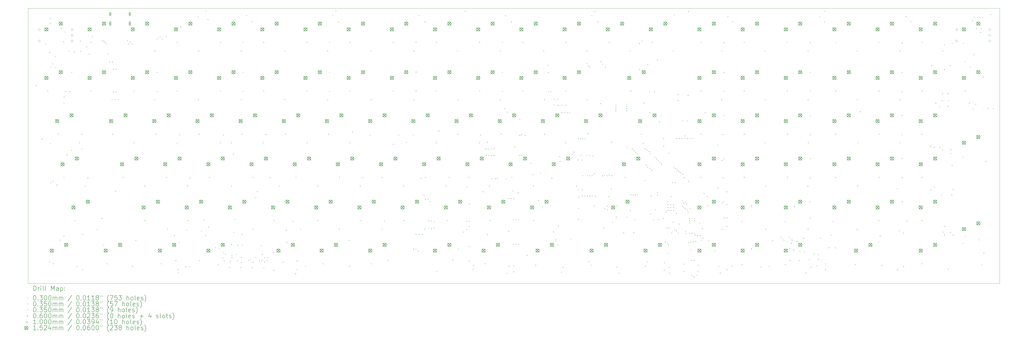
<source format=gbr>
%TF.GenerationSoftware,KiCad,Pcbnew,7.0.2*%
%TF.CreationDate,2023-05-18T15:06:18-05:00*%
%TF.ProjectId,Touch_Keyboard_10x12_Matrix,546f7563-685f-44b6-9579-626f6172645f,rev?*%
%TF.SameCoordinates,Original*%
%TF.FileFunction,Drillmap*%
%TF.FilePolarity,Positive*%
%FSLAX45Y45*%
G04 Gerber Fmt 4.5, Leading zero omitted, Abs format (unit mm)*
G04 Created by KiCad (PCBNEW 7.0.2) date 2023-05-18 15:06:18*
%MOMM*%
%LPD*%
G01*
G04 APERTURE LIST*
%ADD10C,0.050000*%
%ADD11C,0.200000*%
%ADD12C,0.030000*%
%ADD13C,0.035000*%
%ADD14C,0.060000*%
%ADD15C,0.100000*%
%ADD16C,0.152400*%
G04 APERTURE END LIST*
D10*
X8742045Y-3435350D02*
X51604545Y-3435350D01*
X51604545Y-15579725D01*
X8742045Y-15579725D01*
X8742045Y-3435350D01*
D11*
D12*
X9083915Y-6825855D02*
X9113915Y-6855855D01*
X9113915Y-6825855D02*
X9083915Y-6855855D01*
X9337915Y-9188055D02*
X9367915Y-9218055D01*
X9367915Y-9188055D02*
X9337915Y-9218055D01*
X9506465Y-5003685D02*
X9536465Y-5033685D01*
X9536465Y-5003685D02*
X9506465Y-5033685D01*
X9595365Y-7073785D02*
X9625365Y-7103785D01*
X9625365Y-7073785D02*
X9595365Y-7103785D01*
X9677640Y-5372975D02*
X9707640Y-5402975D01*
X9707640Y-5372975D02*
X9677640Y-5402975D01*
X9677640Y-14612225D02*
X9707640Y-14642225D01*
X9707640Y-14612225D02*
X9677640Y-14642225D01*
X9703675Y-3859135D02*
X9733675Y-3889135D01*
X9733675Y-3859135D02*
X9703675Y-3889135D01*
X9703675Y-4102975D02*
X9733675Y-4132975D01*
X9733675Y-4102975D02*
X9703675Y-4132975D01*
X9711295Y-9398875D02*
X9741295Y-9428875D01*
X9741295Y-9398875D02*
X9711295Y-9428875D01*
X9726535Y-11126075D02*
X9756535Y-11156075D01*
X9756535Y-11126075D02*
X9726535Y-11156075D01*
X9736695Y-6020675D02*
X9766695Y-6050675D01*
X9766695Y-6020675D02*
X9736695Y-6050675D01*
X9817975Y-5873355D02*
X9847975Y-5903355D01*
X9847975Y-5873355D02*
X9817975Y-5903355D01*
X9825595Y-11049875D02*
X9855595Y-11079875D01*
X9855595Y-11049875D02*
X9825595Y-11079875D01*
X9836665Y-14693785D02*
X9866665Y-14723785D01*
X9866665Y-14693785D02*
X9836665Y-14723785D01*
X9927195Y-5550775D02*
X9957195Y-5580775D01*
X9957195Y-5550775D02*
X9927195Y-5580775D01*
X9927195Y-6033375D02*
X9957195Y-6063375D01*
X9957195Y-6033375D02*
X9927195Y-6063375D01*
X9998315Y-11222595D02*
X10028315Y-11252595D01*
X10028315Y-11222595D02*
X9998315Y-11252595D01*
X10065265Y-8978785D02*
X10095265Y-9008785D01*
X10095265Y-8978785D02*
X10065265Y-9008785D01*
X10130395Y-13653375D02*
X10160395Y-13683375D01*
X10160395Y-13653375D02*
X10130395Y-13683375D01*
X10176115Y-4306175D02*
X10206115Y-4336175D01*
X10206115Y-4306175D02*
X10176115Y-4336175D01*
X10290415Y-4897995D02*
X10320415Y-4927995D01*
X10320415Y-4897995D02*
X10290415Y-4927995D01*
X10306565Y-10883785D02*
X10336565Y-10913785D01*
X10336565Y-10883785D02*
X10306565Y-10913785D01*
X10308195Y-13475575D02*
X10338195Y-13505575D01*
X10338195Y-13475575D02*
X10308195Y-13505575D01*
X10312570Y-7337100D02*
X10342570Y-7367100D01*
X10342570Y-7337100D02*
X10312570Y-7367100D01*
X10313275Y-7628495D02*
X10343275Y-7658495D01*
X10343275Y-7628495D02*
X10313275Y-7658495D01*
X10364075Y-4468735D02*
X10394075Y-4498735D01*
X10394075Y-4468735D02*
X10364075Y-4498735D01*
X10384395Y-7087475D02*
X10414395Y-7117475D01*
X10414395Y-7087475D02*
X10384395Y-7117475D01*
X10447895Y-9894175D02*
X10477895Y-9924175D01*
X10477895Y-9894175D02*
X10447895Y-9924175D01*
X10524095Y-5309475D02*
X10554095Y-5339475D01*
X10554095Y-5309475D02*
X10524095Y-5339475D01*
X10564735Y-7100175D02*
X10594735Y-7130175D01*
X10594735Y-7100175D02*
X10564735Y-7130175D01*
X10638395Y-9689450D02*
X10668395Y-9719450D01*
X10668395Y-9689450D02*
X10638395Y-9719450D01*
X10651095Y-6246100D02*
X10681095Y-6276100D01*
X10681095Y-6246100D02*
X10651095Y-6276100D01*
X10761585Y-5356465D02*
X10791585Y-5386465D01*
X10791585Y-5356465D02*
X10761585Y-5386465D01*
X10789165Y-12788785D02*
X10819165Y-12818785D01*
X10819165Y-12788785D02*
X10789165Y-12818785D01*
X10876895Y-14811170D02*
X10906895Y-14841170D01*
X10906895Y-14811170D02*
X10876895Y-14841170D01*
X10993995Y-9360775D02*
X11023995Y-9390775D01*
X11023995Y-9360775D02*
X10993995Y-9390775D01*
X11037175Y-4862435D02*
X11067175Y-4892435D01*
X11067175Y-4862435D02*
X11037175Y-4892435D01*
X11042255Y-5317095D02*
X11072255Y-5347095D01*
X11072255Y-5317095D02*
X11042255Y-5347095D01*
X11095595Y-8979775D02*
X11125595Y-9009775D01*
X11125595Y-8979775D02*
X11095595Y-9009775D01*
X11095595Y-9632555D02*
X11125595Y-9662555D01*
X11125595Y-9632555D02*
X11095595Y-9662555D01*
X11129320Y-14957100D02*
X11159320Y-14987100D01*
X11159320Y-14957100D02*
X11129320Y-14987100D01*
X11133695Y-13399375D02*
X11163695Y-13429375D01*
X11163695Y-13399375D02*
X11133695Y-13429375D01*
X11247995Y-11265775D02*
X11277995Y-11295775D01*
X11277995Y-11265775D02*
X11247995Y-11295775D01*
X11362295Y-10910175D02*
X11392295Y-10940175D01*
X11392295Y-10910175D02*
X11362295Y-10940175D01*
X11423255Y-5449175D02*
X11453255Y-5479175D01*
X11453255Y-5449175D02*
X11423255Y-5479175D01*
X11500365Y-4927485D02*
X11530365Y-4957485D01*
X11530365Y-4927485D02*
X11500365Y-4957485D01*
X11500365Y-7073785D02*
X11530365Y-7103785D01*
X11530365Y-7073785D02*
X11500365Y-7103785D01*
X11560415Y-4682095D02*
X11590415Y-4712095D01*
X11590415Y-4682095D02*
X11560415Y-4712095D01*
X11768695Y-13183475D02*
X11798695Y-13213475D01*
X11798695Y-13183475D02*
X11768695Y-13213475D01*
X11984595Y-12700875D02*
X12014595Y-12730875D01*
X12014595Y-12700875D02*
X11984595Y-12730875D01*
X12015075Y-4848065D02*
X12045075Y-4878065D01*
X12045075Y-4848065D02*
X12015075Y-4878065D01*
X12030315Y-13866100D02*
X12060315Y-13896100D01*
X12060315Y-13866100D02*
X12030315Y-13896100D01*
X12081115Y-4905615D02*
X12111115Y-4935615D01*
X12111115Y-4905615D02*
X12081115Y-4935615D01*
X12157315Y-4964035D02*
X12187315Y-4994035D01*
X12187315Y-4964035D02*
X12157315Y-4994035D01*
X12211565Y-14693785D02*
X12241565Y-14723785D01*
X12241565Y-14693785D02*
X12211565Y-14723785D01*
X12238595Y-5423775D02*
X12268595Y-5453775D01*
X12268595Y-5423775D02*
X12238595Y-5453775D01*
X12317335Y-5794615D02*
X12347335Y-5824615D01*
X12347335Y-5794615D02*
X12317335Y-5824615D01*
X12429615Y-7450695D02*
X12459615Y-7480695D01*
X12459615Y-7450695D02*
X12429615Y-7480695D01*
X12439255Y-5794615D02*
X12469255Y-5824615D01*
X12469255Y-5794615D02*
X12439255Y-5824615D01*
X12452865Y-8978785D02*
X12482865Y-9008785D01*
X12482865Y-8978785D02*
X12452865Y-9008785D01*
X12487515Y-6107035D02*
X12517515Y-6137035D01*
X12517515Y-6107035D02*
X12487515Y-6137035D01*
X12487515Y-7117955D02*
X12517515Y-7147955D01*
X12517515Y-7117955D02*
X12487515Y-7147955D01*
X12586575Y-7445615D02*
X12616575Y-7475615D01*
X12616575Y-7445615D02*
X12586575Y-7475615D01*
X12596735Y-7117955D02*
X12626735Y-7147955D01*
X12626735Y-7117955D02*
X12596735Y-7147955D01*
X12597898Y-6106820D02*
X12627898Y-6136820D01*
X12627898Y-6106820D02*
X12597898Y-6136820D01*
X12713575Y-7445615D02*
X12743575Y-7475615D01*
X12743575Y-7445615D02*
X12713575Y-7475615D01*
X12922765Y-10883785D02*
X12952765Y-10913785D01*
X12952765Y-10883785D02*
X12922765Y-10913785D01*
X13109815Y-4848065D02*
X13139815Y-4878065D01*
X13139815Y-4848065D02*
X13109815Y-4878065D01*
X13175855Y-4989435D02*
X13205855Y-5019435D01*
X13205855Y-4989435D02*
X13175855Y-5019435D01*
X13224115Y-4905715D02*
X13254115Y-4935715D01*
X13254115Y-4905715D02*
X13224115Y-4935715D01*
X13316465Y-5003685D02*
X13346465Y-5033685D01*
X13346465Y-5003685D02*
X13316465Y-5033685D01*
X13330795Y-14809075D02*
X13360795Y-14839075D01*
X13360795Y-14809075D02*
X13330795Y-14839075D01*
X13394295Y-9360775D02*
X13424295Y-9390775D01*
X13424295Y-9360775D02*
X13394295Y-9390775D01*
X13405365Y-7073785D02*
X13435365Y-7103785D01*
X13435365Y-7073785D02*
X13405365Y-7103785D01*
X13875265Y-12788785D02*
X13905265Y-12818785D01*
X13905265Y-12788785D02*
X13875265Y-12818785D01*
X13876895Y-11265775D02*
X13906895Y-11295775D01*
X13906895Y-11265775D02*
X13876895Y-11295775D01*
X14321395Y-5309475D02*
X14351395Y-5339475D01*
X14351395Y-5309475D02*
X14321395Y-5339475D01*
X14321395Y-7455775D02*
X14351395Y-7485775D01*
X14351395Y-7455775D02*
X14321395Y-7485775D01*
X14357865Y-8978785D02*
X14387865Y-9008785D01*
X14387865Y-8978785D02*
X14357865Y-9008785D01*
X14422995Y-4763375D02*
X14452995Y-4793375D01*
X14452995Y-4763375D02*
X14422995Y-4793375D01*
X14422995Y-6246100D02*
X14452995Y-6276100D01*
X14452995Y-6246100D02*
X14422995Y-6276100D01*
X14422995Y-7100175D02*
X14452995Y-7130175D01*
X14452995Y-7100175D02*
X14422995Y-7130175D01*
X14549870Y-4687050D02*
X14579870Y-4717050D01*
X14579870Y-4687050D02*
X14549870Y-4717050D01*
X14599165Y-14693785D02*
X14629165Y-14723785D01*
X14629165Y-14693785D02*
X14599165Y-14723785D01*
X14641435Y-4778615D02*
X14671435Y-4808615D01*
X14671435Y-4778615D02*
X14641435Y-4808615D01*
X14827765Y-10883785D02*
X14857765Y-10913785D01*
X14857765Y-10883785D02*
X14827765Y-10913785D01*
X14880195Y-13170775D02*
X14910195Y-13200775D01*
X14910195Y-13170775D02*
X14880195Y-13200775D01*
X15179915Y-13450175D02*
X15209915Y-13480175D01*
X15209915Y-13450175D02*
X15179915Y-13480175D01*
X15243415Y-14555075D02*
X15273415Y-14585075D01*
X15273415Y-14555075D02*
X15243415Y-14585075D01*
X15299295Y-9373475D02*
X15329295Y-9403475D01*
X15329295Y-9373475D02*
X15299295Y-9403475D01*
X15310365Y-4927485D02*
X15340365Y-4957485D01*
X15340365Y-4927485D02*
X15310365Y-4957485D01*
X15310365Y-7073785D02*
X15340365Y-7103785D01*
X15340365Y-7073785D02*
X15310365Y-7103785D01*
X15340640Y-14957100D02*
X15370640Y-14987100D01*
X15370640Y-14957100D02*
X15340640Y-14987100D01*
X15355175Y-15091015D02*
X15385175Y-15121015D01*
X15385175Y-15091015D02*
X15355175Y-15121015D01*
X15383115Y-13767675D02*
X15413115Y-13797675D01*
X15413115Y-13767675D02*
X15383115Y-13797675D01*
X15413595Y-9005175D02*
X15443595Y-9035175D01*
X15443595Y-9005175D02*
X15413595Y-9035175D01*
X15680295Y-14821775D02*
X15710295Y-14851775D01*
X15710295Y-14821775D02*
X15680295Y-14851775D01*
X15729320Y-13207100D02*
X15759320Y-13237100D01*
X15759320Y-13207100D02*
X15729320Y-13237100D01*
X15756495Y-11265775D02*
X15786495Y-11295775D01*
X15786495Y-11265775D02*
X15756495Y-11295775D01*
X15780265Y-12788785D02*
X15810265Y-12818785D01*
X15810265Y-12788785D02*
X15780265Y-12818785D01*
X15845395Y-14821775D02*
X15875395Y-14851775D01*
X15875395Y-14821775D02*
X15845395Y-14851775D01*
X15858095Y-10910175D02*
X15888095Y-10940175D01*
X15888095Y-10910175D02*
X15858095Y-10940175D01*
X16231475Y-3800715D02*
X16261475Y-3830715D01*
X16261475Y-3800715D02*
X16231475Y-3830715D01*
X16239095Y-7455775D02*
X16269095Y-7485775D01*
X16269095Y-7455775D02*
X16239095Y-7485775D01*
X16251795Y-5309475D02*
X16281795Y-5339475D01*
X16281795Y-5309475D02*
X16251795Y-5339475D01*
X16262865Y-8978785D02*
X16292865Y-9008785D01*
X16292865Y-8978785D02*
X16262865Y-9008785D01*
X16288265Y-14554085D02*
X16318265Y-14584085D01*
X16318265Y-14554085D02*
X16288265Y-14584085D01*
X16373715Y-13259675D02*
X16403715Y-13289675D01*
X16403715Y-13259675D02*
X16373715Y-13289675D01*
X16475315Y-12751675D02*
X16505315Y-12781675D01*
X16505315Y-12751675D02*
X16475315Y-12781675D01*
X16551515Y-13450175D02*
X16581515Y-13480175D01*
X16581515Y-13450175D02*
X16551515Y-13480175D01*
X16589615Y-3544175D02*
X16619615Y-3574175D01*
X16619615Y-3544175D02*
X16589615Y-3574175D01*
X16691215Y-13081875D02*
X16721215Y-13111875D01*
X16721215Y-13081875D02*
X16691215Y-13111875D01*
X16732765Y-10883785D02*
X16762765Y-10913785D01*
X16762765Y-10883785D02*
X16732765Y-10913785D01*
X17002365Y-13977225D02*
X17032365Y-14007225D01*
X17032365Y-13977225D02*
X17002365Y-14007225D01*
X17110315Y-14745575D02*
X17140315Y-14775575D01*
X17140315Y-14745575D02*
X17110315Y-14775575D01*
X17155636Y-14041596D02*
X17185636Y-14071596D01*
X17185636Y-14041596D02*
X17155636Y-14071596D01*
X17204295Y-9360775D02*
X17234295Y-9390775D01*
X17234295Y-9360775D02*
X17204295Y-9390775D01*
X17215365Y-4927485D02*
X17245365Y-4957485D01*
X17245365Y-4927485D02*
X17215365Y-4957485D01*
X17215365Y-7073785D02*
X17245365Y-7103785D01*
X17245365Y-7073785D02*
X17215365Y-7103785D01*
X17326215Y-14440775D02*
X17356215Y-14470775D01*
X17356215Y-14440775D02*
X17326215Y-14470775D01*
X17338915Y-14199475D02*
X17368915Y-14229475D01*
X17368915Y-14199475D02*
X17338915Y-14229475D01*
X17354155Y-9020415D02*
X17384155Y-9050415D01*
X17384155Y-9020415D02*
X17354155Y-9050415D01*
X17377015Y-14567775D02*
X17407015Y-14597775D01*
X17407015Y-14567775D02*
X17377015Y-14597775D01*
X17437975Y-14268055D02*
X17467975Y-14298055D01*
X17467975Y-14268055D02*
X17437975Y-14298055D01*
X17651365Y-14598225D02*
X17681365Y-14628225D01*
X17681365Y-14598225D02*
X17651365Y-14628225D01*
X17694515Y-9360775D02*
X17724515Y-9390775D01*
X17724515Y-9360775D02*
X17694515Y-9390775D01*
X17699595Y-11265775D02*
X17729595Y-11295775D01*
X17729595Y-11265775D02*
X17699595Y-11295775D01*
X17719915Y-14326475D02*
X17749915Y-14356475D01*
X17749915Y-14326475D02*
X17719915Y-14356475D01*
X17719915Y-14415375D02*
X17749915Y-14445375D01*
X17749915Y-14415375D02*
X17719915Y-14445375D01*
X17796115Y-13310475D02*
X17826115Y-13340475D01*
X17826115Y-13310475D02*
X17796115Y-13340475D01*
X17859615Y-12738975D02*
X17889615Y-12768975D01*
X17889615Y-12738975D02*
X17859615Y-12768975D01*
X17896965Y-14291175D02*
X17926965Y-14321175D01*
X17926965Y-14291175D02*
X17896965Y-14321175D01*
X17961215Y-14567775D02*
X17991215Y-14597775D01*
X17991215Y-14567775D02*
X17961215Y-14597775D01*
X17986615Y-13877675D02*
X18016615Y-13907675D01*
X18016615Y-13877675D02*
X17986615Y-13907675D01*
X18131395Y-5309475D02*
X18161395Y-5339475D01*
X18161395Y-5309475D02*
X18131395Y-5339475D01*
X18131395Y-7455775D02*
X18161395Y-7485775D01*
X18161395Y-7455775D02*
X18131395Y-7485775D01*
X18139015Y-14415375D02*
X18169015Y-14445375D01*
X18169015Y-14415375D02*
X18139015Y-14445375D01*
X18139015Y-14633125D02*
X18169015Y-14663125D01*
X18169015Y-14633125D02*
X18139015Y-14663125D01*
X18167865Y-8978785D02*
X18197865Y-9008785D01*
X18197865Y-8978785D02*
X18167865Y-9008785D01*
X18173565Y-13402925D02*
X18203565Y-13432925D01*
X18203565Y-13402925D02*
X18173565Y-13432925D01*
X18173565Y-13872075D02*
X18203565Y-13902075D01*
X18203565Y-13872075D02*
X18173565Y-13902075D01*
X18220295Y-4928475D02*
X18250295Y-4958475D01*
X18250295Y-4928475D02*
X18220295Y-4958475D01*
X18220295Y-6249275D02*
X18250295Y-6279275D01*
X18250295Y-6249275D02*
X18220295Y-6279275D01*
X18220295Y-7087475D02*
X18250295Y-7117475D01*
X18250295Y-7087475D02*
X18220295Y-7117475D01*
X18359995Y-3747375D02*
X18389995Y-3777375D01*
X18389995Y-3747375D02*
X18359995Y-3777375D01*
X18456515Y-14556925D02*
X18486515Y-14586925D01*
X18486515Y-14556925D02*
X18456515Y-14586925D01*
X18545415Y-14491575D02*
X18575415Y-14521575D01*
X18575415Y-14491575D02*
X18545415Y-14521575D01*
X18619075Y-4006455D02*
X18649075Y-4036455D01*
X18649075Y-4006455D02*
X18619075Y-4036455D01*
X18637765Y-10883785D02*
X18667765Y-10913785D01*
X18667765Y-10883785D02*
X18637765Y-10913785D01*
X18639395Y-13170775D02*
X18669395Y-13200775D01*
X18669395Y-13170775D02*
X18639395Y-13200775D01*
X18647015Y-14631275D02*
X18677015Y-14661275D01*
X18677015Y-14631275D02*
X18647015Y-14661275D01*
X18768935Y-11768695D02*
X18798935Y-11798695D01*
X18798935Y-11768695D02*
X18768935Y-11798695D01*
X18774015Y-14415375D02*
X18804015Y-14445375D01*
X18804015Y-14415375D02*
X18774015Y-14445375D01*
X18938865Y-14567775D02*
X18968865Y-14597775D01*
X18968865Y-14567775D02*
X18938865Y-14597775D01*
X19002615Y-13907375D02*
X19032615Y-13937375D01*
X19032615Y-13907375D02*
X19002615Y-13937375D01*
X19040715Y-14567775D02*
X19070715Y-14597775D01*
X19070715Y-14567775D02*
X19040715Y-14597775D01*
X19062565Y-14291175D02*
X19092565Y-14321175D01*
X19092565Y-14291175D02*
X19062565Y-14321175D01*
X19096595Y-9360775D02*
X19126595Y-9390775D01*
X19126595Y-9360775D02*
X19096595Y-9390775D01*
X19120365Y-4927485D02*
X19150365Y-4957485D01*
X19150365Y-4927485D02*
X19120365Y-4957485D01*
X19120365Y-7073785D02*
X19150365Y-7103785D01*
X19150365Y-7073785D02*
X19120365Y-7103785D01*
X19155015Y-14428075D02*
X19185015Y-14458075D01*
X19185015Y-14428075D02*
X19155015Y-14458075D01*
X19155015Y-14620425D02*
X19185015Y-14650425D01*
X19185015Y-14620425D02*
X19155015Y-14650425D01*
X19223595Y-8992475D02*
X19253595Y-9022475D01*
X19253595Y-8992475D02*
X19223595Y-9022475D01*
X19269315Y-14428125D02*
X19299315Y-14458125D01*
X19299315Y-14428125D02*
X19269315Y-14458125D01*
X19269315Y-14567775D02*
X19299315Y-14597775D01*
X19299315Y-14567775D02*
X19269315Y-14597775D01*
X19401395Y-10897475D02*
X19431395Y-10927475D01*
X19431395Y-10897475D02*
X19401395Y-10927475D01*
X19548715Y-14212175D02*
X19578715Y-14242175D01*
X19578715Y-14212175D02*
X19548715Y-14242175D01*
X19590265Y-12788785D02*
X19620265Y-12818785D01*
X19620265Y-12788785D02*
X19590265Y-12818785D01*
X19807795Y-11265775D02*
X19837795Y-11295775D01*
X19837795Y-11265775D02*
X19807795Y-11295775D01*
X19967815Y-14631275D02*
X19997815Y-14661275D01*
X19997815Y-14631275D02*
X19967815Y-14661275D01*
X20049095Y-5309475D02*
X20079095Y-5339475D01*
X20079095Y-5309475D02*
X20049095Y-5339475D01*
X20049095Y-7455775D02*
X20079095Y-7485775D01*
X20079095Y-7455775D02*
X20049095Y-7485775D01*
X20072865Y-8978785D02*
X20102865Y-9008785D01*
X20102865Y-8978785D02*
X20072865Y-9008785D01*
X20122057Y-13207100D02*
X20152057Y-13237100D01*
X20152057Y-13207100D02*
X20122057Y-13237100D01*
X20145615Y-13754975D02*
X20175615Y-13784975D01*
X20175615Y-13754975D02*
X20145615Y-13784975D01*
X20411045Y-12821525D02*
X20441045Y-12851525D01*
X20441045Y-12821525D02*
X20411045Y-12851525D01*
X20526615Y-15139275D02*
X20556615Y-15169275D01*
X20556615Y-15139275D02*
X20526615Y-15169275D01*
X20542765Y-10883785D02*
X20572765Y-10913785D01*
X20572765Y-10883785D02*
X20542765Y-10913785D01*
X20585740Y-14957100D02*
X20615740Y-14987100D01*
X20615740Y-14957100D02*
X20585740Y-14987100D01*
X20590115Y-14567775D02*
X20620115Y-14597775D01*
X20620115Y-14567775D02*
X20590115Y-14597775D01*
X20747595Y-13170775D02*
X20777595Y-13200775D01*
X20777595Y-13170775D02*
X20747595Y-13200775D01*
X20963495Y-14809075D02*
X20993495Y-14839075D01*
X20993495Y-14809075D02*
X20963495Y-14839075D01*
X21025365Y-4927485D02*
X21055365Y-4957485D01*
X21055365Y-4927485D02*
X21025365Y-4957485D01*
X21025365Y-7073785D02*
X21055365Y-7103785D01*
X21055365Y-7073785D02*
X21025365Y-7103785D01*
X21039695Y-9360775D02*
X21069695Y-9390775D01*
X21069695Y-9360775D02*
X21039695Y-9390775D01*
X21495265Y-12788785D02*
X21525265Y-12818785D01*
X21525265Y-12788785D02*
X21495265Y-12818785D01*
X21496895Y-11265775D02*
X21526895Y-11295775D01*
X21526895Y-11265775D02*
X21496895Y-11295775D01*
X21736565Y-14693785D02*
X21766565Y-14723785D01*
X21766565Y-14693785D02*
X21736565Y-14723785D01*
X21941395Y-5309475D02*
X21971395Y-5339475D01*
X21971395Y-5309475D02*
X21941395Y-5339475D01*
X21941395Y-7455775D02*
X21971395Y-7485775D01*
X21971395Y-7455775D02*
X21941395Y-7485775D01*
X21977865Y-8978785D02*
X22007865Y-9008785D01*
X22007865Y-8978785D02*
X21977865Y-9008785D01*
X22030295Y-4928475D02*
X22060295Y-4958475D01*
X22060295Y-4928475D02*
X22030295Y-4958475D01*
X22030295Y-6249275D02*
X22060295Y-6279275D01*
X22060295Y-6249275D02*
X22030295Y-6279275D01*
X22030295Y-7087475D02*
X22060295Y-7117475D01*
X22060295Y-7087475D02*
X22030295Y-7117475D01*
X22169995Y-3747375D02*
X22199995Y-3777375D01*
X22199995Y-3747375D02*
X22169995Y-3777375D01*
X22307155Y-3541635D02*
X22337155Y-3571635D01*
X22337155Y-3541635D02*
X22307155Y-3571635D01*
X22429075Y-4026775D02*
X22459075Y-4056775D01*
X22459075Y-4026775D02*
X22429075Y-4056775D01*
X22460465Y-10883785D02*
X22490465Y-10913785D01*
X22490465Y-10883785D02*
X22460465Y-10913785D01*
X22462095Y-13170775D02*
X22492095Y-13200775D01*
X22492095Y-13170775D02*
X22462095Y-13200775D01*
X22906595Y-14809075D02*
X22936595Y-14839075D01*
X22936595Y-14809075D02*
X22906595Y-14839075D01*
X22919295Y-9360775D02*
X22949295Y-9390775D01*
X22949295Y-9360775D02*
X22919295Y-9390775D01*
X22930365Y-4927485D02*
X22960365Y-4957485D01*
X22960365Y-4927485D02*
X22930365Y-4957485D01*
X22930365Y-7073785D02*
X22960365Y-7103785D01*
X22960365Y-7073785D02*
X22930365Y-7103785D01*
X23033595Y-8890875D02*
X23063595Y-8920875D01*
X23063595Y-8890875D02*
X23033595Y-8920875D01*
X23376495Y-11265775D02*
X23406495Y-11295775D01*
X23406495Y-11265775D02*
X23376495Y-11295775D01*
X23400265Y-12788785D02*
X23430265Y-12818785D01*
X23430265Y-12788785D02*
X23400265Y-12818785D01*
X23490795Y-10897475D02*
X23520795Y-10927475D01*
X23520795Y-10897475D02*
X23490795Y-10927475D01*
X23803215Y-9030575D02*
X23833215Y-9060575D01*
X23833215Y-9030575D02*
X23803215Y-9060575D01*
X23859095Y-5309475D02*
X23889095Y-5339475D01*
X23889095Y-5309475D02*
X23859095Y-5339475D01*
X23859095Y-7455775D02*
X23889095Y-7485775D01*
X23889095Y-7455775D02*
X23859095Y-7485775D01*
X23870165Y-14693785D02*
X23900165Y-14723785D01*
X23900165Y-14693785D02*
X23870165Y-14723785D01*
X24352765Y-10883785D02*
X24382765Y-10913785D01*
X24382765Y-10883785D02*
X24352765Y-10913785D01*
X24354395Y-13170775D02*
X24384395Y-13200775D01*
X24384395Y-13170775D02*
X24354395Y-13200775D01*
X24443295Y-12802475D02*
X24473295Y-12832475D01*
X24473295Y-12802475D02*
X24443295Y-12832475D01*
X24608395Y-14542375D02*
X24638395Y-14572375D01*
X24638395Y-14542375D02*
X24608395Y-14572375D01*
X24835365Y-4927485D02*
X24865365Y-4957485D01*
X24865365Y-4927485D02*
X24835365Y-4957485D01*
X24835365Y-7073785D02*
X24865365Y-7103785D01*
X24865365Y-7073785D02*
X24835365Y-7103785D01*
X24844615Y-9424275D02*
X24874615Y-9454275D01*
X24874615Y-9424275D02*
X24844615Y-9454275D01*
X25085915Y-9017875D02*
X25115915Y-9047875D01*
X25115915Y-9017875D02*
X25085915Y-9047875D01*
X25294195Y-11265775D02*
X25324195Y-11295775D01*
X25324195Y-11265775D02*
X25294195Y-11295775D01*
X25305265Y-12788785D02*
X25335265Y-12818785D01*
X25335265Y-12788785D02*
X25305265Y-12818785D01*
X25416115Y-9348075D02*
X25446115Y-9378075D01*
X25446115Y-9348075D02*
X25416115Y-9378075D01*
X25720915Y-9017875D02*
X25750915Y-9047875D01*
X25750915Y-9017875D02*
X25720915Y-9047875D01*
X25733615Y-14047075D02*
X25763615Y-14077075D01*
X25763615Y-14047075D02*
X25733615Y-14077075D01*
X25751395Y-5309475D02*
X25781395Y-5339475D01*
X25781395Y-5309475D02*
X25751395Y-5339475D01*
X25751395Y-7455775D02*
X25781395Y-7485775D01*
X25781395Y-7455775D02*
X25751395Y-7485775D01*
X25835215Y-13399375D02*
X25865215Y-13429375D01*
X25865215Y-13399375D02*
X25835215Y-13429375D01*
X25835215Y-14059775D02*
X25865215Y-14089775D01*
X25865215Y-14059775D02*
X25835215Y-14089775D01*
X25840295Y-4915775D02*
X25870295Y-4945775D01*
X25870295Y-4915775D02*
X25840295Y-4945775D01*
X25840295Y-6236575D02*
X25870295Y-6266575D01*
X25870295Y-6236575D02*
X25840295Y-6266575D01*
X25840295Y-7074775D02*
X25870295Y-7104775D01*
X25870295Y-7074775D02*
X25840295Y-7104775D01*
X25936715Y-14148675D02*
X25966715Y-14178675D01*
X25966715Y-14148675D02*
X25936715Y-14178675D01*
X25974915Y-13399375D02*
X26004915Y-13429375D01*
X26004915Y-13399375D02*
X25974915Y-13429375D01*
X25979995Y-3747375D02*
X26009995Y-3777375D01*
X26009995Y-3747375D02*
X25979995Y-3777375D01*
X26058735Y-10927955D02*
X26088735Y-10957955D01*
X26088735Y-10927955D02*
X26058735Y-10957955D01*
X26120965Y-13405725D02*
X26150965Y-13435725D01*
X26150965Y-13405725D02*
X26120965Y-13435725D01*
X26190815Y-11662100D02*
X26220815Y-11692100D01*
X26220815Y-11662100D02*
X26190815Y-11692100D01*
X26223835Y-13165695D02*
X26253835Y-13195695D01*
X26253835Y-13165695D02*
X26223835Y-13195695D01*
X26239075Y-4026775D02*
X26269075Y-4056775D01*
X26269075Y-4026775D02*
X26239075Y-4056775D01*
X26254315Y-11849975D02*
X26284315Y-11879975D01*
X26284315Y-11849975D02*
X26254315Y-11879975D01*
X26257765Y-10883785D02*
X26287765Y-10913785D01*
X26287765Y-10883785D02*
X26257765Y-10913785D01*
X26368615Y-11849975D02*
X26398615Y-11879975D01*
X26398615Y-11849975D02*
X26368615Y-11879975D01*
X26409255Y-12807555D02*
X26439255Y-12837555D01*
X26439255Y-12807555D02*
X26409255Y-12837555D01*
X26409255Y-13140295D02*
X26439255Y-13170295D01*
X26439255Y-13140295D02*
X26409255Y-13170295D01*
X26470215Y-11951575D02*
X26500215Y-11981575D01*
X26500215Y-11951575D02*
X26470215Y-11981575D01*
X26521015Y-12815175D02*
X26551015Y-12845175D01*
X26551015Y-12815175D02*
X26521015Y-12845175D01*
X26521015Y-13158075D02*
X26551015Y-13188075D01*
X26551015Y-13158075D02*
X26521015Y-13188075D01*
X26635315Y-12827875D02*
X26665315Y-12857875D01*
X26665315Y-12827875D02*
X26635315Y-12857875D01*
X26635315Y-13122050D02*
X26665315Y-13152050D01*
X26665315Y-13122050D02*
X26635315Y-13152050D01*
X26729295Y-9360775D02*
X26759295Y-9390775D01*
X26759295Y-9360775D02*
X26729295Y-9390775D01*
X26740365Y-4927485D02*
X26770365Y-4957485D01*
X26770365Y-4927485D02*
X26740365Y-4957485D01*
X26740365Y-7073785D02*
X26770365Y-7103785D01*
X26770365Y-7073785D02*
X26740365Y-7103785D01*
X26752155Y-15042755D02*
X26782155Y-15072755D01*
X26782155Y-15042755D02*
X26752155Y-15072755D01*
X26843595Y-8840075D02*
X26873595Y-8870075D01*
X26873595Y-8840075D02*
X26843595Y-8870075D01*
X27173795Y-11265775D02*
X27203795Y-11295775D01*
X27203795Y-11265775D02*
X27173795Y-11295775D01*
X27210265Y-12788785D02*
X27240265Y-12818785D01*
X27240265Y-12788785D02*
X27210265Y-12818785D01*
X27300795Y-10884775D02*
X27330795Y-10914775D01*
X27330795Y-10884775D02*
X27300795Y-10914775D01*
X27460815Y-14529675D02*
X27490815Y-14559675D01*
X27490815Y-14529675D02*
X27460815Y-14559675D01*
X27669095Y-5309475D02*
X27699095Y-5339475D01*
X27699095Y-5309475D02*
X27669095Y-5339475D01*
X27681795Y-7455775D02*
X27711795Y-7485775D01*
X27711795Y-7455775D02*
X27681795Y-7485775D01*
X27692865Y-8978785D02*
X27722865Y-9008785D01*
X27722865Y-8978785D02*
X27692865Y-9008785D01*
X27935795Y-13297775D02*
X27965795Y-13327775D01*
X27965795Y-13297775D02*
X27935795Y-13327775D01*
X28011995Y-3564495D02*
X28041995Y-3594495D01*
X28041995Y-3564495D02*
X28011995Y-3594495D01*
X28080575Y-12827875D02*
X28110575Y-12857875D01*
X28110575Y-12827875D02*
X28080575Y-12857875D01*
X28080575Y-13193635D02*
X28110575Y-13223635D01*
X28110575Y-13193635D02*
X28080575Y-13223635D01*
X28100895Y-11303875D02*
X28130895Y-11333875D01*
X28130895Y-11303875D02*
X28100895Y-11333875D01*
X28162765Y-10883785D02*
X28192765Y-10913785D01*
X28192765Y-10883785D02*
X28162765Y-10913785D01*
X28189795Y-12065875D02*
X28219795Y-12095875D01*
X28219795Y-12065875D02*
X28189795Y-12095875D01*
X28189795Y-12815175D02*
X28219795Y-12845175D01*
X28219795Y-12815175D02*
X28189795Y-12845175D01*
X28189795Y-13052100D02*
X28219795Y-13082100D01*
X28219795Y-13052100D02*
X28189795Y-13082100D01*
X28189795Y-13932775D02*
X28219795Y-13962775D01*
X28219795Y-13932775D02*
X28189795Y-13962775D01*
X28189795Y-14580475D02*
X28219795Y-14610475D01*
X28219795Y-14580475D02*
X28189795Y-14610475D01*
X28354895Y-14961475D02*
X28384895Y-14991475D01*
X28384895Y-14961475D02*
X28354895Y-14991475D01*
X28384105Y-14774785D02*
X28414105Y-14804785D01*
X28414105Y-14774785D02*
X28384105Y-14804785D01*
X28634295Y-9360775D02*
X28664295Y-9390775D01*
X28664295Y-9360775D02*
X28634295Y-9390775D01*
X28645365Y-4927485D02*
X28675365Y-4957485D01*
X28675365Y-4927485D02*
X28645365Y-4957485D01*
X28645365Y-7073785D02*
X28675365Y-7103785D01*
X28675365Y-7073785D02*
X28645365Y-7103785D01*
X28680015Y-9017875D02*
X28710015Y-9047875D01*
X28710015Y-9017875D02*
X28680015Y-9047875D01*
X28886665Y-14693785D02*
X28916665Y-14723785D01*
X28916665Y-14693785D02*
X28886665Y-14723785D01*
X28923855Y-9632555D02*
X28953855Y-9662555D01*
X28953855Y-9632555D02*
X28923855Y-9662555D01*
X28946715Y-9919575D02*
X28976715Y-9949575D01*
X28976715Y-9919575D02*
X28946715Y-9949575D01*
X28997515Y-9335375D02*
X29027515Y-9365375D01*
X29027515Y-9335375D02*
X28997515Y-9365375D01*
X29000055Y-13404455D02*
X29030055Y-13434455D01*
X29030055Y-13404455D02*
X29000055Y-13434455D01*
X29027995Y-9632555D02*
X29057995Y-9662555D01*
X29057995Y-9632555D02*
X29027995Y-9662555D01*
X29048315Y-9919575D02*
X29078315Y-9949575D01*
X29078315Y-9919575D02*
X29048315Y-9949575D01*
X29081335Y-11270855D02*
X29111335Y-11300855D01*
X29111335Y-11270855D02*
X29081335Y-11300855D01*
X29115265Y-12788785D02*
X29145265Y-12818785D01*
X29145265Y-12788785D02*
X29115265Y-12818785D01*
X29162615Y-9640175D02*
X29192615Y-9670175D01*
X29192615Y-9640175D02*
X29162615Y-9670175D01*
X29162615Y-9919575D02*
X29192615Y-9949575D01*
X29192615Y-9919575D02*
X29162615Y-9949575D01*
X29188015Y-10943195D02*
X29218015Y-10973195D01*
X29218015Y-10943195D02*
X29188015Y-10973195D01*
X29276915Y-9614775D02*
X29306915Y-9644775D01*
X29306915Y-9614775D02*
X29276915Y-9644775D01*
X29276915Y-9919575D02*
X29306915Y-9949575D01*
X29306915Y-9919575D02*
X29276915Y-9949575D01*
X29335734Y-10942796D02*
X29365734Y-10972796D01*
X29365734Y-10942796D02*
X29335734Y-10972796D01*
X29425520Y-10922875D02*
X29455520Y-10952875D01*
X29455520Y-10922875D02*
X29425520Y-10952875D01*
X29561395Y-5309475D02*
X29591395Y-5339475D01*
X29591395Y-5309475D02*
X29561395Y-5339475D01*
X29561395Y-7455775D02*
X29591395Y-7485775D01*
X29591395Y-7455775D02*
X29561395Y-7485775D01*
X29597865Y-8978785D02*
X29627865Y-9008785D01*
X29627865Y-8978785D02*
X29597865Y-9008785D01*
X29650295Y-4928475D02*
X29680295Y-4958475D01*
X29680295Y-4928475D02*
X29650295Y-4958475D01*
X29650295Y-6249275D02*
X29680295Y-6279275D01*
X29680295Y-6249275D02*
X29650295Y-6279275D01*
X29650295Y-7087475D02*
X29680295Y-7117475D01*
X29680295Y-7087475D02*
X29650295Y-7117475D01*
X29754435Y-7854555D02*
X29784435Y-7884555D01*
X29784435Y-7854555D02*
X29754435Y-7884555D01*
X29784915Y-3747375D02*
X29814915Y-3777375D01*
X29814915Y-3747375D02*
X29784915Y-3777375D01*
X29823015Y-10940655D02*
X29853015Y-10970655D01*
X29853015Y-10940655D02*
X29823015Y-10970655D01*
X29861115Y-15121495D02*
X29891115Y-15151495D01*
X29891115Y-15121495D02*
X29861115Y-15151495D01*
X29873815Y-8012035D02*
X29903815Y-8042035D01*
X29903815Y-8012035D02*
X29873815Y-8042035D01*
X29914455Y-11822035D02*
X29944455Y-11852035D01*
X29944455Y-11822035D02*
X29914455Y-11852035D01*
X29929695Y-13262215D02*
X29959695Y-13292215D01*
X29959695Y-13262215D02*
X29929695Y-13292215D01*
X29939855Y-14803995D02*
X29969855Y-14833995D01*
X29969855Y-14803995D02*
X29939855Y-14833995D01*
X30031295Y-11822035D02*
X30061295Y-11852035D01*
X30061295Y-11822035D02*
X30031295Y-11852035D01*
X30049075Y-4026775D02*
X30079075Y-4056775D01*
X30079075Y-4026775D02*
X30049075Y-4056775D01*
X30067765Y-10883785D02*
X30097765Y-10913785D01*
X30097765Y-10883785D02*
X30067765Y-10913785D01*
X30115115Y-11481675D02*
X30145115Y-11511675D01*
X30145115Y-11481675D02*
X30115115Y-11511675D01*
X30150675Y-12751675D02*
X30180675Y-12781675D01*
X30180675Y-12751675D02*
X30150675Y-12781675D01*
X30150675Y-13833715D02*
X30180675Y-13863715D01*
X30180675Y-13833715D02*
X30150675Y-13863715D01*
X30150675Y-14791295D02*
X30180675Y-14821295D01*
X30180675Y-14791295D02*
X30150675Y-14821295D01*
X30150675Y-15047835D02*
X30180675Y-15077835D01*
X30180675Y-15047835D02*
X30150675Y-15077835D01*
X30160835Y-11822035D02*
X30190835Y-11852035D01*
X30190835Y-11822035D02*
X30160835Y-11852035D01*
X30192455Y-9537175D02*
X30222455Y-9567175D01*
X30222455Y-9537175D02*
X30192455Y-9567175D01*
X30259895Y-12751675D02*
X30289895Y-12781675D01*
X30289895Y-12751675D02*
X30259895Y-12781675D01*
X30259895Y-13833715D02*
X30289895Y-13863715D01*
X30289895Y-13833715D02*
X30259895Y-13863715D01*
X30343715Y-11570575D02*
X30373715Y-11600575D01*
X30373715Y-11570575D02*
X30343715Y-11600575D01*
X30371655Y-12751675D02*
X30401655Y-12781675D01*
X30401655Y-12751675D02*
X30371655Y-12781675D01*
X30371655Y-13833715D02*
X30401655Y-13863715D01*
X30401655Y-13833715D02*
X30371655Y-13863715D01*
X30419915Y-9030575D02*
X30449915Y-9060575D01*
X30449915Y-9030575D02*
X30419915Y-9060575D01*
X30419915Y-9919575D02*
X30449915Y-9949575D01*
X30449915Y-9919575D02*
X30419915Y-9949575D01*
X30501195Y-9000095D02*
X30531195Y-9030095D01*
X30531195Y-9000095D02*
X30501195Y-9030095D01*
X30501195Y-9919575D02*
X30531195Y-9949575D01*
X30531195Y-9919575D02*
X30501195Y-9949575D01*
X30550365Y-4927485D02*
X30580365Y-4957485D01*
X30580365Y-4927485D02*
X30550365Y-4957485D01*
X30550365Y-7073785D02*
X30580365Y-7103785D01*
X30580365Y-7073785D02*
X30550365Y-7103785D01*
X30650420Y-9028035D02*
X30680420Y-9058035D01*
X30680420Y-9028035D02*
X30650420Y-9058035D01*
X30737415Y-14323935D02*
X30767415Y-14353935D01*
X30767415Y-14323935D02*
X30737415Y-14353935D01*
X31020265Y-12788785D02*
X31050265Y-12818785D01*
X31050265Y-12788785D02*
X31020265Y-12818785D01*
X31021895Y-11265775D02*
X31051895Y-11295775D01*
X31051895Y-11265775D02*
X31021895Y-11295775D01*
X31118415Y-14758275D02*
X31148415Y-14788275D01*
X31148415Y-14758275D02*
X31118415Y-14788275D01*
X31334315Y-10694275D02*
X31364315Y-10724275D01*
X31364315Y-10694275D02*
X31334315Y-10724275D01*
X31479095Y-5309475D02*
X31509095Y-5339475D01*
X31509095Y-5309475D02*
X31479095Y-5339475D01*
X31502865Y-8978785D02*
X31532865Y-9008785D01*
X31532865Y-8978785D02*
X31502865Y-9008785D01*
X31504495Y-7455775D02*
X31534495Y-7485775D01*
X31534495Y-7455775D02*
X31504495Y-7485775D01*
X31679755Y-5948500D02*
X31709755Y-5978500D01*
X31709755Y-5948500D02*
X31679755Y-5978500D01*
X31679755Y-6256895D02*
X31709755Y-6286895D01*
X31709755Y-6256895D02*
X31679755Y-6286895D01*
X31679755Y-7117955D02*
X31709755Y-7147955D01*
X31709755Y-7117955D02*
X31679755Y-7147955D01*
X31783895Y-7095095D02*
X31813895Y-7125095D01*
X31813895Y-7095095D02*
X31783895Y-7125095D01*
X31829615Y-10922875D02*
X31859615Y-10952875D01*
X31859615Y-10922875D02*
X31829615Y-10952875D01*
X31903015Y-13290155D02*
X31933015Y-13320155D01*
X31933015Y-13290155D02*
X31903015Y-13320155D01*
X31931215Y-7684375D02*
X31961215Y-7714375D01*
X31961215Y-7684375D02*
X31931215Y-7714375D01*
X31933755Y-7427835D02*
X31963755Y-7457835D01*
X31963755Y-7427835D02*
X31933755Y-7457835D01*
X32002335Y-13633055D02*
X32032335Y-13663055D01*
X32032335Y-13633055D02*
X32002335Y-13663055D01*
X32086155Y-7427835D02*
X32116155Y-7457835D01*
X32116155Y-7427835D02*
X32086155Y-7457835D01*
X32106475Y-7707235D02*
X32136475Y-7737235D01*
X32136475Y-7707235D02*
X32106475Y-7737235D01*
X32111555Y-13031075D02*
X32141555Y-13061075D01*
X32141555Y-13031075D02*
X32111555Y-13061075D01*
X32111555Y-13864195D02*
X32141555Y-13894195D01*
X32141555Y-13864195D02*
X32111555Y-13894195D01*
X32276655Y-8029815D02*
X32306655Y-8059815D01*
X32306655Y-8029815D02*
X32276655Y-8059815D01*
X32279195Y-7707235D02*
X32309195Y-7737235D01*
X32309195Y-7707235D02*
X32279195Y-7737235D01*
X32329995Y-14857335D02*
X32359995Y-14887335D01*
X32359995Y-14857335D02*
X32329995Y-14887335D01*
X32401115Y-8029815D02*
X32431115Y-8059815D01*
X32431115Y-8029815D02*
X32401115Y-8059815D01*
X32434135Y-7707235D02*
X32464135Y-7737235D01*
X32464135Y-7707235D02*
X32434135Y-7737235D01*
X32444295Y-9360775D02*
X32474295Y-9390775D01*
X32474295Y-9360775D02*
X32444295Y-9390775D01*
X32455365Y-4927485D02*
X32485365Y-4957485D01*
X32485365Y-4927485D02*
X32455365Y-4957485D01*
X32455365Y-7073785D02*
X32485365Y-7103785D01*
X32485365Y-7073785D02*
X32455365Y-7103785D01*
X32515415Y-8032355D02*
X32545415Y-8062355D01*
X32545415Y-8032355D02*
X32515415Y-8062355D01*
X32617015Y-8032355D02*
X32647015Y-8062355D01*
X32647015Y-8032355D02*
X32617015Y-8062355D01*
X32680515Y-13604425D02*
X32710515Y-13634425D01*
X32710515Y-13604425D02*
X32680515Y-13634425D01*
X32731315Y-9852900D02*
X32761315Y-9882900D01*
X32761315Y-9852900D02*
X32731315Y-9882900D01*
X32807515Y-9767175D02*
X32837515Y-9797175D01*
X32837515Y-9767175D02*
X32807515Y-9797175D01*
X32926895Y-11265775D02*
X32956895Y-11295775D01*
X32956895Y-11265775D02*
X32926895Y-11295775D01*
X32985315Y-10112615D02*
X33015315Y-10142615D01*
X33015315Y-10112615D02*
X32985315Y-10142615D01*
X33005635Y-12247615D02*
X33035635Y-12277615D01*
X33035635Y-12247615D02*
X33005635Y-12277615D01*
X33005635Y-12734025D02*
X33035635Y-12764025D01*
X33035635Y-12734025D02*
X33005635Y-12764025D01*
X33010715Y-9182975D02*
X33040715Y-9212975D01*
X33040715Y-9182975D02*
X33010715Y-9212975D01*
X33010715Y-11438495D02*
X33040715Y-11468495D01*
X33040715Y-11438495D02*
X33010715Y-11468495D01*
X33010715Y-11761075D02*
X33040715Y-11791075D01*
X33040715Y-11761075D02*
X33010715Y-11791075D01*
X33102155Y-9182975D02*
X33132155Y-9212975D01*
X33132155Y-9182975D02*
X33102155Y-9212975D01*
X33112315Y-9919575D02*
X33142315Y-9949575D01*
X33142315Y-9919575D02*
X33112315Y-9949575D01*
X33163115Y-10122775D02*
X33193115Y-10152775D01*
X33193115Y-10122775D02*
X33163115Y-10152775D01*
X33175815Y-11418175D02*
X33205815Y-11448175D01*
X33205815Y-11418175D02*
X33175815Y-11448175D01*
X33175815Y-11710275D02*
X33205815Y-11740275D01*
X33205815Y-11710275D02*
X33175815Y-11740275D01*
X33188515Y-9182975D02*
X33218515Y-9212975D01*
X33218515Y-9182975D02*
X33188515Y-9212975D01*
X33188515Y-10808575D02*
X33218515Y-10838575D01*
X33218515Y-10808575D02*
X33188515Y-10838575D01*
X33290115Y-11710275D02*
X33320115Y-11740275D01*
X33320115Y-11710275D02*
X33290115Y-11740275D01*
X33302815Y-9182975D02*
X33332815Y-9212975D01*
X33332815Y-9182975D02*
X33302815Y-9212975D01*
X33371395Y-5309475D02*
X33401395Y-5339475D01*
X33401395Y-5309475D02*
X33371395Y-5339475D01*
X33379015Y-5855575D02*
X33409015Y-5885575D01*
X33409015Y-5855575D02*
X33379015Y-5885575D01*
X33379015Y-9919575D02*
X33409015Y-9949575D01*
X33409015Y-9919575D02*
X33379015Y-9949575D01*
X33396795Y-7455775D02*
X33426795Y-7485775D01*
X33426795Y-7455775D02*
X33396795Y-7485775D01*
X33404415Y-10808575D02*
X33434415Y-10838575D01*
X33434415Y-10808575D02*
X33404415Y-10838575D01*
X33404415Y-11710275D02*
X33434415Y-11740275D01*
X33434415Y-11710275D02*
X33404415Y-11740275D01*
X33417115Y-8954375D02*
X33447115Y-8984375D01*
X33447115Y-8954375D02*
X33417115Y-8984375D01*
X33442515Y-5957626D02*
X33472515Y-5987626D01*
X33472515Y-5957626D02*
X33442515Y-5987626D01*
X33460943Y-14599378D02*
X33490943Y-14629378D01*
X33490943Y-14599378D02*
X33460943Y-14629378D01*
X33506015Y-6021126D02*
X33536015Y-6051126D01*
X33536015Y-6021126D02*
X33506015Y-6051126D01*
X33506015Y-9919575D02*
X33536015Y-9949575D01*
X33536015Y-9919575D02*
X33506015Y-9949575D01*
X33506015Y-10808575D02*
X33536015Y-10838575D01*
X33536015Y-10808575D02*
X33506015Y-10838575D01*
X33506015Y-11710275D02*
X33536015Y-11740275D01*
X33536015Y-11710275D02*
X33506015Y-11740275D01*
X33569515Y-14758275D02*
X33599515Y-14788275D01*
X33599515Y-14758275D02*
X33569515Y-14788275D01*
X33599995Y-3747375D02*
X33629995Y-3777375D01*
X33629995Y-3747375D02*
X33599995Y-3777375D01*
X33607615Y-10808575D02*
X33637615Y-10838575D01*
X33637615Y-10808575D02*
X33607615Y-10838575D01*
X33607615Y-11697575D02*
X33637615Y-11727575D01*
X33637615Y-11697575D02*
X33607615Y-11727575D01*
X33652065Y-9938625D02*
X33682065Y-9968625D01*
X33682065Y-9938625D02*
X33652065Y-9968625D01*
X33729535Y-3561955D02*
X33759535Y-3591955D01*
X33759535Y-3561955D02*
X33729535Y-3591955D01*
X33859075Y-4026775D02*
X33889075Y-4056775D01*
X33889075Y-4026775D02*
X33859075Y-4056775D01*
X33984170Y-7633575D02*
X34014170Y-7663575D01*
X34014170Y-7633575D02*
X33984170Y-7663575D01*
X34001315Y-5779375D02*
X34031315Y-5809375D01*
X34031315Y-5779375D02*
X34001315Y-5809375D01*
X34064815Y-10819425D02*
X34094815Y-10849425D01*
X34094815Y-10819425D02*
X34064815Y-10849425D01*
X34077515Y-5893675D02*
X34107515Y-5923675D01*
X34107515Y-5893675D02*
X34077515Y-5923675D01*
X34153715Y-10795875D02*
X34183715Y-10825875D01*
X34183715Y-10795875D02*
X34153715Y-10825875D01*
X34174035Y-12261455D02*
X34204035Y-12291455D01*
X34204035Y-12261455D02*
X34174035Y-12291455D01*
X34191815Y-6020675D02*
X34221815Y-6050675D01*
X34221815Y-6020675D02*
X34191815Y-6050675D01*
X34268015Y-10808575D02*
X34298015Y-10838575D01*
X34298015Y-10808575D02*
X34268015Y-10838575D01*
X34285795Y-12152235D02*
X34315795Y-12182235D01*
X34315795Y-12152235D02*
X34285795Y-12182235D01*
X34356915Y-10783175D02*
X34386915Y-10813175D01*
X34386915Y-10783175D02*
X34356915Y-10813175D01*
X34360365Y-4927485D02*
X34390365Y-4957485D01*
X34390365Y-4927485D02*
X34360365Y-4957485D01*
X34468415Y-9335375D02*
X34498415Y-9365375D01*
X34498415Y-9335375D02*
X34468415Y-9365375D01*
X34483915Y-10808575D02*
X34513915Y-10838575D01*
X34513915Y-10808575D02*
X34483915Y-10838575D01*
X34512765Y-12864985D02*
X34542765Y-12894985D01*
X34542765Y-12864985D02*
X34512765Y-12894985D01*
X34655450Y-7852100D02*
X34685450Y-7882100D01*
X34685450Y-7852100D02*
X34655450Y-7882100D01*
X34656000Y-7946630D02*
X34686000Y-7976630D01*
X34686000Y-7946630D02*
X34656000Y-7976630D01*
X34661715Y-7653895D02*
X34691715Y-7683895D01*
X34691715Y-7653895D02*
X34661715Y-7683895D01*
X34661715Y-7755495D02*
X34691715Y-7785495D01*
X34691715Y-7755495D02*
X34661715Y-7785495D01*
X34671875Y-12634835D02*
X34701875Y-12664835D01*
X34701875Y-12634835D02*
X34671875Y-12664835D01*
X34699815Y-12144615D02*
X34729815Y-12174615D01*
X34729815Y-12144615D02*
X34699815Y-12174615D01*
X34699815Y-14837015D02*
X34729815Y-14867015D01*
X34729815Y-14837015D02*
X34699815Y-14867015D01*
X34999535Y-13330795D02*
X35029535Y-13360795D01*
X35029535Y-13330795D02*
X34999535Y-13360795D01*
X35071565Y-10883785D02*
X35101565Y-10913785D01*
X35101565Y-10883785D02*
X35071565Y-10913785D01*
X35136695Y-7653895D02*
X35166695Y-7683895D01*
X35166695Y-7653895D02*
X35136695Y-7683895D01*
X35136695Y-7755495D02*
X35166695Y-7785495D01*
X35166695Y-7755495D02*
X35136695Y-7785495D01*
X35136695Y-7852015D02*
X35166695Y-7882015D01*
X35166695Y-7852015D02*
X35136695Y-7882015D01*
X35136695Y-7945995D02*
X35166695Y-7975995D01*
X35166695Y-7945995D02*
X35136695Y-7975995D01*
X35153205Y-9558260D02*
X35183205Y-9588260D01*
X35183205Y-9558260D02*
X35153205Y-9588260D01*
X35157015Y-12637375D02*
X35187015Y-12667375D01*
X35187015Y-12637375D02*
X35157015Y-12667375D01*
X35289095Y-5309475D02*
X35319095Y-5339475D01*
X35319095Y-5309475D02*
X35289095Y-5339475D01*
X35296715Y-12357975D02*
X35326715Y-12387975D01*
X35326715Y-12357975D02*
X35296715Y-12387975D01*
X35312865Y-7073785D02*
X35342865Y-7103785D01*
X35342865Y-7073785D02*
X35312865Y-7103785D01*
X35313225Y-11655665D02*
X35343225Y-11685665D01*
X35343225Y-11655665D02*
X35313225Y-11685665D01*
X35377995Y-9627475D02*
X35407995Y-9657475D01*
X35407995Y-9627475D02*
X35377995Y-9657475D01*
X35416015Y-11664635D02*
X35446015Y-11694635D01*
X35446015Y-11664635D02*
X35416015Y-11694635D01*
X35461815Y-9703675D02*
X35491815Y-9733675D01*
X35491815Y-9703675D02*
X35461815Y-9733675D01*
X35502455Y-12751675D02*
X35532455Y-12781675D01*
X35532455Y-12751675D02*
X35502455Y-12781675D01*
X35512615Y-11659475D02*
X35542615Y-11689475D01*
X35542615Y-11659475D02*
X35512615Y-11689475D01*
X35530395Y-9775675D02*
X35560395Y-9805675D01*
X35560395Y-9775675D02*
X35530395Y-9805675D01*
X35593895Y-9843375D02*
X35623895Y-9873375D01*
X35623895Y-9843375D02*
X35593895Y-9873375D01*
X35601515Y-11650525D02*
X35631515Y-11680525D01*
X35631515Y-11650525D02*
X35601515Y-11680525D01*
X35698035Y-4976735D02*
X35728035Y-5006735D01*
X35728035Y-4976735D02*
X35698035Y-5006735D01*
X35698035Y-6122275D02*
X35728035Y-6152275D01*
X35728035Y-6122275D02*
X35698035Y-6152275D01*
X35782765Y-8978785D02*
X35812765Y-9008785D01*
X35812765Y-8978785D02*
X35782765Y-9008785D01*
X35802175Y-4864975D02*
X35832175Y-4894975D01*
X35832175Y-4864975D02*
X35802175Y-4894975D01*
X35865675Y-9386175D02*
X35895675Y-9416175D01*
X35895675Y-9386175D02*
X35865675Y-9416175D01*
X35898695Y-7608175D02*
X35928695Y-7638175D01*
X35928695Y-7608175D02*
X35898695Y-7638175D01*
X35931715Y-11024475D02*
X35961715Y-11054475D01*
X35961715Y-11024475D02*
X35931715Y-11054475D01*
X35954575Y-9624935D02*
X35984575Y-9654935D01*
X35984575Y-9624935D02*
X35954575Y-9654935D01*
X35957115Y-14803995D02*
X35987115Y-14833995D01*
X35987115Y-14803995D02*
X35957115Y-14833995D01*
X35995215Y-10338675D02*
X36025215Y-10368675D01*
X36025215Y-10338675D02*
X35995215Y-10368675D01*
X36046015Y-9690975D02*
X36076015Y-9720975D01*
X36076015Y-9690975D02*
X36046015Y-9720975D01*
X36046015Y-10427575D02*
X36076015Y-10457575D01*
X36076015Y-10427575D02*
X36046015Y-10457575D01*
X36046015Y-14618575D02*
X36076015Y-14648575D01*
X36076015Y-14618575D02*
X36046015Y-14648575D01*
X36124755Y-9744315D02*
X36154755Y-9774315D01*
X36154755Y-9744315D02*
X36124755Y-9774315D01*
X36147615Y-10478375D02*
X36177615Y-10508375D01*
X36177615Y-10478375D02*
X36147615Y-10508375D01*
X36152695Y-7110335D02*
X36182695Y-7140335D01*
X36182695Y-7110335D02*
X36152695Y-7140335D01*
X36155235Y-8024735D02*
X36185235Y-8054735D01*
X36185235Y-8024735D02*
X36155235Y-8054735D01*
X36175555Y-9835755D02*
X36205555Y-9865755D01*
X36205555Y-9835755D02*
X36175555Y-9865755D01*
X36187578Y-12495812D02*
X36217578Y-12525812D01*
X36217578Y-12495812D02*
X36187578Y-12525812D01*
X36211115Y-11697575D02*
X36241115Y-11727575D01*
X36241115Y-11697575D02*
X36211115Y-11727575D01*
X36245595Y-10569815D02*
X36275595Y-10599815D01*
X36275595Y-10569815D02*
X36245595Y-10599815D01*
X36265365Y-4927485D02*
X36295365Y-4957485D01*
X36295365Y-4927485D02*
X36265365Y-4957485D01*
X36312715Y-12749135D02*
X36342715Y-12779135D01*
X36342715Y-12749135D02*
X36312715Y-12779135D01*
X36365420Y-7107795D02*
X36395420Y-7137795D01*
X36395420Y-7107795D02*
X36365420Y-7137795D01*
X36376215Y-9995775D02*
X36406215Y-10025775D01*
X36406215Y-9995775D02*
X36376215Y-10025775D01*
X36401615Y-12307175D02*
X36431615Y-12337175D01*
X36431615Y-12307175D02*
X36401615Y-12337175D01*
X36452415Y-10071975D02*
X36482415Y-10101975D01*
X36482415Y-10071975D02*
X36452415Y-10101975D01*
X36490515Y-11557875D02*
X36520515Y-11587875D01*
X36520515Y-11557875D02*
X36490515Y-11587875D01*
X36490515Y-11659475D02*
X36520515Y-11689475D01*
X36520515Y-11659475D02*
X36490515Y-11689475D01*
X36528615Y-10148175D02*
X36558615Y-10178175D01*
X36558615Y-10148175D02*
X36528615Y-10178175D01*
X36541315Y-12749135D02*
X36571315Y-12779135D01*
X36571315Y-12749135D02*
X36541315Y-12779135D01*
X36571795Y-8433675D02*
X36601795Y-8463675D01*
X36601795Y-8433675D02*
X36571795Y-8463675D01*
X36604815Y-10224375D02*
X36634815Y-10254375D01*
X36634815Y-10224375D02*
X36604815Y-10254375D01*
X36647995Y-8166975D02*
X36677995Y-8196975D01*
X36677995Y-8166975D02*
X36647995Y-8196975D01*
X36668315Y-10300575D02*
X36698315Y-10330575D01*
X36698315Y-10300575D02*
X36668315Y-10330575D01*
X36757215Y-12700875D02*
X36787215Y-12730875D01*
X36787215Y-12700875D02*
X36757215Y-12730875D01*
X36765790Y-9507405D02*
X36795790Y-9537405D01*
X36795790Y-9507405D02*
X36765790Y-9537405D01*
X36767375Y-9177895D02*
X36797375Y-9207895D01*
X36797375Y-9177895D02*
X36767375Y-9207895D01*
X36795315Y-14656675D02*
X36825315Y-14686675D01*
X36825315Y-14656675D02*
X36795315Y-14686675D01*
X36839765Y-13735925D02*
X36869765Y-13765925D01*
X36869765Y-13735925D02*
X36839765Y-13765925D01*
X36861355Y-12421475D02*
X36891355Y-12451475D01*
X36891355Y-12421475D02*
X36861355Y-12451475D01*
X36909615Y-13119975D02*
X36939615Y-13149975D01*
X36939615Y-13119975D02*
X36909615Y-13149975D01*
X36937555Y-13772755D02*
X36967555Y-13802755D01*
X36967555Y-13772755D02*
X36937555Y-13802755D01*
X36952795Y-11956655D02*
X36982795Y-11986655D01*
X36982795Y-11956655D02*
X36952795Y-11986655D01*
X36970575Y-14235035D02*
X37000575Y-14265035D01*
X37000575Y-14235035D02*
X36970575Y-14265035D01*
X36973115Y-13856575D02*
X37003115Y-13886575D01*
X37003115Y-13856575D02*
X36973115Y-13886575D01*
X36998515Y-13119975D02*
X37028515Y-13149975D01*
X37028515Y-13119975D02*
X36998515Y-13149975D01*
X37013755Y-15113875D02*
X37043755Y-15143875D01*
X37043755Y-15113875D02*
X37013755Y-15143875D01*
X37015320Y-14859875D02*
X37045320Y-14889875D01*
X37045320Y-14859875D02*
X37015320Y-14889875D01*
X37095887Y-11722495D02*
X37125887Y-11752495D01*
X37125887Y-11722495D02*
X37095887Y-11752495D01*
X37125515Y-13335875D02*
X37155515Y-13365875D01*
X37155515Y-13335875D02*
X37125515Y-13365875D01*
X37163615Y-11110575D02*
X37193615Y-11140575D01*
X37193615Y-11110575D02*
X37163615Y-11140575D01*
X37189015Y-12865975D02*
X37219015Y-12895975D01*
X37219015Y-12865975D02*
X37189015Y-12895975D01*
X37194095Y-5309475D02*
X37224095Y-5339475D01*
X37224095Y-5309475D02*
X37194095Y-5339475D01*
X37206795Y-10427575D02*
X37236795Y-10457575D01*
X37236795Y-10427575D02*
X37206795Y-10457575D01*
X37242673Y-3701972D02*
X37272673Y-3731972D01*
X37272673Y-3701972D02*
X37242673Y-3731972D01*
X37252515Y-13183475D02*
X37282515Y-13213475D01*
X37282515Y-13183475D02*
X37252515Y-13213475D01*
X37277915Y-11110575D02*
X37307915Y-11140575D01*
X37307915Y-11110575D02*
X37277915Y-11140575D01*
X37282995Y-10491075D02*
X37312995Y-10521075D01*
X37312995Y-10491075D02*
X37282995Y-10521075D01*
X37328715Y-12464655D02*
X37358715Y-12494655D01*
X37358715Y-12464655D02*
X37328715Y-12494655D01*
X37328715Y-13246975D02*
X37358715Y-13276975D01*
X37358715Y-13246975D02*
X37328715Y-13276975D01*
X37333795Y-9170275D02*
X37363795Y-9200275D01*
X37363795Y-9170275D02*
X37333795Y-9200275D01*
X37359195Y-10554575D02*
X37389195Y-10584575D01*
X37389195Y-10554575D02*
X37359195Y-10584575D01*
X37415375Y-13335875D02*
X37445375Y-13365875D01*
X37445375Y-13335875D02*
X37415375Y-13365875D01*
X37435395Y-10618075D02*
X37465395Y-10648075D01*
X37465395Y-10618075D02*
X37435395Y-10648075D01*
X37443015Y-12942175D02*
X37473015Y-12972175D01*
X37473015Y-12942175D02*
X37443015Y-12972175D01*
X37460795Y-9170275D02*
X37490795Y-9200275D01*
X37490795Y-9170275D02*
X37460795Y-9200275D01*
X37498895Y-10681575D02*
X37528895Y-10711575D01*
X37528895Y-10681575D02*
X37498895Y-10711575D01*
X37575095Y-9170275D02*
X37605095Y-9200275D01*
X37605095Y-9170275D02*
X37575095Y-9200275D01*
X37590335Y-11913475D02*
X37620335Y-11943475D01*
X37620335Y-11913475D02*
X37590335Y-11943475D01*
X37590335Y-12159025D02*
X37620335Y-12189025D01*
X37620335Y-12159025D02*
X37590335Y-12189025D01*
X37608115Y-10745075D02*
X37638115Y-10775075D01*
X37638115Y-10745075D02*
X37608115Y-10775075D01*
X37613195Y-8395575D02*
X37643195Y-8425575D01*
X37643195Y-8395575D02*
X37613195Y-8425575D01*
X37656375Y-12024125D02*
X37686375Y-12054125D01*
X37686375Y-12024125D02*
X37656375Y-12054125D01*
X37656375Y-12210655D02*
X37686375Y-12240655D01*
X37686375Y-12210655D02*
X37656375Y-12240655D01*
X37678095Y-14707475D02*
X37708095Y-14737475D01*
X37708095Y-14707475D02*
X37678095Y-14737475D01*
X37678215Y-10890375D02*
X37708215Y-10920375D01*
X37708215Y-10890375D02*
X37678215Y-10920375D01*
X37702095Y-9170275D02*
X37732095Y-9200275D01*
X37732095Y-9170275D02*
X37702095Y-9200275D01*
X37709715Y-9050895D02*
X37739715Y-9080895D01*
X37739715Y-9050895D02*
X37709715Y-9080895D01*
X37717335Y-12263995D02*
X37747335Y-12293995D01*
X37747335Y-12263995D02*
X37717335Y-12293995D01*
X37722415Y-11976975D02*
X37752415Y-12006975D01*
X37752415Y-11976975D02*
X37722415Y-12006975D01*
X37735115Y-13259675D02*
X37765115Y-13289675D01*
X37765115Y-13259675D02*
X37735115Y-13289675D01*
X37735115Y-13361275D02*
X37765115Y-13391275D01*
X37765115Y-13361275D02*
X37735115Y-13391275D01*
X37775079Y-12056514D02*
X37805079Y-12086514D01*
X37805079Y-12056514D02*
X37775079Y-12086514D01*
X37811315Y-12319875D02*
X37841315Y-12349875D01*
X37841315Y-12319875D02*
X37811315Y-12349875D01*
X37816395Y-8395575D02*
X37846395Y-8425575D01*
X37846395Y-8395575D02*
X37816395Y-8425575D01*
X37816395Y-9170275D02*
X37846395Y-9200275D01*
X37846395Y-9170275D02*
X37816395Y-9200275D01*
X37841795Y-7265275D02*
X37871795Y-7295275D01*
X37871795Y-7265275D02*
X37841795Y-7295275D01*
X37849415Y-12408775D02*
X37879415Y-12438775D01*
X37879415Y-12408775D02*
X37849415Y-12438775D01*
X37857665Y-13759425D02*
X37887665Y-13789425D01*
X37887665Y-13759425D02*
X37857665Y-13789425D01*
X37862115Y-11062575D02*
X37892115Y-11092575D01*
X37892115Y-11062575D02*
X37862115Y-11092575D01*
X37864655Y-3569575D02*
X37894655Y-3599575D01*
X37894655Y-3569575D02*
X37864655Y-3599575D01*
X37900215Y-12701440D02*
X37930215Y-12731440D01*
X37930215Y-12701440D02*
X37900215Y-12731440D01*
X37900215Y-12802475D02*
X37930215Y-12832475D01*
X37930215Y-12802475D02*
X37900215Y-12832475D01*
X37912915Y-12891375D02*
X37942915Y-12921375D01*
X37942915Y-12891375D02*
X37912915Y-12921375D01*
X37917995Y-13348575D02*
X37947995Y-13378575D01*
X37947995Y-13348575D02*
X37917995Y-13378575D01*
X37930695Y-9170275D02*
X37960695Y-9200275D01*
X37960695Y-9170275D02*
X37930695Y-9200275D01*
X37938315Y-12281775D02*
X37968315Y-12311775D01*
X37968315Y-12281775D02*
X37938315Y-12311775D01*
X37976415Y-13742275D02*
X38006415Y-13772275D01*
X38006415Y-13742275D02*
X37976415Y-13772275D01*
X37981495Y-14072475D02*
X38011495Y-14102475D01*
X38011495Y-14072475D02*
X37981495Y-14102475D01*
X38006895Y-13348575D02*
X38036895Y-13378575D01*
X38036895Y-13348575D02*
X38006895Y-13378575D01*
X38006895Y-14549995D02*
X38036895Y-14579995D01*
X38036895Y-14549995D02*
X38006895Y-14579995D01*
X38006895Y-15212935D02*
X38036895Y-15242935D01*
X38036895Y-15212935D02*
X38006895Y-15242935D01*
X38057695Y-9170275D02*
X38087695Y-9200275D01*
X38087695Y-9170275D02*
X38057695Y-9200275D01*
X38078015Y-13729575D02*
X38108015Y-13759575D01*
X38108015Y-13729575D02*
X38078015Y-13759575D01*
X38098335Y-14549995D02*
X38128335Y-14579995D01*
X38128335Y-14549995D02*
X38098335Y-14579995D01*
X38103415Y-13348575D02*
X38133415Y-13378575D01*
X38133415Y-13348575D02*
X38103415Y-13378575D01*
X38105955Y-15273895D02*
X38135955Y-15303895D01*
X38135955Y-15273895D02*
X38105955Y-15303895D01*
X38126275Y-12701440D02*
X38156275Y-12731440D01*
X38156275Y-12701440D02*
X38126275Y-12731440D01*
X38128815Y-12802475D02*
X38158815Y-12832475D01*
X38158815Y-12802475D02*
X38128815Y-12832475D01*
X38151675Y-13424775D02*
X38181675Y-13454775D01*
X38181675Y-13424775D02*
X38151675Y-13454775D01*
X38182155Y-13716875D02*
X38212155Y-13746875D01*
X38212155Y-13716875D02*
X38182155Y-13746875D01*
X38225335Y-15212935D02*
X38255335Y-15242935D01*
X38255335Y-15212935D02*
X38225335Y-15242935D01*
X38268515Y-13450175D02*
X38298515Y-13480175D01*
X38298515Y-13450175D02*
X38268515Y-13480175D01*
X38310065Y-14769985D02*
X38340065Y-14799985D01*
X38340065Y-14769985D02*
X38310065Y-14799985D01*
X38344715Y-12901535D02*
X38374715Y-12931535D01*
X38374715Y-12901535D02*
X38344715Y-12931535D01*
X38381510Y-13451480D02*
X38411510Y-13481480D01*
X38411510Y-13451480D02*
X38381510Y-13481480D01*
X38398965Y-10883785D02*
X38428965Y-10913785D01*
X38428965Y-10883785D02*
X38398965Y-10913785D01*
X38411665Y-4927485D02*
X38441665Y-4957485D01*
X38441665Y-4927485D02*
X38411665Y-4957485D01*
X38411665Y-7073785D02*
X38441665Y-7103785D01*
X38441665Y-7073785D02*
X38411665Y-7103785D01*
X38411665Y-8978785D02*
X38441665Y-9008785D01*
X38441665Y-8978785D02*
X38411665Y-9008785D01*
X38431075Y-13655915D02*
X38461075Y-13685915D01*
X38461075Y-13655915D02*
X38431075Y-13685915D01*
X38471715Y-13145375D02*
X38501715Y-13175375D01*
X38501715Y-13145375D02*
X38471715Y-13175375D01*
X38497115Y-13567100D02*
X38527115Y-13597100D01*
X38527115Y-13567100D02*
X38497115Y-13597100D01*
X38546645Y-11589625D02*
X38576645Y-11619625D01*
X38576645Y-11589625D02*
X38546645Y-11619625D01*
X38601255Y-8029815D02*
X38631255Y-8059815D01*
X38631255Y-8029815D02*
X38601255Y-8059815D01*
X38680313Y-11720117D02*
X38710313Y-11750117D01*
X38710313Y-11720117D02*
X38680313Y-11750117D01*
X38751115Y-13666075D02*
X38781115Y-13696075D01*
X38781115Y-13666075D02*
X38751115Y-13696075D01*
X39157515Y-9464915D02*
X39187515Y-9494915D01*
X39187515Y-9464915D02*
X39157515Y-9494915D01*
X39162595Y-11344515D02*
X39192595Y-11374515D01*
X39192595Y-11344515D02*
X39162595Y-11374515D01*
X39187995Y-14811615D02*
X39217995Y-14841615D01*
X39217995Y-14811615D02*
X39187995Y-14841615D01*
X39264195Y-15098635D02*
X39294195Y-15128635D01*
X39294195Y-15098635D02*
X39264195Y-15128635D01*
X39327695Y-5309475D02*
X39357695Y-5339475D01*
X39357695Y-5309475D02*
X39327695Y-5339475D01*
X39327695Y-7455775D02*
X39357695Y-7485775D01*
X39357695Y-7455775D02*
X39327695Y-7485775D01*
X39335315Y-9000095D02*
X39365315Y-9030095D01*
X39365315Y-9000095D02*
X39335315Y-9030095D01*
X39337855Y-10127855D02*
X39367855Y-10157855D01*
X39367855Y-10127855D02*
X39337855Y-10157855D01*
X39340395Y-13170775D02*
X39370395Y-13200775D01*
X39370395Y-13170775D02*
X39340395Y-13200775D01*
X39345475Y-10897475D02*
X39375475Y-10927475D01*
X39375475Y-10897475D02*
X39345475Y-10927475D01*
X39345475Y-12020155D02*
X39375475Y-12050155D01*
X39375475Y-12020155D02*
X39345475Y-12050155D01*
X39426120Y-4944350D02*
X39456120Y-4974350D01*
X39456120Y-4944350D02*
X39426120Y-4974350D01*
X39426120Y-6249275D02*
X39456120Y-6279275D01*
X39456120Y-6249275D02*
X39426120Y-6279275D01*
X39429295Y-7087475D02*
X39459295Y-7117475D01*
X39459295Y-7087475D02*
X39429295Y-7117475D01*
X39429295Y-8154275D02*
X39459295Y-8184275D01*
X39459295Y-8154275D02*
X39429295Y-8184275D01*
X39429295Y-8992475D02*
X39459295Y-9022475D01*
X39459295Y-8992475D02*
X39429295Y-9022475D01*
X39429295Y-10059275D02*
X39459295Y-10089275D01*
X39459295Y-10059275D02*
X39429295Y-10089275D01*
X39429295Y-10897475D02*
X39459295Y-10927475D01*
X39459295Y-10897475D02*
X39429295Y-10927475D01*
X39429295Y-11964275D02*
X39459295Y-11994275D01*
X39459295Y-11964275D02*
X39429295Y-11994275D01*
X39429295Y-12667855D02*
X39459295Y-12697855D01*
X39459295Y-12667855D02*
X39429295Y-12697855D01*
X39556295Y-11519775D02*
X39586295Y-11549775D01*
X39586295Y-11519775D02*
X39556295Y-11549775D01*
X39556295Y-12078575D02*
X39586295Y-12108575D01*
X39586295Y-12078575D02*
X39556295Y-12108575D01*
X39556295Y-12667855D02*
X39586295Y-12697855D01*
X39586295Y-12667855D02*
X39556295Y-12697855D01*
X39556295Y-13052100D02*
X39586295Y-13082100D01*
X39586295Y-13052100D02*
X39556295Y-13082100D01*
X39556295Y-14957100D02*
X39586295Y-14987100D01*
X39586295Y-14957100D02*
X39556295Y-14987100D01*
X39603285Y-3796905D02*
X39633285Y-3826905D01*
X39633285Y-3796905D02*
X39603285Y-3826905D01*
X39812835Y-4026775D02*
X39842835Y-4056775D01*
X39842835Y-4026775D02*
X39812835Y-4056775D01*
X40219235Y-12822795D02*
X40249235Y-12852795D01*
X40249235Y-12822795D02*
X40219235Y-12852795D01*
X40227765Y-14731885D02*
X40257765Y-14761885D01*
X40257765Y-14731885D02*
X40227765Y-14761885D01*
X40316665Y-4927485D02*
X40346665Y-4957485D01*
X40346665Y-4927485D02*
X40316665Y-4957485D01*
X40316665Y-7073785D02*
X40346665Y-7103785D01*
X40346665Y-7073785D02*
X40316665Y-7103785D01*
X40316665Y-8978785D02*
X40346665Y-9008785D01*
X40346665Y-8978785D02*
X40316665Y-9008785D01*
X40316665Y-10883785D02*
X40346665Y-10913785D01*
X40346665Y-10883785D02*
X40316665Y-10913785D01*
X41232695Y-5309475D02*
X41262695Y-5339475D01*
X41262695Y-5309475D02*
X41232695Y-5339475D01*
X41245395Y-7455775D02*
X41275395Y-7485775D01*
X41275395Y-7455775D02*
X41245395Y-7485775D01*
X41245395Y-9360775D02*
X41275395Y-9390775D01*
X41275395Y-9360775D02*
X41245395Y-9390775D01*
X41270795Y-11265775D02*
X41300795Y-11295775D01*
X41300795Y-11265775D02*
X41270795Y-11295775D01*
X41283495Y-13170775D02*
X41313495Y-13200775D01*
X41313495Y-13170775D02*
X41283495Y-13200775D01*
X41423195Y-14814155D02*
X41453195Y-14844155D01*
X41453195Y-14814155D02*
X41423195Y-14844155D01*
X41565435Y-13673695D02*
X41595435Y-13703695D01*
X41595435Y-13673695D02*
X41565435Y-13703695D01*
X41926115Y-13513675D02*
X41956115Y-13543675D01*
X41956115Y-13513675D02*
X41926115Y-13543675D01*
X42007395Y-13582255D02*
X42037395Y-13612255D01*
X42037395Y-13582255D02*
X42007395Y-13612255D01*
X42075975Y-13650835D02*
X42105975Y-13680835D01*
X42105975Y-13650835D02*
X42075975Y-13680835D01*
X42124235Y-12830415D02*
X42154235Y-12860415D01*
X42154235Y-12830415D02*
X42124235Y-12860415D01*
X42132765Y-14731885D02*
X42162765Y-14761885D01*
X42162765Y-14731885D02*
X42132765Y-14761885D01*
X42221665Y-4927485D02*
X42251665Y-4957485D01*
X42251665Y-4927485D02*
X42221665Y-4957485D01*
X42221665Y-7073785D02*
X42251665Y-7103785D01*
X42251665Y-7073785D02*
X42221665Y-7103785D01*
X42221665Y-8978785D02*
X42251665Y-9008785D01*
X42251665Y-8978785D02*
X42221665Y-9008785D01*
X42221665Y-10883785D02*
X42251665Y-10913785D01*
X42251665Y-10883785D02*
X42221665Y-10913785D01*
X42291875Y-13513675D02*
X42321875Y-13543675D01*
X42321875Y-13513675D02*
X42291875Y-13543675D01*
X42345215Y-14552535D02*
X42375215Y-14582535D01*
X42375215Y-14552535D02*
X42345215Y-14582535D01*
X42362995Y-13582255D02*
X42392995Y-13612255D01*
X42392995Y-13582255D02*
X42362995Y-13612255D01*
X42393475Y-13785455D02*
X42423475Y-13815455D01*
X42423475Y-13785455D02*
X42393475Y-13815455D01*
X42434115Y-13650835D02*
X42464115Y-13680835D01*
X42464115Y-13650835D02*
X42434115Y-13680835D01*
X42512855Y-14102955D02*
X42542855Y-14132955D01*
X42542855Y-14102955D02*
X42512855Y-14132955D01*
X42743995Y-14555075D02*
X42773995Y-14585075D01*
X42773995Y-14555075D02*
X42743995Y-14585075D01*
X42771935Y-14146135D02*
X42801935Y-14176135D01*
X42801935Y-14146135D02*
X42771935Y-14176135D01*
X42982755Y-14168995D02*
X43012755Y-14198995D01*
X43012755Y-14168995D02*
X42982755Y-14198995D01*
X43036095Y-15101175D02*
X43066095Y-15131175D01*
X43066095Y-15101175D02*
X43036095Y-15131175D01*
X43124995Y-11278475D02*
X43154995Y-11308475D01*
X43154995Y-11278475D02*
X43124995Y-11308475D01*
X43137695Y-5309475D02*
X43167695Y-5339475D01*
X43167695Y-5309475D02*
X43137695Y-5339475D01*
X43137695Y-7455775D02*
X43167695Y-7485775D01*
X43167695Y-7455775D02*
X43137695Y-7485775D01*
X43137695Y-13170775D02*
X43167695Y-13200775D01*
X43167695Y-13170775D02*
X43137695Y-13200775D01*
X43150395Y-9360775D02*
X43180395Y-9390775D01*
X43180395Y-9360775D02*
X43150395Y-9390775D01*
X43201195Y-14506815D02*
X43231195Y-14536815D01*
X43231195Y-14506815D02*
X43201195Y-14536815D01*
X43239295Y-4941175D02*
X43269295Y-4971175D01*
X43269295Y-4941175D02*
X43239295Y-4971175D01*
X43239295Y-6249275D02*
X43269295Y-6279275D01*
X43269295Y-6249275D02*
X43239295Y-6279275D01*
X43239295Y-7062075D02*
X43269295Y-7092075D01*
X43269295Y-7062075D02*
X43239295Y-7092075D01*
X43239295Y-8154275D02*
X43269295Y-8184275D01*
X43269295Y-8154275D02*
X43239295Y-8184275D01*
X43239295Y-9005175D02*
X43269295Y-9035175D01*
X43269295Y-9005175D02*
X43239295Y-9035175D01*
X43239295Y-10059275D02*
X43269295Y-10089275D01*
X43269295Y-10059275D02*
X43239295Y-10089275D01*
X43239295Y-10910175D02*
X43269295Y-10940175D01*
X43269295Y-10910175D02*
X43239295Y-10940175D01*
X43239295Y-11964275D02*
X43269295Y-11994275D01*
X43269295Y-11964275D02*
X43239295Y-11994275D01*
X43239295Y-12680555D02*
X43269295Y-12710555D01*
X43269295Y-12680555D02*
X43239295Y-12710555D01*
X43272315Y-14852255D02*
X43302315Y-14882255D01*
X43302315Y-14852255D02*
X43272315Y-14882255D01*
X43409475Y-14262975D02*
X43439475Y-14292975D01*
X43439475Y-14262975D02*
X43409475Y-14292975D01*
X43528855Y-14783675D02*
X43558855Y-14813675D01*
X43558855Y-14783675D02*
X43528855Y-14813675D01*
X43594895Y-14288375D02*
X43624895Y-14318375D01*
X43624895Y-14288375D02*
X43594895Y-14318375D01*
X43594895Y-14496655D02*
X43624895Y-14526655D01*
X43624895Y-14496655D02*
X43594895Y-14526655D01*
X43644425Y-3794365D02*
X43674425Y-3824365D01*
X43674425Y-3794365D02*
X43644425Y-3824365D01*
X43691415Y-13558478D02*
X43721415Y-13588478D01*
X43721415Y-13558478D02*
X43691415Y-13588478D01*
X43851435Y-3561955D02*
X43881435Y-3591955D01*
X43881435Y-3561955D02*
X43851435Y-3591955D01*
X43861595Y-4026775D02*
X43891595Y-4056775D01*
X43891595Y-4026775D02*
X43861595Y-4056775D01*
X43908020Y-14699150D02*
X43938020Y-14729150D01*
X43938020Y-14699150D02*
X43908020Y-14729150D01*
X43908020Y-14957100D02*
X43938020Y-14987100D01*
X43938020Y-14957100D02*
X43908020Y-14987100D01*
X44052095Y-13991195D02*
X44082095Y-14021195D01*
X44082095Y-13991195D02*
X44052095Y-14021195D01*
X44158775Y-13429855D02*
X44188775Y-13459855D01*
X44188775Y-13429855D02*
X44158775Y-13459855D01*
X44234975Y-12827875D02*
X44264975Y-12857875D01*
X44264975Y-12827875D02*
X44234975Y-12857875D01*
X44344195Y-13996275D02*
X44374195Y-14026275D01*
X44374195Y-13996275D02*
X44344195Y-14026275D01*
X44355265Y-4927485D02*
X44385265Y-4957485D01*
X44385265Y-4927485D02*
X44355265Y-4957485D01*
X44355265Y-7073785D02*
X44385265Y-7103785D01*
X44385265Y-7073785D02*
X44355265Y-7103785D01*
X44355265Y-8978785D02*
X44385265Y-9008785D01*
X44385265Y-8978785D02*
X44355265Y-9008785D01*
X44355265Y-10883785D02*
X44385265Y-10913785D01*
X44385265Y-10883785D02*
X44355265Y-10913785D01*
X45217955Y-14732875D02*
X45247955Y-14762875D01*
X45247955Y-14732875D02*
X45217955Y-14762875D01*
X45296695Y-5309475D02*
X45326695Y-5339475D01*
X45326695Y-5309475D02*
X45296695Y-5339475D01*
X45309395Y-7455775D02*
X45339395Y-7485775D01*
X45339395Y-7455775D02*
X45309395Y-7485775D01*
X45309395Y-13183475D02*
X45339395Y-13213475D01*
X45339395Y-13183475D02*
X45309395Y-13213475D01*
X45322095Y-11265775D02*
X45352095Y-11295775D01*
X45352095Y-11265775D02*
X45322095Y-11295775D01*
X45334795Y-9360775D02*
X45364795Y-9390775D01*
X45364795Y-9360775D02*
X45334795Y-9390775D01*
X45441475Y-7986635D02*
X45471475Y-8016635D01*
X45471475Y-7986635D02*
X45441475Y-8016635D01*
X46260265Y-4927485D02*
X46290265Y-4957485D01*
X46290265Y-4927485D02*
X46260265Y-4957485D01*
X46260265Y-7073785D02*
X46290265Y-7103785D01*
X46290265Y-7073785D02*
X46260265Y-7103785D01*
X46260265Y-10883785D02*
X46290265Y-10913785D01*
X46290265Y-10883785D02*
X46260265Y-10913785D01*
X46260265Y-12788785D02*
X46290265Y-12818785D01*
X46290265Y-12788785D02*
X46260265Y-12818785D01*
X46272965Y-8978785D02*
X46302965Y-9008785D01*
X46302965Y-8978785D02*
X46272965Y-9008785D01*
X46393975Y-14765895D02*
X46423975Y-14795895D01*
X46423975Y-14765895D02*
X46393975Y-14795895D01*
X47074695Y-11380075D02*
X47104695Y-11410075D01*
X47104695Y-11380075D02*
X47074695Y-11410075D01*
X47087395Y-14969095D02*
X47117395Y-14999095D01*
X47117395Y-14969095D02*
X47087395Y-14999095D01*
X47163595Y-13246975D02*
X47193595Y-13276975D01*
X47193595Y-13246975D02*
X47163595Y-13276975D01*
X47188995Y-5309475D02*
X47218995Y-5339475D01*
X47218995Y-5309475D02*
X47188995Y-5339475D01*
X47188995Y-7455775D02*
X47218995Y-7485775D01*
X47218995Y-7455775D02*
X47188995Y-7485775D01*
X47188995Y-9360775D02*
X47218995Y-9390775D01*
X47218995Y-9360775D02*
X47188995Y-9390775D01*
X47290595Y-4953875D02*
X47320595Y-4983875D01*
X47320595Y-4953875D02*
X47290595Y-4983875D01*
X47290595Y-6249275D02*
X47320595Y-6279275D01*
X47320595Y-6249275D02*
X47290595Y-6279275D01*
X47290595Y-7100175D02*
X47320595Y-7130175D01*
X47320595Y-7100175D02*
X47290595Y-7130175D01*
X47290595Y-8154275D02*
X47320595Y-8184275D01*
X47320595Y-8154275D02*
X47290595Y-8184275D01*
X47290595Y-9005175D02*
X47320595Y-9035175D01*
X47320595Y-9005175D02*
X47290595Y-9035175D01*
X47290595Y-10059275D02*
X47320595Y-10089275D01*
X47320595Y-10059275D02*
X47290595Y-10089275D01*
X47290595Y-10897475D02*
X47320595Y-10927475D01*
X47320595Y-10897475D02*
X47290595Y-10927475D01*
X47290595Y-11961100D02*
X47320595Y-11991100D01*
X47320595Y-11961100D02*
X47290595Y-11991100D01*
X47354095Y-13335875D02*
X47384095Y-13365875D01*
X47384095Y-13335875D02*
X47354095Y-13365875D01*
X47354095Y-14821775D02*
X47384095Y-14851775D01*
X47384095Y-14821775D02*
X47354095Y-14851775D01*
X47459505Y-3794365D02*
X47489505Y-3824365D01*
X47489505Y-3794365D02*
X47459505Y-3824365D01*
X47493795Y-12815175D02*
X47523795Y-12845175D01*
X47523795Y-12815175D02*
X47493795Y-12845175D01*
X47671595Y-4006455D02*
X47701595Y-4036455D01*
X47701595Y-4006455D02*
X47671595Y-4036455D01*
X48165265Y-4927485D02*
X48195265Y-4957485D01*
X48195265Y-4927485D02*
X48165265Y-4957485D01*
X48165265Y-7073785D02*
X48195265Y-7103785D01*
X48195265Y-7073785D02*
X48165265Y-7103785D01*
X48165265Y-8978785D02*
X48195265Y-9008785D01*
X48195265Y-8978785D02*
X48165265Y-9008785D01*
X48165265Y-10883785D02*
X48195265Y-10913785D01*
X48195265Y-10883785D02*
X48165265Y-10913785D01*
X48165265Y-12788785D02*
X48195265Y-12818785D01*
X48195265Y-12788785D02*
X48165265Y-12818785D01*
X48169890Y-14693010D02*
X48199890Y-14723010D01*
X48199890Y-14693010D02*
X48169890Y-14723010D01*
X48547895Y-9513175D02*
X48577895Y-9543175D01*
X48577895Y-9513175D02*
X48547895Y-9543175D01*
X48560595Y-11430875D02*
X48590595Y-11460875D01*
X48590595Y-11430875D02*
X48560595Y-11460875D01*
X48696130Y-11306085D02*
X48726130Y-11336085D01*
X48726130Y-11306085D02*
X48696130Y-11336085D01*
X48700295Y-9563975D02*
X48730295Y-9593975D01*
X48730295Y-9563975D02*
X48700295Y-9593975D01*
X48776495Y-7608175D02*
X48806495Y-7638175D01*
X48806495Y-7608175D02*
X48776495Y-7638175D01*
X48941595Y-7760575D02*
X48971595Y-7790575D01*
X48971595Y-7760575D02*
X48941595Y-7790575D01*
X48954295Y-9563975D02*
X48984295Y-9593975D01*
X48984295Y-9563975D02*
X48954295Y-9593975D01*
X49030495Y-11659475D02*
X49060495Y-11689475D01*
X49060495Y-11659475D02*
X49030495Y-11689475D01*
X49043195Y-7493875D02*
X49073195Y-7523875D01*
X49073195Y-7493875D02*
X49043195Y-7523875D01*
X49068595Y-5309475D02*
X49098595Y-5339475D01*
X49098595Y-5309475D02*
X49068595Y-5339475D01*
X49068595Y-7187100D02*
X49098595Y-7217100D01*
X49098595Y-7187100D02*
X49068595Y-7217100D01*
X49068595Y-9665575D02*
X49098595Y-9695575D01*
X49098595Y-9665575D02*
X49068595Y-9695575D01*
X49101355Y-13297775D02*
X49131355Y-13327775D01*
X49131355Y-13297775D02*
X49101355Y-13327775D01*
X49157495Y-5027535D02*
X49187495Y-5057535D01*
X49187495Y-5027535D02*
X49157495Y-5057535D01*
X49157495Y-6124815D02*
X49187495Y-6154815D01*
X49187495Y-6124815D02*
X49157495Y-6154815D01*
X49157495Y-13424775D02*
X49187495Y-13454775D01*
X49187495Y-13424775D02*
X49157495Y-13454775D01*
X49170195Y-13056475D02*
X49200195Y-13086475D01*
X49200195Y-13056475D02*
X49170195Y-13086475D01*
X49297195Y-7189075D02*
X49327195Y-7219075D01*
X49327195Y-7189075D02*
X49297195Y-7219075D01*
X49309895Y-7760575D02*
X49339895Y-7790575D01*
X49339895Y-7760575D02*
X49309895Y-7790575D01*
X49322595Y-14936075D02*
X49352595Y-14966075D01*
X49352595Y-14936075D02*
X49322595Y-14966075D01*
X49335295Y-7493875D02*
X49365295Y-7523875D01*
X49365295Y-7493875D02*
X49335295Y-7523875D01*
X49401335Y-5959715D02*
X49431335Y-5989715D01*
X49431335Y-5959715D02*
X49401335Y-5989715D01*
X49424195Y-13310475D02*
X49454195Y-13340475D01*
X49454195Y-13310475D02*
X49424195Y-13340475D01*
X49436895Y-9665575D02*
X49466895Y-9695575D01*
X49466895Y-9665575D02*
X49436895Y-9695575D01*
X49436895Y-9830675D02*
X49466895Y-9860675D01*
X49466895Y-9830675D02*
X49436895Y-9860675D01*
X49474995Y-11659475D02*
X49504995Y-11689475D01*
X49504995Y-11659475D02*
X49474995Y-11689475D01*
X49491539Y-10355219D02*
X49521539Y-10385219D01*
X49521539Y-10355219D02*
X49491539Y-10385219D01*
X49500395Y-4974195D02*
X49530395Y-5004195D01*
X49530395Y-4974195D02*
X49500395Y-5004195D01*
X49533482Y-11418175D02*
X49563482Y-11448175D01*
X49563482Y-11418175D02*
X49533482Y-11448175D01*
X49546115Y-13424775D02*
X49576115Y-13454775D01*
X49576115Y-13424775D02*
X49546115Y-13454775D01*
X49981365Y-9994785D02*
X50011365Y-10024785D01*
X50011365Y-9994785D02*
X49981365Y-10024785D01*
X49985535Y-13793075D02*
X50015535Y-13823075D01*
X50015535Y-13793075D02*
X49985535Y-13823075D01*
X49994065Y-4969115D02*
X50024065Y-4999115D01*
X50024065Y-4969115D02*
X49994065Y-4999115D01*
X50046495Y-5774295D02*
X50076495Y-5804295D01*
X50076495Y-5774295D02*
X50046495Y-5804295D01*
X50070265Y-7073785D02*
X50100265Y-7103785D01*
X50100265Y-7073785D02*
X50070265Y-7103785D01*
X50249695Y-7608175D02*
X50279695Y-7638175D01*
X50279695Y-7608175D02*
X50249695Y-7638175D01*
X50280175Y-6013055D02*
X50310175Y-6043055D01*
X50310175Y-6013055D02*
X50280175Y-6043055D01*
X50391935Y-3973435D02*
X50421935Y-4003435D01*
X50421935Y-3973435D02*
X50391935Y-4003435D01*
X50427495Y-7874875D02*
X50457495Y-7904875D01*
X50457495Y-7874875D02*
X50427495Y-7904875D01*
X50452895Y-5474575D02*
X50482895Y-5504575D01*
X50482895Y-5474575D02*
X50452895Y-5504575D01*
X50465595Y-3823575D02*
X50495595Y-3853575D01*
X50495595Y-3823575D02*
X50465595Y-3853575D01*
X50531635Y-7666595D02*
X50561635Y-7696595D01*
X50561635Y-7666595D02*
X50531635Y-7696595D01*
X50569735Y-4313795D02*
X50599735Y-4343795D01*
X50599735Y-4313795D02*
X50569735Y-4343795D01*
X50719595Y-3823575D02*
X50749595Y-3853575D01*
X50749595Y-3823575D02*
X50719595Y-3853575D01*
X50744995Y-4486515D02*
X50774995Y-4516515D01*
X50774995Y-4486515D02*
X50744995Y-4516515D01*
X50778015Y-4321415D02*
X50808015Y-4351415D01*
X50808015Y-4321415D02*
X50778015Y-4351415D01*
X50803415Y-14745575D02*
X50833415Y-14775575D01*
X50833415Y-14745575D02*
X50803415Y-14775575D01*
X50869455Y-6455015D02*
X50899455Y-6485015D01*
X50899455Y-6455015D02*
X50869455Y-6485015D01*
X50892315Y-14219795D02*
X50922315Y-14249795D01*
X50922315Y-14219795D02*
X50892315Y-14249795D01*
X50976135Y-10176115D02*
X51006135Y-10206115D01*
X51006135Y-10176115D02*
X50976135Y-10206115D01*
X51085355Y-7836775D02*
X51115355Y-7866775D01*
X51115355Y-7836775D02*
X51085355Y-7866775D01*
X51199655Y-3696575D02*
X51229655Y-3726575D01*
X51229655Y-3696575D02*
X51199655Y-3726575D01*
X51308875Y-7839315D02*
X51338875Y-7869315D01*
X51338875Y-7839315D02*
X51308875Y-7869315D01*
D13*
X11346535Y-5141595D02*
G75*
G03*
X11346535Y-5141595I-17500J0D01*
G01*
X12621615Y-11524615D02*
G75*
G03*
X12621615Y-11524615I-17500J0D01*
G01*
X13515695Y-13683615D02*
G75*
G03*
X13515695Y-13683615I-17500J0D01*
G01*
X14861895Y-4686935D02*
G75*
G03*
X14861895Y-4686935I-17500J0D01*
G01*
X15489275Y-4272915D02*
G75*
G03*
X15489275Y-4272915I-17500J0D01*
G01*
X16698315Y-3935095D02*
G75*
G03*
X16698315Y-3935095I-17500J0D01*
G01*
X17640683Y-14881475D02*
G75*
G03*
X17640683Y-14881475I-17500J0D01*
G01*
X17727015Y-13858875D02*
G75*
G03*
X17727015Y-13858875I-17500J0D01*
G01*
X17820995Y-9878695D02*
G75*
G03*
X17820995Y-9878695I-17500J0D01*
G01*
X18147365Y-14886375D02*
G75*
G03*
X18147365Y-14886375I-17500J0D01*
G01*
X18655365Y-14886375D02*
G75*
G03*
X18655365Y-14886375I-17500J0D01*
G01*
X18880175Y-11527155D02*
G75*
G03*
X18880175Y-11527155I-17500J0D01*
G01*
X19163365Y-14886375D02*
G75*
G03*
X19163365Y-14886375I-17500J0D01*
G01*
X19606615Y-15001875D02*
G75*
G03*
X19606615Y-15001875I-17500J0D01*
G01*
X22913695Y-13681075D02*
G75*
G03*
X22913695Y-13681075I-17500J0D01*
G01*
X27747315Y-14074775D02*
G75*
G03*
X27747315Y-14074775I-17500J0D01*
G01*
X28834435Y-11534775D02*
G75*
G03*
X28834435Y-11534775I-17500J0D01*
G01*
X30457495Y-8349615D02*
G75*
G03*
X30457495Y-8349615I-17500J0D01*
G01*
X30937555Y-10285095D02*
G75*
G03*
X30937555Y-10285095I-17500J0D01*
G01*
X31036615Y-10772775D02*
G75*
G03*
X31036615Y-10772775I-17500J0D01*
G01*
X31280455Y-11918315D02*
G75*
G03*
X31280455Y-11918315I-17500J0D01*
G01*
X31465875Y-12202795D02*
G75*
G03*
X31465875Y-12202795I-17500J0D01*
G01*
X32212635Y-9982835D02*
G75*
G03*
X32212635Y-9982835I-17500J0D01*
G01*
X32230415Y-10201275D02*
G75*
G03*
X32230415Y-10201275I-17500J0D01*
G01*
X32293915Y-15090775D02*
G75*
G03*
X32293915Y-15090775I-17500J0D01*
G01*
X33741715Y-10747375D02*
G75*
G03*
X33741715Y-10747375I-17500J0D01*
G01*
X33749335Y-12174855D02*
G75*
G03*
X33749335Y-12174855I-17500J0D01*
G01*
X33805215Y-11737975D02*
G75*
G03*
X33805215Y-11737975I-17500J0D01*
G01*
X34160815Y-13134975D02*
G75*
G03*
X34160815Y-13134975I-17500J0D01*
G01*
X34325915Y-12322175D02*
G75*
G03*
X34325915Y-12322175I-17500J0D01*
G01*
X34376715Y-11750675D02*
G75*
G03*
X34376715Y-11750675I-17500J0D01*
G01*
X34503715Y-11420475D02*
G75*
G03*
X34503715Y-11420475I-17500J0D01*
G01*
X34836455Y-15131415D02*
G75*
G03*
X34836455Y-15131415I-17500J0D01*
G01*
X35481615Y-13338175D02*
G75*
G03*
X35481615Y-13338175I-17500J0D01*
G01*
X36101375Y-5916295D02*
G75*
G03*
X36101375Y-5916295I-17500J0D01*
G01*
X36523015Y-5723255D02*
G75*
G03*
X36523015Y-5723255I-17500J0D01*
G01*
X36825275Y-15009495D02*
G75*
G03*
X36825275Y-15009495I-17500J0D01*
G01*
X37025935Y-9840595D02*
G75*
G03*
X37025935Y-9840595I-17500J0D01*
G01*
X37422175Y-7242175D02*
G75*
G03*
X37422175Y-7242175I-17500J0D01*
G01*
X37439955Y-7516495D02*
G75*
G03*
X37439955Y-7516495I-17500J0D01*
G01*
X37699035Y-15047595D02*
G75*
G03*
X37699035Y-15047595I-17500J0D01*
G01*
X38316255Y-15039975D02*
G75*
G03*
X38316255Y-15039975I-17500J0D01*
G01*
X38750595Y-12157075D02*
G75*
G03*
X38750595Y-12157075I-17500J0D01*
G01*
X39050315Y-14143355D02*
G75*
G03*
X39050315Y-14143355I-17500J0D01*
G01*
X39822475Y-14821535D02*
G75*
G03*
X39822475Y-14821535I-17500J0D01*
G01*
X40670835Y-14051915D02*
G75*
G03*
X40670835Y-14051915I-17500J0D01*
G01*
X40673375Y-12157075D02*
G75*
G03*
X40673375Y-12157075I-17500J0D01*
G01*
X41092475Y-14859635D02*
G75*
G03*
X41092475Y-14859635I-17500J0D01*
G01*
X42365015Y-14031595D02*
G75*
G03*
X42365015Y-14031595I-17500J0D01*
G01*
X42578375Y-12177395D02*
G75*
G03*
X42578375Y-12177395I-17500J0D01*
G01*
X42682515Y-13739495D02*
G75*
G03*
X42682515Y-13739495I-17500J0D01*
G01*
X42969535Y-13594715D02*
G75*
G03*
X42969535Y-13594715I-17500J0D01*
G01*
X46289315Y-13769975D02*
G75*
G03*
X46289315Y-13769975I-17500J0D01*
G01*
X46352815Y-13485495D02*
G75*
G03*
X46352815Y-13485495I-17500J0D01*
G01*
X48628655Y-5972175D02*
G75*
G03*
X48628655Y-5972175I-17500J0D01*
G01*
X50117095Y-13480415D02*
G75*
G03*
X50117095Y-13480415I-17500J0D01*
G01*
X50719075Y-13660755D02*
G75*
G03*
X50719075Y-13660755I-17500J0D01*
G01*
X36964195Y-12081575D02*
X36964195Y-12116575D01*
X36946695Y-12099075D02*
X36981695Y-12099075D01*
X36964195Y-12209075D02*
X36964195Y-12244075D01*
X36946695Y-12226575D02*
X36981695Y-12226575D01*
X36964195Y-12336575D02*
X36964195Y-12371575D01*
X36946695Y-12354075D02*
X36981695Y-12354075D01*
X37091695Y-12081575D02*
X37091695Y-12116575D01*
X37074195Y-12099075D02*
X37109195Y-12099075D01*
X37091695Y-12209075D02*
X37091695Y-12244075D01*
X37074195Y-12226575D02*
X37109195Y-12226575D01*
X37091695Y-12336575D02*
X37091695Y-12371575D01*
X37074195Y-12354075D02*
X37109195Y-12354075D01*
X37219195Y-12081575D02*
X37219195Y-12116575D01*
X37201695Y-12099075D02*
X37236695Y-12099075D01*
X37219195Y-12209075D02*
X37219195Y-12244075D01*
X37201695Y-12226575D02*
X37236695Y-12226575D01*
X37219195Y-12336575D02*
X37219195Y-12371575D01*
X37201695Y-12354075D02*
X37236695Y-12354075D01*
D14*
X12388708Y-3716728D02*
X12388708Y-3674302D01*
X12346282Y-3674302D01*
X12346282Y-3716728D01*
X12388708Y-3716728D01*
D11*
X12337495Y-3655515D02*
X12337495Y-3735515D01*
X12337495Y-3735515D02*
G75*
G03*
X12397495Y-3735515I30000J0D01*
G01*
X12397495Y-3735515D02*
X12397495Y-3655515D01*
X12397495Y-3655515D02*
G75*
G03*
X12337495Y-3655515I-30000J0D01*
G01*
D14*
X12388708Y-4134728D02*
X12388708Y-4092302D01*
X12346282Y-4092302D01*
X12346282Y-4134728D01*
X12388708Y-4134728D01*
D11*
X12337495Y-4058515D02*
X12337495Y-4168515D01*
X12337495Y-4168515D02*
G75*
G03*
X12397495Y-4168515I30000J0D01*
G01*
X12397495Y-4168515D02*
X12397495Y-4058515D01*
X12397495Y-4058515D02*
G75*
G03*
X12337495Y-4058515I-30000J0D01*
G01*
D14*
X13252708Y-3716728D02*
X13252708Y-3674302D01*
X13210282Y-3674302D01*
X13210282Y-3716728D01*
X13252708Y-3716728D01*
D11*
X13201495Y-3655515D02*
X13201495Y-3735515D01*
X13201495Y-3735515D02*
G75*
G03*
X13261495Y-3735515I30000J0D01*
G01*
X13261495Y-3735515D02*
X13261495Y-3655515D01*
X13261495Y-3655515D02*
G75*
G03*
X13201495Y-3655515I-30000J0D01*
G01*
D14*
X13252708Y-4134728D02*
X13252708Y-4092302D01*
X13210282Y-4092302D01*
X13210282Y-4134728D01*
X13252708Y-4134728D01*
D11*
X13201495Y-4058515D02*
X13201495Y-4168515D01*
X13201495Y-4168515D02*
G75*
G03*
X13261495Y-4168515I30000J0D01*
G01*
X13261495Y-4168515D02*
X13261495Y-4058515D01*
X13261495Y-4058515D02*
G75*
G03*
X13201495Y-4058515I-30000J0D01*
G01*
D15*
X9232670Y-4425975D02*
X9282670Y-4375975D01*
X9232670Y-4325975D01*
X9182670Y-4375975D01*
X9232670Y-4425975D01*
X9232670Y-4925975D02*
X9282670Y-4875975D01*
X9232670Y-4825975D01*
X9182670Y-4875975D01*
X9232670Y-4925975D01*
X10682670Y-4425975D02*
X10732670Y-4375975D01*
X10682670Y-4325975D01*
X10632670Y-4375975D01*
X10682670Y-4425975D01*
X10682670Y-4675975D02*
X10732670Y-4625975D01*
X10682670Y-4575975D01*
X10632670Y-4625975D01*
X10682670Y-4675975D01*
X10682670Y-4925975D02*
X10732670Y-4875975D01*
X10682670Y-4825975D01*
X10632670Y-4875975D01*
X10682670Y-4925975D01*
X49713920Y-4425975D02*
X49763920Y-4375975D01*
X49713920Y-4325975D01*
X49663920Y-4375975D01*
X49713920Y-4425975D01*
X49713920Y-4925975D02*
X49763920Y-4875975D01*
X49713920Y-4825975D01*
X49663920Y-4875975D01*
X49713920Y-4925975D01*
X51163920Y-4425975D02*
X51213920Y-4375975D01*
X51163920Y-4325975D01*
X51113920Y-4375975D01*
X51163920Y-4425975D01*
X51163920Y-4675975D02*
X51213920Y-4625975D01*
X51163920Y-4575975D01*
X51113920Y-4625975D01*
X51163920Y-4675975D01*
X51163920Y-4925975D02*
X51213920Y-4875975D01*
X51163920Y-4825975D01*
X51113920Y-4875975D01*
X51163920Y-4925975D01*
D16*
X9474835Y-4295775D02*
X9627235Y-4448175D01*
X9627235Y-4295775D02*
X9474835Y-4448175D01*
X9627235Y-4371975D02*
G75*
G03*
X9627235Y-4371975I-76200J0D01*
G01*
X9475470Y-6438900D02*
X9627870Y-6591300D01*
X9627870Y-6438900D02*
X9475470Y-6591300D01*
X9627870Y-6515100D02*
G75*
G03*
X9627870Y-6515100I-76200J0D01*
G01*
X9713595Y-14058900D02*
X9865995Y-14211300D01*
X9865995Y-14058900D02*
X9713595Y-14211300D01*
X9865995Y-14135100D02*
G75*
G03*
X9865995Y-14135100I-76200J0D01*
G01*
X9951720Y-8343900D02*
X10104120Y-8496300D01*
X10104120Y-8343900D02*
X9951720Y-8496300D01*
X10104120Y-8420100D02*
G75*
G03*
X10104120Y-8420100I-76200J0D01*
G01*
X10109835Y-4041775D02*
X10262235Y-4194175D01*
X10262235Y-4041775D02*
X10109835Y-4194175D01*
X10262235Y-4117975D02*
G75*
G03*
X10262235Y-4117975I-76200J0D01*
G01*
X10110470Y-6184900D02*
X10262870Y-6337300D01*
X10262870Y-6184900D02*
X10110470Y-6337300D01*
X10262870Y-6261100D02*
G75*
G03*
X10262870Y-6261100I-76200J0D01*
G01*
X10189845Y-10248900D02*
X10342245Y-10401300D01*
X10342245Y-10248900D02*
X10189845Y-10401300D01*
X10342245Y-10325100D02*
G75*
G03*
X10342245Y-10325100I-76200J0D01*
G01*
X10348595Y-13804900D02*
X10500995Y-13957300D01*
X10500995Y-13804900D02*
X10348595Y-13957300D01*
X10500995Y-13881100D02*
G75*
G03*
X10500995Y-13881100I-76200J0D01*
G01*
X10586720Y-8089900D02*
X10739120Y-8242300D01*
X10739120Y-8089900D02*
X10586720Y-8242300D01*
X10739120Y-8166100D02*
G75*
G03*
X10739120Y-8166100I-76200J0D01*
G01*
X10666095Y-12153900D02*
X10818495Y-12306300D01*
X10818495Y-12153900D02*
X10666095Y-12306300D01*
X10818495Y-12230100D02*
G75*
G03*
X10818495Y-12230100I-76200J0D01*
G01*
X10824845Y-9994900D02*
X10977245Y-10147300D01*
X10977245Y-9994900D02*
X10824845Y-10147300D01*
X10977245Y-10071100D02*
G75*
G03*
X10977245Y-10071100I-76200J0D01*
G01*
X11301095Y-11899900D02*
X11453495Y-12052300D01*
X11453495Y-11899900D02*
X11301095Y-12052300D01*
X11453495Y-11976100D02*
G75*
G03*
X11453495Y-11976100I-76200J0D01*
G01*
X11380470Y-4295775D02*
X11532870Y-4448175D01*
X11532870Y-4295775D02*
X11380470Y-4448175D01*
X11532870Y-4371975D02*
G75*
G03*
X11532870Y-4371975I-76200J0D01*
G01*
X11380470Y-6438900D02*
X11532870Y-6591300D01*
X11532870Y-6438900D02*
X11380470Y-6591300D01*
X11532870Y-6515100D02*
G75*
G03*
X11532870Y-6515100I-76200J0D01*
G01*
X12015470Y-4041775D02*
X12167870Y-4194175D01*
X12167870Y-4041775D02*
X12015470Y-4194175D01*
X12167870Y-4117975D02*
G75*
G03*
X12167870Y-4117975I-76200J0D01*
G01*
X12015470Y-6184900D02*
X12167870Y-6337300D01*
X12167870Y-6184900D02*
X12015470Y-6337300D01*
X12167870Y-6261100D02*
G75*
G03*
X12167870Y-6261100I-76200J0D01*
G01*
X12094845Y-14058900D02*
X12247245Y-14211300D01*
X12247245Y-14058900D02*
X12094845Y-14211300D01*
X12247245Y-14135100D02*
G75*
G03*
X12247245Y-14135100I-76200J0D01*
G01*
X12332970Y-8343900D02*
X12485370Y-8496300D01*
X12485370Y-8343900D02*
X12332970Y-8496300D01*
X12485370Y-8420100D02*
G75*
G03*
X12485370Y-8420100I-76200J0D01*
G01*
X12729845Y-13804900D02*
X12882245Y-13957300D01*
X12882245Y-13804900D02*
X12729845Y-13957300D01*
X12882245Y-13881100D02*
G75*
G03*
X12882245Y-13881100I-76200J0D01*
G01*
X12809220Y-10248900D02*
X12961620Y-10401300D01*
X12961620Y-10248900D02*
X12809220Y-10401300D01*
X12961620Y-10325100D02*
G75*
G03*
X12961620Y-10325100I-76200J0D01*
G01*
X12967970Y-8089900D02*
X13120370Y-8242300D01*
X13120370Y-8089900D02*
X12967970Y-8242300D01*
X13120370Y-8166100D02*
G75*
G03*
X13120370Y-8166100I-76200J0D01*
G01*
X13285470Y-4295775D02*
X13437870Y-4448175D01*
X13437870Y-4295775D02*
X13285470Y-4448175D01*
X13437870Y-4371975D02*
G75*
G03*
X13437870Y-4371975I-76200J0D01*
G01*
X13285470Y-6438900D02*
X13437870Y-6591300D01*
X13437870Y-6438900D02*
X13285470Y-6591300D01*
X13437870Y-6515100D02*
G75*
G03*
X13437870Y-6515100I-76200J0D01*
G01*
X13444220Y-9994900D02*
X13596620Y-10147300D01*
X13596620Y-9994900D02*
X13444220Y-10147300D01*
X13596620Y-10071100D02*
G75*
G03*
X13596620Y-10071100I-76200J0D01*
G01*
X13761720Y-12153900D02*
X13914120Y-12306300D01*
X13914120Y-12153900D02*
X13761720Y-12306300D01*
X13914120Y-12230100D02*
G75*
G03*
X13914120Y-12230100I-76200J0D01*
G01*
X13920470Y-4041775D02*
X14072870Y-4194175D01*
X14072870Y-4041775D02*
X13920470Y-4194175D01*
X14072870Y-4117975D02*
G75*
G03*
X14072870Y-4117975I-76200J0D01*
G01*
X13920470Y-6184900D02*
X14072870Y-6337300D01*
X14072870Y-6184900D02*
X13920470Y-6337300D01*
X14072870Y-6261100D02*
G75*
G03*
X14072870Y-6261100I-76200J0D01*
G01*
X14237970Y-8343900D02*
X14390370Y-8496300D01*
X14390370Y-8343900D02*
X14237970Y-8496300D01*
X14390370Y-8420100D02*
G75*
G03*
X14390370Y-8420100I-76200J0D01*
G01*
X14396720Y-11899900D02*
X14549120Y-12052300D01*
X14549120Y-11899900D02*
X14396720Y-12052300D01*
X14549120Y-11976100D02*
G75*
G03*
X14549120Y-11976100I-76200J0D01*
G01*
X14476095Y-14058900D02*
X14628495Y-14211300D01*
X14628495Y-14058900D02*
X14476095Y-14211300D01*
X14628495Y-14135100D02*
G75*
G03*
X14628495Y-14135100I-76200J0D01*
G01*
X14714220Y-10248900D02*
X14866620Y-10401300D01*
X14866620Y-10248900D02*
X14714220Y-10401300D01*
X14866620Y-10325100D02*
G75*
G03*
X14866620Y-10325100I-76200J0D01*
G01*
X14872970Y-8089900D02*
X15025370Y-8242300D01*
X15025370Y-8089900D02*
X14872970Y-8242300D01*
X15025370Y-8166100D02*
G75*
G03*
X15025370Y-8166100I-76200J0D01*
G01*
X15111095Y-13804900D02*
X15263495Y-13957300D01*
X15263495Y-13804900D02*
X15111095Y-13957300D01*
X15263495Y-13881100D02*
G75*
G03*
X15263495Y-13881100I-76200J0D01*
G01*
X15190470Y-4295775D02*
X15342870Y-4448175D01*
X15342870Y-4295775D02*
X15190470Y-4448175D01*
X15342870Y-4371975D02*
G75*
G03*
X15342870Y-4371975I-76200J0D01*
G01*
X15190470Y-6438900D02*
X15342870Y-6591300D01*
X15342870Y-6438900D02*
X15190470Y-6591300D01*
X15342870Y-6515100D02*
G75*
G03*
X15342870Y-6515100I-76200J0D01*
G01*
X15349220Y-9994900D02*
X15501620Y-10147300D01*
X15501620Y-9994900D02*
X15349220Y-10147300D01*
X15501620Y-10071100D02*
G75*
G03*
X15501620Y-10071100I-76200J0D01*
G01*
X15666720Y-12153900D02*
X15819120Y-12306300D01*
X15819120Y-12153900D02*
X15666720Y-12306300D01*
X15819120Y-12230100D02*
G75*
G03*
X15819120Y-12230100I-76200J0D01*
G01*
X15825470Y-4041775D02*
X15977870Y-4194175D01*
X15977870Y-4041775D02*
X15825470Y-4194175D01*
X15977870Y-4117975D02*
G75*
G03*
X15977870Y-4117975I-76200J0D01*
G01*
X15825470Y-6184900D02*
X15977870Y-6337300D01*
X15977870Y-6184900D02*
X15825470Y-6337300D01*
X15977870Y-6261100D02*
G75*
G03*
X15977870Y-6261100I-76200J0D01*
G01*
X16142970Y-8343900D02*
X16295370Y-8496300D01*
X16295370Y-8343900D02*
X16142970Y-8496300D01*
X16295370Y-8420100D02*
G75*
G03*
X16295370Y-8420100I-76200J0D01*
G01*
X16301720Y-11899900D02*
X16454120Y-12052300D01*
X16454120Y-11899900D02*
X16301720Y-12052300D01*
X16454120Y-11976100D02*
G75*
G03*
X16454120Y-11976100I-76200J0D01*
G01*
X16619220Y-10248900D02*
X16771620Y-10401300D01*
X16771620Y-10248900D02*
X16619220Y-10401300D01*
X16771620Y-10325100D02*
G75*
G03*
X16771620Y-10325100I-76200J0D01*
G01*
X16619220Y-14058900D02*
X16771620Y-14211300D01*
X16771620Y-14058900D02*
X16619220Y-14211300D01*
X16771620Y-14135100D02*
G75*
G03*
X16771620Y-14135100I-76200J0D01*
G01*
X16777970Y-8089900D02*
X16930370Y-8242300D01*
X16930370Y-8089900D02*
X16777970Y-8242300D01*
X16930370Y-8166100D02*
G75*
G03*
X16930370Y-8166100I-76200J0D01*
G01*
X17095470Y-4295775D02*
X17247870Y-4448175D01*
X17247870Y-4295775D02*
X17095470Y-4448175D01*
X17247870Y-4371975D02*
G75*
G03*
X17247870Y-4371975I-76200J0D01*
G01*
X17095470Y-6438900D02*
X17247870Y-6591300D01*
X17247870Y-6438900D02*
X17095470Y-6591300D01*
X17247870Y-6515100D02*
G75*
G03*
X17247870Y-6515100I-76200J0D01*
G01*
X17254220Y-9994900D02*
X17406620Y-10147300D01*
X17406620Y-9994900D02*
X17254220Y-10147300D01*
X17406620Y-10071100D02*
G75*
G03*
X17406620Y-10071100I-76200J0D01*
G01*
X17254220Y-13804900D02*
X17406620Y-13957300D01*
X17406620Y-13804900D02*
X17254220Y-13957300D01*
X17406620Y-13881100D02*
G75*
G03*
X17406620Y-13881100I-76200J0D01*
G01*
X17571720Y-12153900D02*
X17724120Y-12306300D01*
X17724120Y-12153900D02*
X17571720Y-12306300D01*
X17724120Y-12230100D02*
G75*
G03*
X17724120Y-12230100I-76200J0D01*
G01*
X17730470Y-4041775D02*
X17882870Y-4194175D01*
X17882870Y-4041775D02*
X17730470Y-4194175D01*
X17882870Y-4117975D02*
G75*
G03*
X17882870Y-4117975I-76200J0D01*
G01*
X17730470Y-6184900D02*
X17882870Y-6337300D01*
X17882870Y-6184900D02*
X17730470Y-6337300D01*
X17882870Y-6261100D02*
G75*
G03*
X17882870Y-6261100I-76200J0D01*
G01*
X18047970Y-8343900D02*
X18200370Y-8496300D01*
X18200370Y-8343900D02*
X18047970Y-8496300D01*
X18200370Y-8420100D02*
G75*
G03*
X18200370Y-8420100I-76200J0D01*
G01*
X18206720Y-11899900D02*
X18359120Y-12052300D01*
X18359120Y-11899900D02*
X18206720Y-12052300D01*
X18359120Y-11976100D02*
G75*
G03*
X18359120Y-11976100I-76200J0D01*
G01*
X18524220Y-10248900D02*
X18676620Y-10401300D01*
X18676620Y-10248900D02*
X18524220Y-10401300D01*
X18676620Y-10325100D02*
G75*
G03*
X18676620Y-10325100I-76200J0D01*
G01*
X18682970Y-8089900D02*
X18835370Y-8242300D01*
X18835370Y-8089900D02*
X18682970Y-8242300D01*
X18835370Y-8166100D02*
G75*
G03*
X18835370Y-8166100I-76200J0D01*
G01*
X19000470Y-4295775D02*
X19152870Y-4448175D01*
X19152870Y-4295775D02*
X19000470Y-4448175D01*
X19152870Y-4371975D02*
G75*
G03*
X19152870Y-4371975I-76200J0D01*
G01*
X19000470Y-6438900D02*
X19152870Y-6591300D01*
X19152870Y-6438900D02*
X19000470Y-6591300D01*
X19152870Y-6515100D02*
G75*
G03*
X19152870Y-6515100I-76200J0D01*
G01*
X19159220Y-9994900D02*
X19311620Y-10147300D01*
X19311620Y-9994900D02*
X19159220Y-10147300D01*
X19311620Y-10071100D02*
G75*
G03*
X19311620Y-10071100I-76200J0D01*
G01*
X19476720Y-12153900D02*
X19629120Y-12306300D01*
X19629120Y-12153900D02*
X19476720Y-12306300D01*
X19629120Y-12230100D02*
G75*
G03*
X19629120Y-12230100I-76200J0D01*
G01*
X19635470Y-4041775D02*
X19787870Y-4194175D01*
X19787870Y-4041775D02*
X19635470Y-4194175D01*
X19787870Y-4117975D02*
G75*
G03*
X19787870Y-4117975I-76200J0D01*
G01*
X19635470Y-6184900D02*
X19787870Y-6337300D01*
X19787870Y-6184900D02*
X19635470Y-6337300D01*
X19787870Y-6261100D02*
G75*
G03*
X19787870Y-6261100I-76200J0D01*
G01*
X19714845Y-14058900D02*
X19867245Y-14211300D01*
X19867245Y-14058900D02*
X19714845Y-14211300D01*
X19867245Y-14135100D02*
G75*
G03*
X19867245Y-14135100I-76200J0D01*
G01*
X19952970Y-8343900D02*
X20105370Y-8496300D01*
X20105370Y-8343900D02*
X19952970Y-8496300D01*
X20105370Y-8420100D02*
G75*
G03*
X20105370Y-8420100I-76200J0D01*
G01*
X20111720Y-11899900D02*
X20264120Y-12052300D01*
X20264120Y-11899900D02*
X20111720Y-12052300D01*
X20264120Y-11976100D02*
G75*
G03*
X20264120Y-11976100I-76200J0D01*
G01*
X20349845Y-13804900D02*
X20502245Y-13957300D01*
X20502245Y-13804900D02*
X20349845Y-13957300D01*
X20502245Y-13881100D02*
G75*
G03*
X20502245Y-13881100I-76200J0D01*
G01*
X20429220Y-10248900D02*
X20581620Y-10401300D01*
X20581620Y-10248900D02*
X20429220Y-10401300D01*
X20581620Y-10325100D02*
G75*
G03*
X20581620Y-10325100I-76200J0D01*
G01*
X20587970Y-8089900D02*
X20740370Y-8242300D01*
X20740370Y-8089900D02*
X20587970Y-8242300D01*
X20740370Y-8166100D02*
G75*
G03*
X20740370Y-8166100I-76200J0D01*
G01*
X20905470Y-4295775D02*
X21057870Y-4448175D01*
X21057870Y-4295775D02*
X20905470Y-4448175D01*
X21057870Y-4371975D02*
G75*
G03*
X21057870Y-4371975I-76200J0D01*
G01*
X20905470Y-6438900D02*
X21057870Y-6591300D01*
X21057870Y-6438900D02*
X20905470Y-6591300D01*
X21057870Y-6515100D02*
G75*
G03*
X21057870Y-6515100I-76200J0D01*
G01*
X21064220Y-9994900D02*
X21216620Y-10147300D01*
X21216620Y-9994900D02*
X21064220Y-10147300D01*
X21216620Y-10071100D02*
G75*
G03*
X21216620Y-10071100I-76200J0D01*
G01*
X21381720Y-12153900D02*
X21534120Y-12306300D01*
X21534120Y-12153900D02*
X21381720Y-12306300D01*
X21534120Y-12230100D02*
G75*
G03*
X21534120Y-12230100I-76200J0D01*
G01*
X21540470Y-4041775D02*
X21692870Y-4194175D01*
X21692870Y-4041775D02*
X21540470Y-4194175D01*
X21692870Y-4117975D02*
G75*
G03*
X21692870Y-4117975I-76200J0D01*
G01*
X21540470Y-6184900D02*
X21692870Y-6337300D01*
X21692870Y-6184900D02*
X21540470Y-6337300D01*
X21692870Y-6261100D02*
G75*
G03*
X21692870Y-6261100I-76200J0D01*
G01*
X21619845Y-14058900D02*
X21772245Y-14211300D01*
X21772245Y-14058900D02*
X21619845Y-14211300D01*
X21772245Y-14135100D02*
G75*
G03*
X21772245Y-14135100I-76200J0D01*
G01*
X21857970Y-8343900D02*
X22010370Y-8496300D01*
X22010370Y-8343900D02*
X21857970Y-8496300D01*
X22010370Y-8420100D02*
G75*
G03*
X22010370Y-8420100I-76200J0D01*
G01*
X22016720Y-11899900D02*
X22169120Y-12052300D01*
X22169120Y-11899900D02*
X22016720Y-12052300D01*
X22169120Y-11976100D02*
G75*
G03*
X22169120Y-11976100I-76200J0D01*
G01*
X22254845Y-13804900D02*
X22407245Y-13957300D01*
X22407245Y-13804900D02*
X22254845Y-13957300D01*
X22407245Y-13881100D02*
G75*
G03*
X22407245Y-13881100I-76200J0D01*
G01*
X22334220Y-10248900D02*
X22486620Y-10401300D01*
X22486620Y-10248900D02*
X22334220Y-10401300D01*
X22486620Y-10325100D02*
G75*
G03*
X22486620Y-10325100I-76200J0D01*
G01*
X22492970Y-8089900D02*
X22645370Y-8242300D01*
X22645370Y-8089900D02*
X22492970Y-8242300D01*
X22645370Y-8166100D02*
G75*
G03*
X22645370Y-8166100I-76200J0D01*
G01*
X22810470Y-4295775D02*
X22962870Y-4448175D01*
X22962870Y-4295775D02*
X22810470Y-4448175D01*
X22962870Y-4371975D02*
G75*
G03*
X22962870Y-4371975I-76200J0D01*
G01*
X22810470Y-6438900D02*
X22962870Y-6591300D01*
X22962870Y-6438900D02*
X22810470Y-6591300D01*
X22962870Y-6515100D02*
G75*
G03*
X22962870Y-6515100I-76200J0D01*
G01*
X22969220Y-9994900D02*
X23121620Y-10147300D01*
X23121620Y-9994900D02*
X22969220Y-10147300D01*
X23121620Y-10071100D02*
G75*
G03*
X23121620Y-10071100I-76200J0D01*
G01*
X23286720Y-12153900D02*
X23439120Y-12306300D01*
X23439120Y-12153900D02*
X23286720Y-12306300D01*
X23439120Y-12230100D02*
G75*
G03*
X23439120Y-12230100I-76200J0D01*
G01*
X23445470Y-4041775D02*
X23597870Y-4194175D01*
X23597870Y-4041775D02*
X23445470Y-4194175D01*
X23597870Y-4117975D02*
G75*
G03*
X23597870Y-4117975I-76200J0D01*
G01*
X23445470Y-6184900D02*
X23597870Y-6337300D01*
X23597870Y-6184900D02*
X23445470Y-6337300D01*
X23597870Y-6261100D02*
G75*
G03*
X23597870Y-6261100I-76200J0D01*
G01*
X23762970Y-8343900D02*
X23915370Y-8496300D01*
X23915370Y-8343900D02*
X23762970Y-8496300D01*
X23915370Y-8420100D02*
G75*
G03*
X23915370Y-8420100I-76200J0D01*
G01*
X23762970Y-14058900D02*
X23915370Y-14211300D01*
X23915370Y-14058900D02*
X23762970Y-14211300D01*
X23915370Y-14135100D02*
G75*
G03*
X23915370Y-14135100I-76200J0D01*
G01*
X23921720Y-11899900D02*
X24074120Y-12052300D01*
X24074120Y-11899900D02*
X23921720Y-12052300D01*
X24074120Y-11976100D02*
G75*
G03*
X24074120Y-11976100I-76200J0D01*
G01*
X24239220Y-10248900D02*
X24391620Y-10401300D01*
X24391620Y-10248900D02*
X24239220Y-10401300D01*
X24391620Y-10325100D02*
G75*
G03*
X24391620Y-10325100I-76200J0D01*
G01*
X24397970Y-8089900D02*
X24550370Y-8242300D01*
X24550370Y-8089900D02*
X24397970Y-8242300D01*
X24550370Y-8166100D02*
G75*
G03*
X24550370Y-8166100I-76200J0D01*
G01*
X24397970Y-13804900D02*
X24550370Y-13957300D01*
X24550370Y-13804900D02*
X24397970Y-13957300D01*
X24550370Y-13881100D02*
G75*
G03*
X24550370Y-13881100I-76200J0D01*
G01*
X24715470Y-4295775D02*
X24867870Y-4448175D01*
X24867870Y-4295775D02*
X24715470Y-4448175D01*
X24867870Y-4371975D02*
G75*
G03*
X24867870Y-4371975I-76200J0D01*
G01*
X24715470Y-6438900D02*
X24867870Y-6591300D01*
X24867870Y-6438900D02*
X24715470Y-6591300D01*
X24867870Y-6515100D02*
G75*
G03*
X24867870Y-6515100I-76200J0D01*
G01*
X24874220Y-9994900D02*
X25026620Y-10147300D01*
X25026620Y-9994900D02*
X24874220Y-10147300D01*
X25026620Y-10071100D02*
G75*
G03*
X25026620Y-10071100I-76200J0D01*
G01*
X25191720Y-12153900D02*
X25344120Y-12306300D01*
X25344120Y-12153900D02*
X25191720Y-12306300D01*
X25344120Y-12230100D02*
G75*
G03*
X25344120Y-12230100I-76200J0D01*
G01*
X25350470Y-4041775D02*
X25502870Y-4194175D01*
X25502870Y-4041775D02*
X25350470Y-4194175D01*
X25502870Y-4117975D02*
G75*
G03*
X25502870Y-4117975I-76200J0D01*
G01*
X25350470Y-6184900D02*
X25502870Y-6337300D01*
X25502870Y-6184900D02*
X25350470Y-6337300D01*
X25502870Y-6261100D02*
G75*
G03*
X25502870Y-6261100I-76200J0D01*
G01*
X25667970Y-8343900D02*
X25820370Y-8496300D01*
X25820370Y-8343900D02*
X25667970Y-8496300D01*
X25820370Y-8420100D02*
G75*
G03*
X25820370Y-8420100I-76200J0D01*
G01*
X25826720Y-11899900D02*
X25979120Y-12052300D01*
X25979120Y-11899900D02*
X25826720Y-12052300D01*
X25979120Y-11976100D02*
G75*
G03*
X25979120Y-11976100I-76200J0D01*
G01*
X26144220Y-10248900D02*
X26296620Y-10401300D01*
X26296620Y-10248900D02*
X26144220Y-10401300D01*
X26296620Y-10325100D02*
G75*
G03*
X26296620Y-10325100I-76200J0D01*
G01*
X26302970Y-8089900D02*
X26455370Y-8242300D01*
X26455370Y-8089900D02*
X26302970Y-8242300D01*
X26455370Y-8166100D02*
G75*
G03*
X26455370Y-8166100I-76200J0D01*
G01*
X26620470Y-4295775D02*
X26772870Y-4448175D01*
X26772870Y-4295775D02*
X26620470Y-4448175D01*
X26772870Y-4371975D02*
G75*
G03*
X26772870Y-4371975I-76200J0D01*
G01*
X26620470Y-6438900D02*
X26772870Y-6591300D01*
X26772870Y-6438900D02*
X26620470Y-6591300D01*
X26772870Y-6515100D02*
G75*
G03*
X26772870Y-6515100I-76200J0D01*
G01*
X26620470Y-14058900D02*
X26772870Y-14211300D01*
X26772870Y-14058900D02*
X26620470Y-14211300D01*
X26772870Y-14135100D02*
G75*
G03*
X26772870Y-14135100I-76200J0D01*
G01*
X26779220Y-9994900D02*
X26931620Y-10147300D01*
X26931620Y-9994900D02*
X26779220Y-10147300D01*
X26931620Y-10071100D02*
G75*
G03*
X26931620Y-10071100I-76200J0D01*
G01*
X27096720Y-12153900D02*
X27249120Y-12306300D01*
X27249120Y-12153900D02*
X27096720Y-12306300D01*
X27249120Y-12230100D02*
G75*
G03*
X27249120Y-12230100I-76200J0D01*
G01*
X27255470Y-4041775D02*
X27407870Y-4194175D01*
X27407870Y-4041775D02*
X27255470Y-4194175D01*
X27407870Y-4117975D02*
G75*
G03*
X27407870Y-4117975I-76200J0D01*
G01*
X27255470Y-6184900D02*
X27407870Y-6337300D01*
X27407870Y-6184900D02*
X27255470Y-6337300D01*
X27407870Y-6261100D02*
G75*
G03*
X27407870Y-6261100I-76200J0D01*
G01*
X27255470Y-13804900D02*
X27407870Y-13957300D01*
X27407870Y-13804900D02*
X27255470Y-13957300D01*
X27407870Y-13881100D02*
G75*
G03*
X27407870Y-13881100I-76200J0D01*
G01*
X27572970Y-8343900D02*
X27725370Y-8496300D01*
X27725370Y-8343900D02*
X27572970Y-8496300D01*
X27725370Y-8420100D02*
G75*
G03*
X27725370Y-8420100I-76200J0D01*
G01*
X27731720Y-11899900D02*
X27884120Y-12052300D01*
X27884120Y-11899900D02*
X27731720Y-12052300D01*
X27884120Y-11976100D02*
G75*
G03*
X27884120Y-11976100I-76200J0D01*
G01*
X28049220Y-10248900D02*
X28201620Y-10401300D01*
X28201620Y-10248900D02*
X28049220Y-10401300D01*
X28201620Y-10325100D02*
G75*
G03*
X28201620Y-10325100I-76200J0D01*
G01*
X28207970Y-8089900D02*
X28360370Y-8242300D01*
X28360370Y-8089900D02*
X28207970Y-8242300D01*
X28360370Y-8166100D02*
G75*
G03*
X28360370Y-8166100I-76200J0D01*
G01*
X28525470Y-4295775D02*
X28677870Y-4448175D01*
X28677870Y-4295775D02*
X28525470Y-4448175D01*
X28677870Y-4371975D02*
G75*
G03*
X28677870Y-4371975I-76200J0D01*
G01*
X28525470Y-6438900D02*
X28677870Y-6591300D01*
X28677870Y-6438900D02*
X28525470Y-6591300D01*
X28677870Y-6515100D02*
G75*
G03*
X28677870Y-6515100I-76200J0D01*
G01*
X28684220Y-9994900D02*
X28836620Y-10147300D01*
X28836620Y-9994900D02*
X28684220Y-10147300D01*
X28836620Y-10071100D02*
G75*
G03*
X28836620Y-10071100I-76200J0D01*
G01*
X28763595Y-14058900D02*
X28915995Y-14211300D01*
X28915995Y-14058900D02*
X28763595Y-14211300D01*
X28915995Y-14135100D02*
G75*
G03*
X28915995Y-14135100I-76200J0D01*
G01*
X29001720Y-12153900D02*
X29154120Y-12306300D01*
X29154120Y-12153900D02*
X29001720Y-12306300D01*
X29154120Y-12230100D02*
G75*
G03*
X29154120Y-12230100I-76200J0D01*
G01*
X29160470Y-4041775D02*
X29312870Y-4194175D01*
X29312870Y-4041775D02*
X29160470Y-4194175D01*
X29312870Y-4117975D02*
G75*
G03*
X29312870Y-4117975I-76200J0D01*
G01*
X29160470Y-6184900D02*
X29312870Y-6337300D01*
X29312870Y-6184900D02*
X29160470Y-6337300D01*
X29312870Y-6261100D02*
G75*
G03*
X29312870Y-6261100I-76200J0D01*
G01*
X29398595Y-13804900D02*
X29550995Y-13957300D01*
X29550995Y-13804900D02*
X29398595Y-13957300D01*
X29550995Y-13881100D02*
G75*
G03*
X29550995Y-13881100I-76200J0D01*
G01*
X29477970Y-8343900D02*
X29630370Y-8496300D01*
X29630370Y-8343900D02*
X29477970Y-8496300D01*
X29630370Y-8420100D02*
G75*
G03*
X29630370Y-8420100I-76200J0D01*
G01*
X29636720Y-11899900D02*
X29789120Y-12052300D01*
X29789120Y-11899900D02*
X29636720Y-12052300D01*
X29789120Y-11976100D02*
G75*
G03*
X29789120Y-11976100I-76200J0D01*
G01*
X29954220Y-10248900D02*
X30106620Y-10401300D01*
X30106620Y-10248900D02*
X29954220Y-10401300D01*
X30106620Y-10325100D02*
G75*
G03*
X30106620Y-10325100I-76200J0D01*
G01*
X30112970Y-8089900D02*
X30265370Y-8242300D01*
X30265370Y-8089900D02*
X30112970Y-8242300D01*
X30265370Y-8166100D02*
G75*
G03*
X30265370Y-8166100I-76200J0D01*
G01*
X30430470Y-4295775D02*
X30582870Y-4448175D01*
X30582870Y-4295775D02*
X30430470Y-4448175D01*
X30582870Y-4371975D02*
G75*
G03*
X30582870Y-4371975I-76200J0D01*
G01*
X30430470Y-6438900D02*
X30582870Y-6591300D01*
X30582870Y-6438900D02*
X30430470Y-6591300D01*
X30582870Y-6515100D02*
G75*
G03*
X30582870Y-6515100I-76200J0D01*
G01*
X30589220Y-9994900D02*
X30741620Y-10147300D01*
X30741620Y-9994900D02*
X30589220Y-10147300D01*
X30741620Y-10071100D02*
G75*
G03*
X30741620Y-10071100I-76200J0D01*
G01*
X30906720Y-12153900D02*
X31059120Y-12306300D01*
X31059120Y-12153900D02*
X30906720Y-12306300D01*
X31059120Y-12230100D02*
G75*
G03*
X31059120Y-12230100I-76200J0D01*
G01*
X31065470Y-4041775D02*
X31217870Y-4194175D01*
X31217870Y-4041775D02*
X31065470Y-4194175D01*
X31217870Y-4117975D02*
G75*
G03*
X31217870Y-4117975I-76200J0D01*
G01*
X31065470Y-6184900D02*
X31217870Y-6337300D01*
X31217870Y-6184900D02*
X31065470Y-6337300D01*
X31217870Y-6261100D02*
G75*
G03*
X31217870Y-6261100I-76200J0D01*
G01*
X31144845Y-14058900D02*
X31297245Y-14211300D01*
X31297245Y-14058900D02*
X31144845Y-14211300D01*
X31297245Y-14135100D02*
G75*
G03*
X31297245Y-14135100I-76200J0D01*
G01*
X31382970Y-8343900D02*
X31535370Y-8496300D01*
X31535370Y-8343900D02*
X31382970Y-8496300D01*
X31535370Y-8420100D02*
G75*
G03*
X31535370Y-8420100I-76200J0D01*
G01*
X31541720Y-11899900D02*
X31694120Y-12052300D01*
X31694120Y-11899900D02*
X31541720Y-12052300D01*
X31694120Y-11976100D02*
G75*
G03*
X31694120Y-11976100I-76200J0D01*
G01*
X31779845Y-13804900D02*
X31932245Y-13957300D01*
X31932245Y-13804900D02*
X31779845Y-13957300D01*
X31932245Y-13881100D02*
G75*
G03*
X31932245Y-13881100I-76200J0D01*
G01*
X31859220Y-10248900D02*
X32011620Y-10401300D01*
X32011620Y-10248900D02*
X31859220Y-10401300D01*
X32011620Y-10325100D02*
G75*
G03*
X32011620Y-10325100I-76200J0D01*
G01*
X32017970Y-8089900D02*
X32170370Y-8242300D01*
X32170370Y-8089900D02*
X32017970Y-8242300D01*
X32170370Y-8166100D02*
G75*
G03*
X32170370Y-8166100I-76200J0D01*
G01*
X32335470Y-4295775D02*
X32487870Y-4448175D01*
X32487870Y-4295775D02*
X32335470Y-4448175D01*
X32487870Y-4371975D02*
G75*
G03*
X32487870Y-4371975I-76200J0D01*
G01*
X32335470Y-6438900D02*
X32487870Y-6591300D01*
X32487870Y-6438900D02*
X32335470Y-6591300D01*
X32487870Y-6515100D02*
G75*
G03*
X32487870Y-6515100I-76200J0D01*
G01*
X32494220Y-9994900D02*
X32646620Y-10147300D01*
X32646620Y-9994900D02*
X32494220Y-10147300D01*
X32646620Y-10071100D02*
G75*
G03*
X32646620Y-10071100I-76200J0D01*
G01*
X32970470Y-4041775D02*
X33122870Y-4194175D01*
X33122870Y-4041775D02*
X32970470Y-4194175D01*
X33122870Y-4117975D02*
G75*
G03*
X33122870Y-4117975I-76200J0D01*
G01*
X32970470Y-6184900D02*
X33122870Y-6337300D01*
X33122870Y-6184900D02*
X32970470Y-6337300D01*
X33122870Y-6261100D02*
G75*
G03*
X33122870Y-6261100I-76200J0D01*
G01*
X33287970Y-8343900D02*
X33440370Y-8496300D01*
X33440370Y-8343900D02*
X33287970Y-8496300D01*
X33440370Y-8420100D02*
G75*
G03*
X33440370Y-8420100I-76200J0D01*
G01*
X33526095Y-14058900D02*
X33678495Y-14211300D01*
X33678495Y-14058900D02*
X33526095Y-14211300D01*
X33678495Y-14135100D02*
G75*
G03*
X33678495Y-14135100I-76200J0D01*
G01*
X33922970Y-8089900D02*
X34075370Y-8242300D01*
X34075370Y-8089900D02*
X33922970Y-8242300D01*
X34075370Y-8166100D02*
G75*
G03*
X34075370Y-8166100I-76200J0D01*
G01*
X34161095Y-13804900D02*
X34313495Y-13957300D01*
X34313495Y-13804900D02*
X34161095Y-13957300D01*
X34313495Y-13881100D02*
G75*
G03*
X34313495Y-13881100I-76200J0D01*
G01*
X34240470Y-4295775D02*
X34392870Y-4448175D01*
X34392870Y-4295775D02*
X34240470Y-4448175D01*
X34392870Y-4371975D02*
G75*
G03*
X34392870Y-4371975I-76200J0D01*
G01*
X34478595Y-12153900D02*
X34630995Y-12306300D01*
X34630995Y-12153900D02*
X34478595Y-12306300D01*
X34630995Y-12230100D02*
G75*
G03*
X34630995Y-12230100I-76200J0D01*
G01*
X34875470Y-4041775D02*
X35027870Y-4194175D01*
X35027870Y-4041775D02*
X34875470Y-4194175D01*
X35027870Y-4117975D02*
G75*
G03*
X35027870Y-4117975I-76200J0D01*
G01*
X34954845Y-10248900D02*
X35107245Y-10401300D01*
X35107245Y-10248900D02*
X34954845Y-10401300D01*
X35107245Y-10325100D02*
G75*
G03*
X35107245Y-10325100I-76200J0D01*
G01*
X35113595Y-11899900D02*
X35265995Y-12052300D01*
X35265995Y-11899900D02*
X35113595Y-12052300D01*
X35265995Y-11976100D02*
G75*
G03*
X35265995Y-11976100I-76200J0D01*
G01*
X35192970Y-6438900D02*
X35345370Y-6591300D01*
X35345370Y-6438900D02*
X35192970Y-6591300D01*
X35345370Y-6515100D02*
G75*
G03*
X35345370Y-6515100I-76200J0D01*
G01*
X35589845Y-9994900D02*
X35742245Y-10147300D01*
X35742245Y-9994900D02*
X35589845Y-10147300D01*
X35742245Y-10071100D02*
G75*
G03*
X35742245Y-10071100I-76200J0D01*
G01*
X35669220Y-8343900D02*
X35821620Y-8496300D01*
X35821620Y-8343900D02*
X35669220Y-8496300D01*
X35821620Y-8420100D02*
G75*
G03*
X35821620Y-8420100I-76200J0D01*
G01*
X35827970Y-6184900D02*
X35980370Y-6337300D01*
X35980370Y-6184900D02*
X35827970Y-6337300D01*
X35980370Y-6261100D02*
G75*
G03*
X35980370Y-6261100I-76200J0D01*
G01*
X35907345Y-14058900D02*
X36059745Y-14211300D01*
X36059745Y-14058900D02*
X35907345Y-14211300D01*
X36059745Y-14135100D02*
G75*
G03*
X36059745Y-14135100I-76200J0D01*
G01*
X36145470Y-4295775D02*
X36297870Y-4448175D01*
X36297870Y-4295775D02*
X36145470Y-4448175D01*
X36297870Y-4371975D02*
G75*
G03*
X36297870Y-4371975I-76200J0D01*
G01*
X36304220Y-8089900D02*
X36456620Y-8242300D01*
X36456620Y-8089900D02*
X36304220Y-8242300D01*
X36456620Y-8166100D02*
G75*
G03*
X36456620Y-8166100I-76200J0D01*
G01*
X36542345Y-13804900D02*
X36694745Y-13957300D01*
X36694745Y-13804900D02*
X36542345Y-13957300D01*
X36694745Y-13881100D02*
G75*
G03*
X36694745Y-13881100I-76200J0D01*
G01*
X36780470Y-4041775D02*
X36932870Y-4194175D01*
X36932870Y-4041775D02*
X36780470Y-4194175D01*
X36932870Y-4117975D02*
G75*
G03*
X36932870Y-4117975I-76200J0D01*
G01*
X38288595Y-4295775D02*
X38440995Y-4448175D01*
X38440995Y-4295775D02*
X38288595Y-4448175D01*
X38440995Y-4371975D02*
G75*
G03*
X38440995Y-4371975I-76200J0D01*
G01*
X38288595Y-6438900D02*
X38440995Y-6591300D01*
X38440995Y-6438900D02*
X38288595Y-6591300D01*
X38440995Y-6515100D02*
G75*
G03*
X38440995Y-6515100I-76200J0D01*
G01*
X38288595Y-8343900D02*
X38440995Y-8496300D01*
X38440995Y-8343900D02*
X38288595Y-8496300D01*
X38440995Y-8420100D02*
G75*
G03*
X38440995Y-8420100I-76200J0D01*
G01*
X38288595Y-10248900D02*
X38440995Y-10401300D01*
X38440995Y-10248900D02*
X38288595Y-10401300D01*
X38440995Y-10325100D02*
G75*
G03*
X38440995Y-10325100I-76200J0D01*
G01*
X38288595Y-12153900D02*
X38440995Y-12306300D01*
X38440995Y-12153900D02*
X38288595Y-12306300D01*
X38440995Y-12230100D02*
G75*
G03*
X38440995Y-12230100I-76200J0D01*
G01*
X38288595Y-14058900D02*
X38440995Y-14211300D01*
X38440995Y-14058900D02*
X38288595Y-14211300D01*
X38440995Y-14135100D02*
G75*
G03*
X38440995Y-14135100I-76200J0D01*
G01*
X38923595Y-4041775D02*
X39075995Y-4194175D01*
X39075995Y-4041775D02*
X38923595Y-4194175D01*
X39075995Y-4117975D02*
G75*
G03*
X39075995Y-4117975I-76200J0D01*
G01*
X38923595Y-6184900D02*
X39075995Y-6337300D01*
X39075995Y-6184900D02*
X38923595Y-6337300D01*
X39075995Y-6261100D02*
G75*
G03*
X39075995Y-6261100I-76200J0D01*
G01*
X38923595Y-8089900D02*
X39075995Y-8242300D01*
X39075995Y-8089900D02*
X38923595Y-8242300D01*
X39075995Y-8166100D02*
G75*
G03*
X39075995Y-8166100I-76200J0D01*
G01*
X38923595Y-9994900D02*
X39075995Y-10147300D01*
X39075995Y-9994900D02*
X38923595Y-10147300D01*
X39075995Y-10071100D02*
G75*
G03*
X39075995Y-10071100I-76200J0D01*
G01*
X38923595Y-11899900D02*
X39075995Y-12052300D01*
X39075995Y-11899900D02*
X38923595Y-12052300D01*
X39075995Y-11976100D02*
G75*
G03*
X39075995Y-11976100I-76200J0D01*
G01*
X38923595Y-13804900D02*
X39075995Y-13957300D01*
X39075995Y-13804900D02*
X38923595Y-13957300D01*
X39075995Y-13881100D02*
G75*
G03*
X39075995Y-13881100I-76200J0D01*
G01*
X40193595Y-4295775D02*
X40345995Y-4448175D01*
X40345995Y-4295775D02*
X40193595Y-4448175D01*
X40345995Y-4371975D02*
G75*
G03*
X40345995Y-4371975I-76200J0D01*
G01*
X40193595Y-6438900D02*
X40345995Y-6591300D01*
X40345995Y-6438900D02*
X40193595Y-6591300D01*
X40345995Y-6515100D02*
G75*
G03*
X40345995Y-6515100I-76200J0D01*
G01*
X40193595Y-8343900D02*
X40345995Y-8496300D01*
X40345995Y-8343900D02*
X40193595Y-8496300D01*
X40345995Y-8420100D02*
G75*
G03*
X40345995Y-8420100I-76200J0D01*
G01*
X40193595Y-10248900D02*
X40345995Y-10401300D01*
X40345995Y-10248900D02*
X40193595Y-10401300D01*
X40345995Y-10325100D02*
G75*
G03*
X40345995Y-10325100I-76200J0D01*
G01*
X40193595Y-12153900D02*
X40345995Y-12306300D01*
X40345995Y-12153900D02*
X40193595Y-12306300D01*
X40345995Y-12230100D02*
G75*
G03*
X40345995Y-12230100I-76200J0D01*
G01*
X40193595Y-14058900D02*
X40345995Y-14211300D01*
X40345995Y-14058900D02*
X40193595Y-14211300D01*
X40345995Y-14135100D02*
G75*
G03*
X40345995Y-14135100I-76200J0D01*
G01*
X40828595Y-4041775D02*
X40980995Y-4194175D01*
X40980995Y-4041775D02*
X40828595Y-4194175D01*
X40980995Y-4117975D02*
G75*
G03*
X40980995Y-4117975I-76200J0D01*
G01*
X40828595Y-6184900D02*
X40980995Y-6337300D01*
X40980995Y-6184900D02*
X40828595Y-6337300D01*
X40980995Y-6261100D02*
G75*
G03*
X40980995Y-6261100I-76200J0D01*
G01*
X40828595Y-8089900D02*
X40980995Y-8242300D01*
X40980995Y-8089900D02*
X40828595Y-8242300D01*
X40980995Y-8166100D02*
G75*
G03*
X40980995Y-8166100I-76200J0D01*
G01*
X40828595Y-9994900D02*
X40980995Y-10147300D01*
X40980995Y-9994900D02*
X40828595Y-10147300D01*
X40980995Y-10071100D02*
G75*
G03*
X40980995Y-10071100I-76200J0D01*
G01*
X40828595Y-11899900D02*
X40980995Y-12052300D01*
X40980995Y-11899900D02*
X40828595Y-12052300D01*
X40980995Y-11976100D02*
G75*
G03*
X40980995Y-11976100I-76200J0D01*
G01*
X40828595Y-13804900D02*
X40980995Y-13957300D01*
X40980995Y-13804900D02*
X40828595Y-13957300D01*
X40980995Y-13881100D02*
G75*
G03*
X40980995Y-13881100I-76200J0D01*
G01*
X42098595Y-4295775D02*
X42250995Y-4448175D01*
X42250995Y-4295775D02*
X42098595Y-4448175D01*
X42250995Y-4371975D02*
G75*
G03*
X42250995Y-4371975I-76200J0D01*
G01*
X42098595Y-6438900D02*
X42250995Y-6591300D01*
X42250995Y-6438900D02*
X42098595Y-6591300D01*
X42250995Y-6515100D02*
G75*
G03*
X42250995Y-6515100I-76200J0D01*
G01*
X42098595Y-8343900D02*
X42250995Y-8496300D01*
X42250995Y-8343900D02*
X42098595Y-8496300D01*
X42250995Y-8420100D02*
G75*
G03*
X42250995Y-8420100I-76200J0D01*
G01*
X42098595Y-10248900D02*
X42250995Y-10401300D01*
X42250995Y-10248900D02*
X42098595Y-10401300D01*
X42250995Y-10325100D02*
G75*
G03*
X42250995Y-10325100I-76200J0D01*
G01*
X42098595Y-12153900D02*
X42250995Y-12306300D01*
X42250995Y-12153900D02*
X42098595Y-12306300D01*
X42250995Y-12230100D02*
G75*
G03*
X42250995Y-12230100I-76200J0D01*
G01*
X42098595Y-14058900D02*
X42250995Y-14211300D01*
X42250995Y-14058900D02*
X42098595Y-14211300D01*
X42250995Y-14135100D02*
G75*
G03*
X42250995Y-14135100I-76200J0D01*
G01*
X42733595Y-4041775D02*
X42885995Y-4194175D01*
X42885995Y-4041775D02*
X42733595Y-4194175D01*
X42885995Y-4117975D02*
G75*
G03*
X42885995Y-4117975I-76200J0D01*
G01*
X42733595Y-6184900D02*
X42885995Y-6337300D01*
X42885995Y-6184900D02*
X42733595Y-6337300D01*
X42885995Y-6261100D02*
G75*
G03*
X42885995Y-6261100I-76200J0D01*
G01*
X42733595Y-8089900D02*
X42885995Y-8242300D01*
X42885995Y-8089900D02*
X42733595Y-8242300D01*
X42885995Y-8166100D02*
G75*
G03*
X42885995Y-8166100I-76200J0D01*
G01*
X42733595Y-9994900D02*
X42885995Y-10147300D01*
X42885995Y-9994900D02*
X42733595Y-10147300D01*
X42885995Y-10071100D02*
G75*
G03*
X42885995Y-10071100I-76200J0D01*
G01*
X42733595Y-11899900D02*
X42885995Y-12052300D01*
X42885995Y-11899900D02*
X42733595Y-12052300D01*
X42885995Y-11976100D02*
G75*
G03*
X42885995Y-11976100I-76200J0D01*
G01*
X42733595Y-13804900D02*
X42885995Y-13957300D01*
X42885995Y-13804900D02*
X42733595Y-13957300D01*
X42885995Y-13881100D02*
G75*
G03*
X42885995Y-13881100I-76200J0D01*
G01*
X44241720Y-4295775D02*
X44394120Y-4448175D01*
X44394120Y-4295775D02*
X44241720Y-4448175D01*
X44394120Y-4371975D02*
G75*
G03*
X44394120Y-4371975I-76200J0D01*
G01*
X44241720Y-6438900D02*
X44394120Y-6591300D01*
X44394120Y-6438900D02*
X44241720Y-6591300D01*
X44394120Y-6515100D02*
G75*
G03*
X44394120Y-6515100I-76200J0D01*
G01*
X44241720Y-8343900D02*
X44394120Y-8496300D01*
X44394120Y-8343900D02*
X44241720Y-8496300D01*
X44394120Y-8420100D02*
G75*
G03*
X44394120Y-8420100I-76200J0D01*
G01*
X44241720Y-10248900D02*
X44394120Y-10401300D01*
X44394120Y-10248900D02*
X44241720Y-10401300D01*
X44394120Y-10325100D02*
G75*
G03*
X44394120Y-10325100I-76200J0D01*
G01*
X44241720Y-12153900D02*
X44394120Y-12306300D01*
X44394120Y-12153900D02*
X44241720Y-12306300D01*
X44394120Y-12230100D02*
G75*
G03*
X44394120Y-12230100I-76200J0D01*
G01*
X44876720Y-4041775D02*
X45029120Y-4194175D01*
X45029120Y-4041775D02*
X44876720Y-4194175D01*
X45029120Y-4117975D02*
G75*
G03*
X45029120Y-4117975I-76200J0D01*
G01*
X44876720Y-6184900D02*
X45029120Y-6337300D01*
X45029120Y-6184900D02*
X44876720Y-6337300D01*
X45029120Y-6261100D02*
G75*
G03*
X45029120Y-6261100I-76200J0D01*
G01*
X44876720Y-8089900D02*
X45029120Y-8242300D01*
X45029120Y-8089900D02*
X44876720Y-8242300D01*
X45029120Y-8166100D02*
G75*
G03*
X45029120Y-8166100I-76200J0D01*
G01*
X44876720Y-9994900D02*
X45029120Y-10147300D01*
X45029120Y-9994900D02*
X44876720Y-10147300D01*
X45029120Y-10071100D02*
G75*
G03*
X45029120Y-10071100I-76200J0D01*
G01*
X44876720Y-11899900D02*
X45029120Y-12052300D01*
X45029120Y-11899900D02*
X44876720Y-12052300D01*
X45029120Y-11976100D02*
G75*
G03*
X45029120Y-11976100I-76200J0D01*
G01*
X45194220Y-14058900D02*
X45346620Y-14211300D01*
X45346620Y-14058900D02*
X45194220Y-14211300D01*
X45346620Y-14135100D02*
G75*
G03*
X45346620Y-14135100I-76200J0D01*
G01*
X45829220Y-13804900D02*
X45981620Y-13957300D01*
X45981620Y-13804900D02*
X45829220Y-13957300D01*
X45981620Y-13881100D02*
G75*
G03*
X45981620Y-13881100I-76200J0D01*
G01*
X46146720Y-4295775D02*
X46299120Y-4448175D01*
X46299120Y-4295775D02*
X46146720Y-4448175D01*
X46299120Y-4371975D02*
G75*
G03*
X46299120Y-4371975I-76200J0D01*
G01*
X46146720Y-6438900D02*
X46299120Y-6591300D01*
X46299120Y-6438900D02*
X46146720Y-6591300D01*
X46299120Y-6515100D02*
G75*
G03*
X46299120Y-6515100I-76200J0D01*
G01*
X46146720Y-8343900D02*
X46299120Y-8496300D01*
X46299120Y-8343900D02*
X46146720Y-8496300D01*
X46299120Y-8420100D02*
G75*
G03*
X46299120Y-8420100I-76200J0D01*
G01*
X46146720Y-10248900D02*
X46299120Y-10401300D01*
X46299120Y-10248900D02*
X46146720Y-10401300D01*
X46299120Y-10325100D02*
G75*
G03*
X46299120Y-10325100I-76200J0D01*
G01*
X46146720Y-12153900D02*
X46299120Y-12306300D01*
X46299120Y-12153900D02*
X46146720Y-12306300D01*
X46299120Y-12230100D02*
G75*
G03*
X46299120Y-12230100I-76200J0D01*
G01*
X46781720Y-4041775D02*
X46934120Y-4194175D01*
X46934120Y-4041775D02*
X46781720Y-4194175D01*
X46934120Y-4117975D02*
G75*
G03*
X46934120Y-4117975I-76200J0D01*
G01*
X46781720Y-6184900D02*
X46934120Y-6337300D01*
X46934120Y-6184900D02*
X46781720Y-6337300D01*
X46934120Y-6261100D02*
G75*
G03*
X46934120Y-6261100I-76200J0D01*
G01*
X46781720Y-8089900D02*
X46934120Y-8242300D01*
X46934120Y-8089900D02*
X46781720Y-8242300D01*
X46934120Y-8166100D02*
G75*
G03*
X46934120Y-8166100I-76200J0D01*
G01*
X46781720Y-9994900D02*
X46934120Y-10147300D01*
X46934120Y-9994900D02*
X46781720Y-10147300D01*
X46934120Y-10071100D02*
G75*
G03*
X46934120Y-10071100I-76200J0D01*
G01*
X46781720Y-11899900D02*
X46934120Y-12052300D01*
X46934120Y-11899900D02*
X46781720Y-12052300D01*
X46934120Y-11976100D02*
G75*
G03*
X46934120Y-11976100I-76200J0D01*
G01*
X48051720Y-4295775D02*
X48204120Y-4448175D01*
X48204120Y-4295775D02*
X48051720Y-4448175D01*
X48204120Y-4371975D02*
G75*
G03*
X48204120Y-4371975I-76200J0D01*
G01*
X48051720Y-6438900D02*
X48204120Y-6591300D01*
X48204120Y-6438900D02*
X48051720Y-6591300D01*
X48204120Y-6515100D02*
G75*
G03*
X48204120Y-6515100I-76200J0D01*
G01*
X48051720Y-8343900D02*
X48204120Y-8496300D01*
X48204120Y-8343900D02*
X48051720Y-8496300D01*
X48204120Y-8420100D02*
G75*
G03*
X48204120Y-8420100I-76200J0D01*
G01*
X48051720Y-10248900D02*
X48204120Y-10401300D01*
X48204120Y-10248900D02*
X48051720Y-10401300D01*
X48204120Y-10325100D02*
G75*
G03*
X48204120Y-10325100I-76200J0D01*
G01*
X48051720Y-12153900D02*
X48204120Y-12306300D01*
X48204120Y-12153900D02*
X48051720Y-12306300D01*
X48204120Y-12230100D02*
G75*
G03*
X48204120Y-12230100I-76200J0D01*
G01*
X48051720Y-14058900D02*
X48204120Y-14211300D01*
X48204120Y-14058900D02*
X48051720Y-14211300D01*
X48204120Y-14135100D02*
G75*
G03*
X48204120Y-14135100I-76200J0D01*
G01*
X48686720Y-4041775D02*
X48839120Y-4194175D01*
X48839120Y-4041775D02*
X48686720Y-4194175D01*
X48839120Y-4117975D02*
G75*
G03*
X48839120Y-4117975I-76200J0D01*
G01*
X48686720Y-6184900D02*
X48839120Y-6337300D01*
X48839120Y-6184900D02*
X48686720Y-6337300D01*
X48839120Y-6261100D02*
G75*
G03*
X48839120Y-6261100I-76200J0D01*
G01*
X48686720Y-8089900D02*
X48839120Y-8242300D01*
X48839120Y-8089900D02*
X48686720Y-8242300D01*
X48839120Y-8166100D02*
G75*
G03*
X48839120Y-8166100I-76200J0D01*
G01*
X48686720Y-9994900D02*
X48839120Y-10147300D01*
X48839120Y-9994900D02*
X48686720Y-10147300D01*
X48839120Y-10071100D02*
G75*
G03*
X48839120Y-10071100I-76200J0D01*
G01*
X48686720Y-11899900D02*
X48839120Y-12052300D01*
X48839120Y-11899900D02*
X48686720Y-12052300D01*
X48839120Y-11976100D02*
G75*
G03*
X48839120Y-11976100I-76200J0D01*
G01*
X48686720Y-13804900D02*
X48839120Y-13957300D01*
X48839120Y-13804900D02*
X48686720Y-13957300D01*
X48839120Y-13881100D02*
G75*
G03*
X48839120Y-13881100I-76200J0D01*
G01*
X49956720Y-4295775D02*
X50109120Y-4448175D01*
X50109120Y-4295775D02*
X49956720Y-4448175D01*
X50109120Y-4371975D02*
G75*
G03*
X50109120Y-4371975I-76200J0D01*
G01*
X49956720Y-6438900D02*
X50109120Y-6591300D01*
X50109120Y-6438900D02*
X49956720Y-6591300D01*
X50109120Y-6515100D02*
G75*
G03*
X50109120Y-6515100I-76200J0D01*
G01*
X49956720Y-9296400D02*
X50109120Y-9448800D01*
X50109120Y-9296400D02*
X49956720Y-9448800D01*
X50109120Y-9372600D02*
G75*
G03*
X50109120Y-9372600I-76200J0D01*
G01*
X49956720Y-13106400D02*
X50109120Y-13258800D01*
X50109120Y-13106400D02*
X49956720Y-13258800D01*
X50109120Y-13182600D02*
G75*
G03*
X50109120Y-13182600I-76200J0D01*
G01*
X50591720Y-4041775D02*
X50744120Y-4194175D01*
X50744120Y-4041775D02*
X50591720Y-4194175D01*
X50744120Y-4117975D02*
G75*
G03*
X50744120Y-4117975I-76200J0D01*
G01*
X50591720Y-6184900D02*
X50744120Y-6337300D01*
X50744120Y-6184900D02*
X50591720Y-6337300D01*
X50744120Y-6261100D02*
G75*
G03*
X50744120Y-6261100I-76200J0D01*
G01*
X50591720Y-9042400D02*
X50744120Y-9194800D01*
X50744120Y-9042400D02*
X50591720Y-9194800D01*
X50744120Y-9118600D02*
G75*
G03*
X50744120Y-9118600I-76200J0D01*
G01*
X50591720Y-12852400D02*
X50744120Y-13004800D01*
X50744120Y-12852400D02*
X50591720Y-13004800D01*
X50744120Y-12928600D02*
G75*
G03*
X50744120Y-12928600I-76200J0D01*
G01*
D11*
X8987164Y-15894749D02*
X8987164Y-15694749D01*
X8987164Y-15694749D02*
X9034783Y-15694749D01*
X9034783Y-15694749D02*
X9063355Y-15704273D01*
X9063355Y-15704273D02*
X9082402Y-15723320D01*
X9082402Y-15723320D02*
X9091926Y-15742368D01*
X9091926Y-15742368D02*
X9101450Y-15780463D01*
X9101450Y-15780463D02*
X9101450Y-15809034D01*
X9101450Y-15809034D02*
X9091926Y-15847130D01*
X9091926Y-15847130D02*
X9082402Y-15866177D01*
X9082402Y-15866177D02*
X9063355Y-15885225D01*
X9063355Y-15885225D02*
X9034783Y-15894749D01*
X9034783Y-15894749D02*
X8987164Y-15894749D01*
X9187164Y-15894749D02*
X9187164Y-15761415D01*
X9187164Y-15799511D02*
X9196688Y-15780463D01*
X9196688Y-15780463D02*
X9206212Y-15770939D01*
X9206212Y-15770939D02*
X9225259Y-15761415D01*
X9225259Y-15761415D02*
X9244307Y-15761415D01*
X9310974Y-15894749D02*
X9310974Y-15761415D01*
X9310974Y-15694749D02*
X9301450Y-15704273D01*
X9301450Y-15704273D02*
X9310974Y-15713796D01*
X9310974Y-15713796D02*
X9320497Y-15704273D01*
X9320497Y-15704273D02*
X9310974Y-15694749D01*
X9310974Y-15694749D02*
X9310974Y-15713796D01*
X9434783Y-15894749D02*
X9415735Y-15885225D01*
X9415735Y-15885225D02*
X9406212Y-15866177D01*
X9406212Y-15866177D02*
X9406212Y-15694749D01*
X9539545Y-15894749D02*
X9520497Y-15885225D01*
X9520497Y-15885225D02*
X9510974Y-15866177D01*
X9510974Y-15866177D02*
X9510974Y-15694749D01*
X9768116Y-15894749D02*
X9768116Y-15694749D01*
X9768116Y-15694749D02*
X9834783Y-15837606D01*
X9834783Y-15837606D02*
X9901450Y-15694749D01*
X9901450Y-15694749D02*
X9901450Y-15894749D01*
X10082402Y-15894749D02*
X10082402Y-15789987D01*
X10082402Y-15789987D02*
X10072878Y-15770939D01*
X10072878Y-15770939D02*
X10053831Y-15761415D01*
X10053831Y-15761415D02*
X10015735Y-15761415D01*
X10015735Y-15761415D02*
X9996688Y-15770939D01*
X10082402Y-15885225D02*
X10063355Y-15894749D01*
X10063355Y-15894749D02*
X10015735Y-15894749D01*
X10015735Y-15894749D02*
X9996688Y-15885225D01*
X9996688Y-15885225D02*
X9987164Y-15866177D01*
X9987164Y-15866177D02*
X9987164Y-15847130D01*
X9987164Y-15847130D02*
X9996688Y-15828082D01*
X9996688Y-15828082D02*
X10015735Y-15818558D01*
X10015735Y-15818558D02*
X10063355Y-15818558D01*
X10063355Y-15818558D02*
X10082402Y-15809034D01*
X10177640Y-15761415D02*
X10177640Y-15961415D01*
X10177640Y-15770939D02*
X10196688Y-15761415D01*
X10196688Y-15761415D02*
X10234783Y-15761415D01*
X10234783Y-15761415D02*
X10253831Y-15770939D01*
X10253831Y-15770939D02*
X10263355Y-15780463D01*
X10263355Y-15780463D02*
X10272878Y-15799511D01*
X10272878Y-15799511D02*
X10272878Y-15856653D01*
X10272878Y-15856653D02*
X10263355Y-15875701D01*
X10263355Y-15875701D02*
X10253831Y-15885225D01*
X10253831Y-15885225D02*
X10234783Y-15894749D01*
X10234783Y-15894749D02*
X10196688Y-15894749D01*
X10196688Y-15894749D02*
X10177640Y-15885225D01*
X10358593Y-15875701D02*
X10368116Y-15885225D01*
X10368116Y-15885225D02*
X10358593Y-15894749D01*
X10358593Y-15894749D02*
X10349069Y-15885225D01*
X10349069Y-15885225D02*
X10358593Y-15875701D01*
X10358593Y-15875701D02*
X10358593Y-15894749D01*
X10358593Y-15770939D02*
X10368116Y-15780463D01*
X10368116Y-15780463D02*
X10358593Y-15789987D01*
X10358593Y-15789987D02*
X10349069Y-15780463D01*
X10349069Y-15780463D02*
X10358593Y-15770939D01*
X10358593Y-15770939D02*
X10358593Y-15789987D01*
D12*
X8709545Y-16207225D02*
X8739545Y-16237225D01*
X8739545Y-16207225D02*
X8709545Y-16237225D01*
D11*
X9025259Y-16114749D02*
X9044307Y-16114749D01*
X9044307Y-16114749D02*
X9063355Y-16124273D01*
X9063355Y-16124273D02*
X9072878Y-16133796D01*
X9072878Y-16133796D02*
X9082402Y-16152844D01*
X9082402Y-16152844D02*
X9091926Y-16190939D01*
X9091926Y-16190939D02*
X9091926Y-16238558D01*
X9091926Y-16238558D02*
X9082402Y-16276653D01*
X9082402Y-16276653D02*
X9072878Y-16295701D01*
X9072878Y-16295701D02*
X9063355Y-16305225D01*
X9063355Y-16305225D02*
X9044307Y-16314749D01*
X9044307Y-16314749D02*
X9025259Y-16314749D01*
X9025259Y-16314749D02*
X9006212Y-16305225D01*
X9006212Y-16305225D02*
X8996688Y-16295701D01*
X8996688Y-16295701D02*
X8987164Y-16276653D01*
X8987164Y-16276653D02*
X8977640Y-16238558D01*
X8977640Y-16238558D02*
X8977640Y-16190939D01*
X8977640Y-16190939D02*
X8987164Y-16152844D01*
X8987164Y-16152844D02*
X8996688Y-16133796D01*
X8996688Y-16133796D02*
X9006212Y-16124273D01*
X9006212Y-16124273D02*
X9025259Y-16114749D01*
X9177640Y-16295701D02*
X9187164Y-16305225D01*
X9187164Y-16305225D02*
X9177640Y-16314749D01*
X9177640Y-16314749D02*
X9168116Y-16305225D01*
X9168116Y-16305225D02*
X9177640Y-16295701D01*
X9177640Y-16295701D02*
X9177640Y-16314749D01*
X9253831Y-16114749D02*
X9377640Y-16114749D01*
X9377640Y-16114749D02*
X9310974Y-16190939D01*
X9310974Y-16190939D02*
X9339545Y-16190939D01*
X9339545Y-16190939D02*
X9358593Y-16200463D01*
X9358593Y-16200463D02*
X9368116Y-16209987D01*
X9368116Y-16209987D02*
X9377640Y-16229034D01*
X9377640Y-16229034D02*
X9377640Y-16276653D01*
X9377640Y-16276653D02*
X9368116Y-16295701D01*
X9368116Y-16295701D02*
X9358593Y-16305225D01*
X9358593Y-16305225D02*
X9339545Y-16314749D01*
X9339545Y-16314749D02*
X9282402Y-16314749D01*
X9282402Y-16314749D02*
X9263355Y-16305225D01*
X9263355Y-16305225D02*
X9253831Y-16295701D01*
X9501450Y-16114749D02*
X9520497Y-16114749D01*
X9520497Y-16114749D02*
X9539545Y-16124273D01*
X9539545Y-16124273D02*
X9549069Y-16133796D01*
X9549069Y-16133796D02*
X9558593Y-16152844D01*
X9558593Y-16152844D02*
X9568116Y-16190939D01*
X9568116Y-16190939D02*
X9568116Y-16238558D01*
X9568116Y-16238558D02*
X9558593Y-16276653D01*
X9558593Y-16276653D02*
X9549069Y-16295701D01*
X9549069Y-16295701D02*
X9539545Y-16305225D01*
X9539545Y-16305225D02*
X9520497Y-16314749D01*
X9520497Y-16314749D02*
X9501450Y-16314749D01*
X9501450Y-16314749D02*
X9482402Y-16305225D01*
X9482402Y-16305225D02*
X9472878Y-16295701D01*
X9472878Y-16295701D02*
X9463355Y-16276653D01*
X9463355Y-16276653D02*
X9453831Y-16238558D01*
X9453831Y-16238558D02*
X9453831Y-16190939D01*
X9453831Y-16190939D02*
X9463355Y-16152844D01*
X9463355Y-16152844D02*
X9472878Y-16133796D01*
X9472878Y-16133796D02*
X9482402Y-16124273D01*
X9482402Y-16124273D02*
X9501450Y-16114749D01*
X9691926Y-16114749D02*
X9710974Y-16114749D01*
X9710974Y-16114749D02*
X9730021Y-16124273D01*
X9730021Y-16124273D02*
X9739545Y-16133796D01*
X9739545Y-16133796D02*
X9749069Y-16152844D01*
X9749069Y-16152844D02*
X9758593Y-16190939D01*
X9758593Y-16190939D02*
X9758593Y-16238558D01*
X9758593Y-16238558D02*
X9749069Y-16276653D01*
X9749069Y-16276653D02*
X9739545Y-16295701D01*
X9739545Y-16295701D02*
X9730021Y-16305225D01*
X9730021Y-16305225D02*
X9710974Y-16314749D01*
X9710974Y-16314749D02*
X9691926Y-16314749D01*
X9691926Y-16314749D02*
X9672878Y-16305225D01*
X9672878Y-16305225D02*
X9663355Y-16295701D01*
X9663355Y-16295701D02*
X9653831Y-16276653D01*
X9653831Y-16276653D02*
X9644307Y-16238558D01*
X9644307Y-16238558D02*
X9644307Y-16190939D01*
X9644307Y-16190939D02*
X9653831Y-16152844D01*
X9653831Y-16152844D02*
X9663355Y-16133796D01*
X9663355Y-16133796D02*
X9672878Y-16124273D01*
X9672878Y-16124273D02*
X9691926Y-16114749D01*
X9844307Y-16314749D02*
X9844307Y-16181415D01*
X9844307Y-16200463D02*
X9853831Y-16190939D01*
X9853831Y-16190939D02*
X9872878Y-16181415D01*
X9872878Y-16181415D02*
X9901450Y-16181415D01*
X9901450Y-16181415D02*
X9920497Y-16190939D01*
X9920497Y-16190939D02*
X9930021Y-16209987D01*
X9930021Y-16209987D02*
X9930021Y-16314749D01*
X9930021Y-16209987D02*
X9939545Y-16190939D01*
X9939545Y-16190939D02*
X9958593Y-16181415D01*
X9958593Y-16181415D02*
X9987164Y-16181415D01*
X9987164Y-16181415D02*
X10006212Y-16190939D01*
X10006212Y-16190939D02*
X10015736Y-16209987D01*
X10015736Y-16209987D02*
X10015736Y-16314749D01*
X10110974Y-16314749D02*
X10110974Y-16181415D01*
X10110974Y-16200463D02*
X10120497Y-16190939D01*
X10120497Y-16190939D02*
X10139545Y-16181415D01*
X10139545Y-16181415D02*
X10168117Y-16181415D01*
X10168117Y-16181415D02*
X10187164Y-16190939D01*
X10187164Y-16190939D02*
X10196688Y-16209987D01*
X10196688Y-16209987D02*
X10196688Y-16314749D01*
X10196688Y-16209987D02*
X10206212Y-16190939D01*
X10206212Y-16190939D02*
X10225259Y-16181415D01*
X10225259Y-16181415D02*
X10253831Y-16181415D01*
X10253831Y-16181415D02*
X10272878Y-16190939D01*
X10272878Y-16190939D02*
X10282402Y-16209987D01*
X10282402Y-16209987D02*
X10282402Y-16314749D01*
X10672878Y-16105225D02*
X10501450Y-16362368D01*
X10930021Y-16114749D02*
X10949069Y-16114749D01*
X10949069Y-16114749D02*
X10968117Y-16124273D01*
X10968117Y-16124273D02*
X10977640Y-16133796D01*
X10977640Y-16133796D02*
X10987164Y-16152844D01*
X10987164Y-16152844D02*
X10996688Y-16190939D01*
X10996688Y-16190939D02*
X10996688Y-16238558D01*
X10996688Y-16238558D02*
X10987164Y-16276653D01*
X10987164Y-16276653D02*
X10977640Y-16295701D01*
X10977640Y-16295701D02*
X10968117Y-16305225D01*
X10968117Y-16305225D02*
X10949069Y-16314749D01*
X10949069Y-16314749D02*
X10930021Y-16314749D01*
X10930021Y-16314749D02*
X10910974Y-16305225D01*
X10910974Y-16305225D02*
X10901450Y-16295701D01*
X10901450Y-16295701D02*
X10891926Y-16276653D01*
X10891926Y-16276653D02*
X10882402Y-16238558D01*
X10882402Y-16238558D02*
X10882402Y-16190939D01*
X10882402Y-16190939D02*
X10891926Y-16152844D01*
X10891926Y-16152844D02*
X10901450Y-16133796D01*
X10901450Y-16133796D02*
X10910974Y-16124273D01*
X10910974Y-16124273D02*
X10930021Y-16114749D01*
X11082402Y-16295701D02*
X11091926Y-16305225D01*
X11091926Y-16305225D02*
X11082402Y-16314749D01*
X11082402Y-16314749D02*
X11072879Y-16305225D01*
X11072879Y-16305225D02*
X11082402Y-16295701D01*
X11082402Y-16295701D02*
X11082402Y-16314749D01*
X11215736Y-16114749D02*
X11234783Y-16114749D01*
X11234783Y-16114749D02*
X11253831Y-16124273D01*
X11253831Y-16124273D02*
X11263355Y-16133796D01*
X11263355Y-16133796D02*
X11272878Y-16152844D01*
X11272878Y-16152844D02*
X11282402Y-16190939D01*
X11282402Y-16190939D02*
X11282402Y-16238558D01*
X11282402Y-16238558D02*
X11272878Y-16276653D01*
X11272878Y-16276653D02*
X11263355Y-16295701D01*
X11263355Y-16295701D02*
X11253831Y-16305225D01*
X11253831Y-16305225D02*
X11234783Y-16314749D01*
X11234783Y-16314749D02*
X11215736Y-16314749D01*
X11215736Y-16314749D02*
X11196688Y-16305225D01*
X11196688Y-16305225D02*
X11187164Y-16295701D01*
X11187164Y-16295701D02*
X11177640Y-16276653D01*
X11177640Y-16276653D02*
X11168117Y-16238558D01*
X11168117Y-16238558D02*
X11168117Y-16190939D01*
X11168117Y-16190939D02*
X11177640Y-16152844D01*
X11177640Y-16152844D02*
X11187164Y-16133796D01*
X11187164Y-16133796D02*
X11196688Y-16124273D01*
X11196688Y-16124273D02*
X11215736Y-16114749D01*
X11472878Y-16314749D02*
X11358593Y-16314749D01*
X11415736Y-16314749D02*
X11415736Y-16114749D01*
X11415736Y-16114749D02*
X11396688Y-16143320D01*
X11396688Y-16143320D02*
X11377640Y-16162368D01*
X11377640Y-16162368D02*
X11358593Y-16171892D01*
X11663355Y-16314749D02*
X11549069Y-16314749D01*
X11606212Y-16314749D02*
X11606212Y-16114749D01*
X11606212Y-16114749D02*
X11587164Y-16143320D01*
X11587164Y-16143320D02*
X11568117Y-16162368D01*
X11568117Y-16162368D02*
X11549069Y-16171892D01*
X11777640Y-16200463D02*
X11758593Y-16190939D01*
X11758593Y-16190939D02*
X11749069Y-16181415D01*
X11749069Y-16181415D02*
X11739545Y-16162368D01*
X11739545Y-16162368D02*
X11739545Y-16152844D01*
X11739545Y-16152844D02*
X11749069Y-16133796D01*
X11749069Y-16133796D02*
X11758593Y-16124273D01*
X11758593Y-16124273D02*
X11777640Y-16114749D01*
X11777640Y-16114749D02*
X11815736Y-16114749D01*
X11815736Y-16114749D02*
X11834783Y-16124273D01*
X11834783Y-16124273D02*
X11844307Y-16133796D01*
X11844307Y-16133796D02*
X11853831Y-16152844D01*
X11853831Y-16152844D02*
X11853831Y-16162368D01*
X11853831Y-16162368D02*
X11844307Y-16181415D01*
X11844307Y-16181415D02*
X11834783Y-16190939D01*
X11834783Y-16190939D02*
X11815736Y-16200463D01*
X11815736Y-16200463D02*
X11777640Y-16200463D01*
X11777640Y-16200463D02*
X11758593Y-16209987D01*
X11758593Y-16209987D02*
X11749069Y-16219511D01*
X11749069Y-16219511D02*
X11739545Y-16238558D01*
X11739545Y-16238558D02*
X11739545Y-16276653D01*
X11739545Y-16276653D02*
X11749069Y-16295701D01*
X11749069Y-16295701D02*
X11758593Y-16305225D01*
X11758593Y-16305225D02*
X11777640Y-16314749D01*
X11777640Y-16314749D02*
X11815736Y-16314749D01*
X11815736Y-16314749D02*
X11834783Y-16305225D01*
X11834783Y-16305225D02*
X11844307Y-16295701D01*
X11844307Y-16295701D02*
X11853831Y-16276653D01*
X11853831Y-16276653D02*
X11853831Y-16238558D01*
X11853831Y-16238558D02*
X11844307Y-16219511D01*
X11844307Y-16219511D02*
X11834783Y-16209987D01*
X11834783Y-16209987D02*
X11815736Y-16200463D01*
X11930021Y-16114749D02*
X11930021Y-16152844D01*
X12006212Y-16114749D02*
X12006212Y-16152844D01*
X12301450Y-16390939D02*
X12291926Y-16381415D01*
X12291926Y-16381415D02*
X12272879Y-16352844D01*
X12272879Y-16352844D02*
X12263355Y-16333796D01*
X12263355Y-16333796D02*
X12253831Y-16305225D01*
X12253831Y-16305225D02*
X12244307Y-16257606D01*
X12244307Y-16257606D02*
X12244307Y-16219511D01*
X12244307Y-16219511D02*
X12253831Y-16171892D01*
X12253831Y-16171892D02*
X12263355Y-16143320D01*
X12263355Y-16143320D02*
X12272879Y-16124273D01*
X12272879Y-16124273D02*
X12291926Y-16095701D01*
X12291926Y-16095701D02*
X12301450Y-16086177D01*
X12358593Y-16114749D02*
X12491926Y-16114749D01*
X12491926Y-16114749D02*
X12406212Y-16314749D01*
X12663355Y-16114749D02*
X12568117Y-16114749D01*
X12568117Y-16114749D02*
X12558593Y-16209987D01*
X12558593Y-16209987D02*
X12568117Y-16200463D01*
X12568117Y-16200463D02*
X12587164Y-16190939D01*
X12587164Y-16190939D02*
X12634783Y-16190939D01*
X12634783Y-16190939D02*
X12653831Y-16200463D01*
X12653831Y-16200463D02*
X12663355Y-16209987D01*
X12663355Y-16209987D02*
X12672879Y-16229034D01*
X12672879Y-16229034D02*
X12672879Y-16276653D01*
X12672879Y-16276653D02*
X12663355Y-16295701D01*
X12663355Y-16295701D02*
X12653831Y-16305225D01*
X12653831Y-16305225D02*
X12634783Y-16314749D01*
X12634783Y-16314749D02*
X12587164Y-16314749D01*
X12587164Y-16314749D02*
X12568117Y-16305225D01*
X12568117Y-16305225D02*
X12558593Y-16295701D01*
X12739545Y-16114749D02*
X12863355Y-16114749D01*
X12863355Y-16114749D02*
X12796688Y-16190939D01*
X12796688Y-16190939D02*
X12825260Y-16190939D01*
X12825260Y-16190939D02*
X12844307Y-16200463D01*
X12844307Y-16200463D02*
X12853831Y-16209987D01*
X12853831Y-16209987D02*
X12863355Y-16229034D01*
X12863355Y-16229034D02*
X12863355Y-16276653D01*
X12863355Y-16276653D02*
X12853831Y-16295701D01*
X12853831Y-16295701D02*
X12844307Y-16305225D01*
X12844307Y-16305225D02*
X12825260Y-16314749D01*
X12825260Y-16314749D02*
X12768117Y-16314749D01*
X12768117Y-16314749D02*
X12749069Y-16305225D01*
X12749069Y-16305225D02*
X12739545Y-16295701D01*
X13101450Y-16314749D02*
X13101450Y-16114749D01*
X13187164Y-16314749D02*
X13187164Y-16209987D01*
X13187164Y-16209987D02*
X13177641Y-16190939D01*
X13177641Y-16190939D02*
X13158593Y-16181415D01*
X13158593Y-16181415D02*
X13130021Y-16181415D01*
X13130021Y-16181415D02*
X13110974Y-16190939D01*
X13110974Y-16190939D02*
X13101450Y-16200463D01*
X13310974Y-16314749D02*
X13291926Y-16305225D01*
X13291926Y-16305225D02*
X13282402Y-16295701D01*
X13282402Y-16295701D02*
X13272879Y-16276653D01*
X13272879Y-16276653D02*
X13272879Y-16219511D01*
X13272879Y-16219511D02*
X13282402Y-16200463D01*
X13282402Y-16200463D02*
X13291926Y-16190939D01*
X13291926Y-16190939D02*
X13310974Y-16181415D01*
X13310974Y-16181415D02*
X13339545Y-16181415D01*
X13339545Y-16181415D02*
X13358593Y-16190939D01*
X13358593Y-16190939D02*
X13368117Y-16200463D01*
X13368117Y-16200463D02*
X13377641Y-16219511D01*
X13377641Y-16219511D02*
X13377641Y-16276653D01*
X13377641Y-16276653D02*
X13368117Y-16295701D01*
X13368117Y-16295701D02*
X13358593Y-16305225D01*
X13358593Y-16305225D02*
X13339545Y-16314749D01*
X13339545Y-16314749D02*
X13310974Y-16314749D01*
X13491926Y-16314749D02*
X13472879Y-16305225D01*
X13472879Y-16305225D02*
X13463355Y-16286177D01*
X13463355Y-16286177D02*
X13463355Y-16114749D01*
X13644307Y-16305225D02*
X13625260Y-16314749D01*
X13625260Y-16314749D02*
X13587164Y-16314749D01*
X13587164Y-16314749D02*
X13568117Y-16305225D01*
X13568117Y-16305225D02*
X13558593Y-16286177D01*
X13558593Y-16286177D02*
X13558593Y-16209987D01*
X13558593Y-16209987D02*
X13568117Y-16190939D01*
X13568117Y-16190939D02*
X13587164Y-16181415D01*
X13587164Y-16181415D02*
X13625260Y-16181415D01*
X13625260Y-16181415D02*
X13644307Y-16190939D01*
X13644307Y-16190939D02*
X13653831Y-16209987D01*
X13653831Y-16209987D02*
X13653831Y-16229034D01*
X13653831Y-16229034D02*
X13558593Y-16248082D01*
X13730022Y-16305225D02*
X13749069Y-16314749D01*
X13749069Y-16314749D02*
X13787164Y-16314749D01*
X13787164Y-16314749D02*
X13806212Y-16305225D01*
X13806212Y-16305225D02*
X13815736Y-16286177D01*
X13815736Y-16286177D02*
X13815736Y-16276653D01*
X13815736Y-16276653D02*
X13806212Y-16257606D01*
X13806212Y-16257606D02*
X13787164Y-16248082D01*
X13787164Y-16248082D02*
X13758593Y-16248082D01*
X13758593Y-16248082D02*
X13739545Y-16238558D01*
X13739545Y-16238558D02*
X13730022Y-16219511D01*
X13730022Y-16219511D02*
X13730022Y-16209987D01*
X13730022Y-16209987D02*
X13739545Y-16190939D01*
X13739545Y-16190939D02*
X13758593Y-16181415D01*
X13758593Y-16181415D02*
X13787164Y-16181415D01*
X13787164Y-16181415D02*
X13806212Y-16190939D01*
X13882403Y-16390939D02*
X13891926Y-16381415D01*
X13891926Y-16381415D02*
X13910974Y-16352844D01*
X13910974Y-16352844D02*
X13920498Y-16333796D01*
X13920498Y-16333796D02*
X13930022Y-16305225D01*
X13930022Y-16305225D02*
X13939545Y-16257606D01*
X13939545Y-16257606D02*
X13939545Y-16219511D01*
X13939545Y-16219511D02*
X13930022Y-16171892D01*
X13930022Y-16171892D02*
X13920498Y-16143320D01*
X13920498Y-16143320D02*
X13910974Y-16124273D01*
X13910974Y-16124273D02*
X13891926Y-16095701D01*
X13891926Y-16095701D02*
X13882403Y-16086177D01*
D13*
X8739545Y-16486225D02*
G75*
G03*
X8739545Y-16486225I-17500J0D01*
G01*
D11*
X9025259Y-16378749D02*
X9044307Y-16378749D01*
X9044307Y-16378749D02*
X9063355Y-16388273D01*
X9063355Y-16388273D02*
X9072878Y-16397796D01*
X9072878Y-16397796D02*
X9082402Y-16416844D01*
X9082402Y-16416844D02*
X9091926Y-16454939D01*
X9091926Y-16454939D02*
X9091926Y-16502558D01*
X9091926Y-16502558D02*
X9082402Y-16540653D01*
X9082402Y-16540653D02*
X9072878Y-16559701D01*
X9072878Y-16559701D02*
X9063355Y-16569225D01*
X9063355Y-16569225D02*
X9044307Y-16578749D01*
X9044307Y-16578749D02*
X9025259Y-16578749D01*
X9025259Y-16578749D02*
X9006212Y-16569225D01*
X9006212Y-16569225D02*
X8996688Y-16559701D01*
X8996688Y-16559701D02*
X8987164Y-16540653D01*
X8987164Y-16540653D02*
X8977640Y-16502558D01*
X8977640Y-16502558D02*
X8977640Y-16454939D01*
X8977640Y-16454939D02*
X8987164Y-16416844D01*
X8987164Y-16416844D02*
X8996688Y-16397796D01*
X8996688Y-16397796D02*
X9006212Y-16388273D01*
X9006212Y-16388273D02*
X9025259Y-16378749D01*
X9177640Y-16559701D02*
X9187164Y-16569225D01*
X9187164Y-16569225D02*
X9177640Y-16578749D01*
X9177640Y-16578749D02*
X9168116Y-16569225D01*
X9168116Y-16569225D02*
X9177640Y-16559701D01*
X9177640Y-16559701D02*
X9177640Y-16578749D01*
X9253831Y-16378749D02*
X9377640Y-16378749D01*
X9377640Y-16378749D02*
X9310974Y-16454939D01*
X9310974Y-16454939D02*
X9339545Y-16454939D01*
X9339545Y-16454939D02*
X9358593Y-16464463D01*
X9358593Y-16464463D02*
X9368116Y-16473987D01*
X9368116Y-16473987D02*
X9377640Y-16493034D01*
X9377640Y-16493034D02*
X9377640Y-16540653D01*
X9377640Y-16540653D02*
X9368116Y-16559701D01*
X9368116Y-16559701D02*
X9358593Y-16569225D01*
X9358593Y-16569225D02*
X9339545Y-16578749D01*
X9339545Y-16578749D02*
X9282402Y-16578749D01*
X9282402Y-16578749D02*
X9263355Y-16569225D01*
X9263355Y-16569225D02*
X9253831Y-16559701D01*
X9558593Y-16378749D02*
X9463355Y-16378749D01*
X9463355Y-16378749D02*
X9453831Y-16473987D01*
X9453831Y-16473987D02*
X9463355Y-16464463D01*
X9463355Y-16464463D02*
X9482402Y-16454939D01*
X9482402Y-16454939D02*
X9530021Y-16454939D01*
X9530021Y-16454939D02*
X9549069Y-16464463D01*
X9549069Y-16464463D02*
X9558593Y-16473987D01*
X9558593Y-16473987D02*
X9568116Y-16493034D01*
X9568116Y-16493034D02*
X9568116Y-16540653D01*
X9568116Y-16540653D02*
X9558593Y-16559701D01*
X9558593Y-16559701D02*
X9549069Y-16569225D01*
X9549069Y-16569225D02*
X9530021Y-16578749D01*
X9530021Y-16578749D02*
X9482402Y-16578749D01*
X9482402Y-16578749D02*
X9463355Y-16569225D01*
X9463355Y-16569225D02*
X9453831Y-16559701D01*
X9691926Y-16378749D02*
X9710974Y-16378749D01*
X9710974Y-16378749D02*
X9730021Y-16388273D01*
X9730021Y-16388273D02*
X9739545Y-16397796D01*
X9739545Y-16397796D02*
X9749069Y-16416844D01*
X9749069Y-16416844D02*
X9758593Y-16454939D01*
X9758593Y-16454939D02*
X9758593Y-16502558D01*
X9758593Y-16502558D02*
X9749069Y-16540653D01*
X9749069Y-16540653D02*
X9739545Y-16559701D01*
X9739545Y-16559701D02*
X9730021Y-16569225D01*
X9730021Y-16569225D02*
X9710974Y-16578749D01*
X9710974Y-16578749D02*
X9691926Y-16578749D01*
X9691926Y-16578749D02*
X9672878Y-16569225D01*
X9672878Y-16569225D02*
X9663355Y-16559701D01*
X9663355Y-16559701D02*
X9653831Y-16540653D01*
X9653831Y-16540653D02*
X9644307Y-16502558D01*
X9644307Y-16502558D02*
X9644307Y-16454939D01*
X9644307Y-16454939D02*
X9653831Y-16416844D01*
X9653831Y-16416844D02*
X9663355Y-16397796D01*
X9663355Y-16397796D02*
X9672878Y-16388273D01*
X9672878Y-16388273D02*
X9691926Y-16378749D01*
X9844307Y-16578749D02*
X9844307Y-16445415D01*
X9844307Y-16464463D02*
X9853831Y-16454939D01*
X9853831Y-16454939D02*
X9872878Y-16445415D01*
X9872878Y-16445415D02*
X9901450Y-16445415D01*
X9901450Y-16445415D02*
X9920497Y-16454939D01*
X9920497Y-16454939D02*
X9930021Y-16473987D01*
X9930021Y-16473987D02*
X9930021Y-16578749D01*
X9930021Y-16473987D02*
X9939545Y-16454939D01*
X9939545Y-16454939D02*
X9958593Y-16445415D01*
X9958593Y-16445415D02*
X9987164Y-16445415D01*
X9987164Y-16445415D02*
X10006212Y-16454939D01*
X10006212Y-16454939D02*
X10015736Y-16473987D01*
X10015736Y-16473987D02*
X10015736Y-16578749D01*
X10110974Y-16578749D02*
X10110974Y-16445415D01*
X10110974Y-16464463D02*
X10120497Y-16454939D01*
X10120497Y-16454939D02*
X10139545Y-16445415D01*
X10139545Y-16445415D02*
X10168117Y-16445415D01*
X10168117Y-16445415D02*
X10187164Y-16454939D01*
X10187164Y-16454939D02*
X10196688Y-16473987D01*
X10196688Y-16473987D02*
X10196688Y-16578749D01*
X10196688Y-16473987D02*
X10206212Y-16454939D01*
X10206212Y-16454939D02*
X10225259Y-16445415D01*
X10225259Y-16445415D02*
X10253831Y-16445415D01*
X10253831Y-16445415D02*
X10272878Y-16454939D01*
X10272878Y-16454939D02*
X10282402Y-16473987D01*
X10282402Y-16473987D02*
X10282402Y-16578749D01*
X10672878Y-16369225D02*
X10501450Y-16626368D01*
X10930021Y-16378749D02*
X10949069Y-16378749D01*
X10949069Y-16378749D02*
X10968117Y-16388273D01*
X10968117Y-16388273D02*
X10977640Y-16397796D01*
X10977640Y-16397796D02*
X10987164Y-16416844D01*
X10987164Y-16416844D02*
X10996688Y-16454939D01*
X10996688Y-16454939D02*
X10996688Y-16502558D01*
X10996688Y-16502558D02*
X10987164Y-16540653D01*
X10987164Y-16540653D02*
X10977640Y-16559701D01*
X10977640Y-16559701D02*
X10968117Y-16569225D01*
X10968117Y-16569225D02*
X10949069Y-16578749D01*
X10949069Y-16578749D02*
X10930021Y-16578749D01*
X10930021Y-16578749D02*
X10910974Y-16569225D01*
X10910974Y-16569225D02*
X10901450Y-16559701D01*
X10901450Y-16559701D02*
X10891926Y-16540653D01*
X10891926Y-16540653D02*
X10882402Y-16502558D01*
X10882402Y-16502558D02*
X10882402Y-16454939D01*
X10882402Y-16454939D02*
X10891926Y-16416844D01*
X10891926Y-16416844D02*
X10901450Y-16397796D01*
X10901450Y-16397796D02*
X10910974Y-16388273D01*
X10910974Y-16388273D02*
X10930021Y-16378749D01*
X11082402Y-16559701D02*
X11091926Y-16569225D01*
X11091926Y-16569225D02*
X11082402Y-16578749D01*
X11082402Y-16578749D02*
X11072879Y-16569225D01*
X11072879Y-16569225D02*
X11082402Y-16559701D01*
X11082402Y-16559701D02*
X11082402Y-16578749D01*
X11215736Y-16378749D02*
X11234783Y-16378749D01*
X11234783Y-16378749D02*
X11253831Y-16388273D01*
X11253831Y-16388273D02*
X11263355Y-16397796D01*
X11263355Y-16397796D02*
X11272878Y-16416844D01*
X11272878Y-16416844D02*
X11282402Y-16454939D01*
X11282402Y-16454939D02*
X11282402Y-16502558D01*
X11282402Y-16502558D02*
X11272878Y-16540653D01*
X11272878Y-16540653D02*
X11263355Y-16559701D01*
X11263355Y-16559701D02*
X11253831Y-16569225D01*
X11253831Y-16569225D02*
X11234783Y-16578749D01*
X11234783Y-16578749D02*
X11215736Y-16578749D01*
X11215736Y-16578749D02*
X11196688Y-16569225D01*
X11196688Y-16569225D02*
X11187164Y-16559701D01*
X11187164Y-16559701D02*
X11177640Y-16540653D01*
X11177640Y-16540653D02*
X11168117Y-16502558D01*
X11168117Y-16502558D02*
X11168117Y-16454939D01*
X11168117Y-16454939D02*
X11177640Y-16416844D01*
X11177640Y-16416844D02*
X11187164Y-16397796D01*
X11187164Y-16397796D02*
X11196688Y-16388273D01*
X11196688Y-16388273D02*
X11215736Y-16378749D01*
X11472878Y-16578749D02*
X11358593Y-16578749D01*
X11415736Y-16578749D02*
X11415736Y-16378749D01*
X11415736Y-16378749D02*
X11396688Y-16407320D01*
X11396688Y-16407320D02*
X11377640Y-16426368D01*
X11377640Y-16426368D02*
X11358593Y-16435892D01*
X11539545Y-16378749D02*
X11663355Y-16378749D01*
X11663355Y-16378749D02*
X11596688Y-16454939D01*
X11596688Y-16454939D02*
X11625259Y-16454939D01*
X11625259Y-16454939D02*
X11644307Y-16464463D01*
X11644307Y-16464463D02*
X11653831Y-16473987D01*
X11653831Y-16473987D02*
X11663355Y-16493034D01*
X11663355Y-16493034D02*
X11663355Y-16540653D01*
X11663355Y-16540653D02*
X11653831Y-16559701D01*
X11653831Y-16559701D02*
X11644307Y-16569225D01*
X11644307Y-16569225D02*
X11625259Y-16578749D01*
X11625259Y-16578749D02*
X11568117Y-16578749D01*
X11568117Y-16578749D02*
X11549069Y-16569225D01*
X11549069Y-16569225D02*
X11539545Y-16559701D01*
X11777640Y-16464463D02*
X11758593Y-16454939D01*
X11758593Y-16454939D02*
X11749069Y-16445415D01*
X11749069Y-16445415D02*
X11739545Y-16426368D01*
X11739545Y-16426368D02*
X11739545Y-16416844D01*
X11739545Y-16416844D02*
X11749069Y-16397796D01*
X11749069Y-16397796D02*
X11758593Y-16388273D01*
X11758593Y-16388273D02*
X11777640Y-16378749D01*
X11777640Y-16378749D02*
X11815736Y-16378749D01*
X11815736Y-16378749D02*
X11834783Y-16388273D01*
X11834783Y-16388273D02*
X11844307Y-16397796D01*
X11844307Y-16397796D02*
X11853831Y-16416844D01*
X11853831Y-16416844D02*
X11853831Y-16426368D01*
X11853831Y-16426368D02*
X11844307Y-16445415D01*
X11844307Y-16445415D02*
X11834783Y-16454939D01*
X11834783Y-16454939D02*
X11815736Y-16464463D01*
X11815736Y-16464463D02*
X11777640Y-16464463D01*
X11777640Y-16464463D02*
X11758593Y-16473987D01*
X11758593Y-16473987D02*
X11749069Y-16483511D01*
X11749069Y-16483511D02*
X11739545Y-16502558D01*
X11739545Y-16502558D02*
X11739545Y-16540653D01*
X11739545Y-16540653D02*
X11749069Y-16559701D01*
X11749069Y-16559701D02*
X11758593Y-16569225D01*
X11758593Y-16569225D02*
X11777640Y-16578749D01*
X11777640Y-16578749D02*
X11815736Y-16578749D01*
X11815736Y-16578749D02*
X11834783Y-16569225D01*
X11834783Y-16569225D02*
X11844307Y-16559701D01*
X11844307Y-16559701D02*
X11853831Y-16540653D01*
X11853831Y-16540653D02*
X11853831Y-16502558D01*
X11853831Y-16502558D02*
X11844307Y-16483511D01*
X11844307Y-16483511D02*
X11834783Y-16473987D01*
X11834783Y-16473987D02*
X11815736Y-16464463D01*
X11930021Y-16378749D02*
X11930021Y-16416844D01*
X12006212Y-16378749D02*
X12006212Y-16416844D01*
X12301450Y-16654939D02*
X12291926Y-16645415D01*
X12291926Y-16645415D02*
X12272879Y-16616844D01*
X12272879Y-16616844D02*
X12263355Y-16597796D01*
X12263355Y-16597796D02*
X12253831Y-16569225D01*
X12253831Y-16569225D02*
X12244307Y-16521606D01*
X12244307Y-16521606D02*
X12244307Y-16483511D01*
X12244307Y-16483511D02*
X12253831Y-16435892D01*
X12253831Y-16435892D02*
X12263355Y-16407320D01*
X12263355Y-16407320D02*
X12272879Y-16388273D01*
X12272879Y-16388273D02*
X12291926Y-16359701D01*
X12291926Y-16359701D02*
X12301450Y-16350177D01*
X12472879Y-16378749D02*
X12377640Y-16378749D01*
X12377640Y-16378749D02*
X12368117Y-16473987D01*
X12368117Y-16473987D02*
X12377640Y-16464463D01*
X12377640Y-16464463D02*
X12396688Y-16454939D01*
X12396688Y-16454939D02*
X12444307Y-16454939D01*
X12444307Y-16454939D02*
X12463355Y-16464463D01*
X12463355Y-16464463D02*
X12472879Y-16473987D01*
X12472879Y-16473987D02*
X12482402Y-16493034D01*
X12482402Y-16493034D02*
X12482402Y-16540653D01*
X12482402Y-16540653D02*
X12472879Y-16559701D01*
X12472879Y-16559701D02*
X12463355Y-16569225D01*
X12463355Y-16569225D02*
X12444307Y-16578749D01*
X12444307Y-16578749D02*
X12396688Y-16578749D01*
X12396688Y-16578749D02*
X12377640Y-16569225D01*
X12377640Y-16569225D02*
X12368117Y-16559701D01*
X12549069Y-16378749D02*
X12682402Y-16378749D01*
X12682402Y-16378749D02*
X12596688Y-16578749D01*
X12910974Y-16578749D02*
X12910974Y-16378749D01*
X12996688Y-16578749D02*
X12996688Y-16473987D01*
X12996688Y-16473987D02*
X12987164Y-16454939D01*
X12987164Y-16454939D02*
X12968117Y-16445415D01*
X12968117Y-16445415D02*
X12939545Y-16445415D01*
X12939545Y-16445415D02*
X12920498Y-16454939D01*
X12920498Y-16454939D02*
X12910974Y-16464463D01*
X13120498Y-16578749D02*
X13101450Y-16569225D01*
X13101450Y-16569225D02*
X13091926Y-16559701D01*
X13091926Y-16559701D02*
X13082402Y-16540653D01*
X13082402Y-16540653D02*
X13082402Y-16483511D01*
X13082402Y-16483511D02*
X13091926Y-16464463D01*
X13091926Y-16464463D02*
X13101450Y-16454939D01*
X13101450Y-16454939D02*
X13120498Y-16445415D01*
X13120498Y-16445415D02*
X13149069Y-16445415D01*
X13149069Y-16445415D02*
X13168117Y-16454939D01*
X13168117Y-16454939D02*
X13177641Y-16464463D01*
X13177641Y-16464463D02*
X13187164Y-16483511D01*
X13187164Y-16483511D02*
X13187164Y-16540653D01*
X13187164Y-16540653D02*
X13177641Y-16559701D01*
X13177641Y-16559701D02*
X13168117Y-16569225D01*
X13168117Y-16569225D02*
X13149069Y-16578749D01*
X13149069Y-16578749D02*
X13120498Y-16578749D01*
X13301450Y-16578749D02*
X13282402Y-16569225D01*
X13282402Y-16569225D02*
X13272879Y-16550177D01*
X13272879Y-16550177D02*
X13272879Y-16378749D01*
X13453831Y-16569225D02*
X13434783Y-16578749D01*
X13434783Y-16578749D02*
X13396688Y-16578749D01*
X13396688Y-16578749D02*
X13377641Y-16569225D01*
X13377641Y-16569225D02*
X13368117Y-16550177D01*
X13368117Y-16550177D02*
X13368117Y-16473987D01*
X13368117Y-16473987D02*
X13377641Y-16454939D01*
X13377641Y-16454939D02*
X13396688Y-16445415D01*
X13396688Y-16445415D02*
X13434783Y-16445415D01*
X13434783Y-16445415D02*
X13453831Y-16454939D01*
X13453831Y-16454939D02*
X13463355Y-16473987D01*
X13463355Y-16473987D02*
X13463355Y-16493034D01*
X13463355Y-16493034D02*
X13368117Y-16512082D01*
X13539545Y-16569225D02*
X13558593Y-16578749D01*
X13558593Y-16578749D02*
X13596688Y-16578749D01*
X13596688Y-16578749D02*
X13615736Y-16569225D01*
X13615736Y-16569225D02*
X13625260Y-16550177D01*
X13625260Y-16550177D02*
X13625260Y-16540653D01*
X13625260Y-16540653D02*
X13615736Y-16521606D01*
X13615736Y-16521606D02*
X13596688Y-16512082D01*
X13596688Y-16512082D02*
X13568117Y-16512082D01*
X13568117Y-16512082D02*
X13549069Y-16502558D01*
X13549069Y-16502558D02*
X13539545Y-16483511D01*
X13539545Y-16483511D02*
X13539545Y-16473987D01*
X13539545Y-16473987D02*
X13549069Y-16454939D01*
X13549069Y-16454939D02*
X13568117Y-16445415D01*
X13568117Y-16445415D02*
X13596688Y-16445415D01*
X13596688Y-16445415D02*
X13615736Y-16454939D01*
X13691926Y-16654939D02*
X13701450Y-16645415D01*
X13701450Y-16645415D02*
X13720498Y-16616844D01*
X13720498Y-16616844D02*
X13730022Y-16597796D01*
X13730022Y-16597796D02*
X13739545Y-16569225D01*
X13739545Y-16569225D02*
X13749069Y-16521606D01*
X13749069Y-16521606D02*
X13749069Y-16483511D01*
X13749069Y-16483511D02*
X13739545Y-16435892D01*
X13739545Y-16435892D02*
X13730022Y-16407320D01*
X13730022Y-16407320D02*
X13720498Y-16388273D01*
X13720498Y-16388273D02*
X13701450Y-16359701D01*
X13701450Y-16359701D02*
X13691926Y-16350177D01*
D13*
X8722045Y-16732725D02*
X8722045Y-16767725D01*
X8704545Y-16750225D02*
X8739545Y-16750225D01*
D11*
X9025259Y-16642749D02*
X9044307Y-16642749D01*
X9044307Y-16642749D02*
X9063355Y-16652273D01*
X9063355Y-16652273D02*
X9072878Y-16661796D01*
X9072878Y-16661796D02*
X9082402Y-16680844D01*
X9082402Y-16680844D02*
X9091926Y-16718939D01*
X9091926Y-16718939D02*
X9091926Y-16766558D01*
X9091926Y-16766558D02*
X9082402Y-16804654D01*
X9082402Y-16804654D02*
X9072878Y-16823701D01*
X9072878Y-16823701D02*
X9063355Y-16833225D01*
X9063355Y-16833225D02*
X9044307Y-16842749D01*
X9044307Y-16842749D02*
X9025259Y-16842749D01*
X9025259Y-16842749D02*
X9006212Y-16833225D01*
X9006212Y-16833225D02*
X8996688Y-16823701D01*
X8996688Y-16823701D02*
X8987164Y-16804654D01*
X8987164Y-16804654D02*
X8977640Y-16766558D01*
X8977640Y-16766558D02*
X8977640Y-16718939D01*
X8977640Y-16718939D02*
X8987164Y-16680844D01*
X8987164Y-16680844D02*
X8996688Y-16661796D01*
X8996688Y-16661796D02*
X9006212Y-16652273D01*
X9006212Y-16652273D02*
X9025259Y-16642749D01*
X9177640Y-16823701D02*
X9187164Y-16833225D01*
X9187164Y-16833225D02*
X9177640Y-16842749D01*
X9177640Y-16842749D02*
X9168116Y-16833225D01*
X9168116Y-16833225D02*
X9177640Y-16823701D01*
X9177640Y-16823701D02*
X9177640Y-16842749D01*
X9253831Y-16642749D02*
X9377640Y-16642749D01*
X9377640Y-16642749D02*
X9310974Y-16718939D01*
X9310974Y-16718939D02*
X9339545Y-16718939D01*
X9339545Y-16718939D02*
X9358593Y-16728463D01*
X9358593Y-16728463D02*
X9368116Y-16737987D01*
X9368116Y-16737987D02*
X9377640Y-16757034D01*
X9377640Y-16757034D02*
X9377640Y-16804654D01*
X9377640Y-16804654D02*
X9368116Y-16823701D01*
X9368116Y-16823701D02*
X9358593Y-16833225D01*
X9358593Y-16833225D02*
X9339545Y-16842749D01*
X9339545Y-16842749D02*
X9282402Y-16842749D01*
X9282402Y-16842749D02*
X9263355Y-16833225D01*
X9263355Y-16833225D02*
X9253831Y-16823701D01*
X9558593Y-16642749D02*
X9463355Y-16642749D01*
X9463355Y-16642749D02*
X9453831Y-16737987D01*
X9453831Y-16737987D02*
X9463355Y-16728463D01*
X9463355Y-16728463D02*
X9482402Y-16718939D01*
X9482402Y-16718939D02*
X9530021Y-16718939D01*
X9530021Y-16718939D02*
X9549069Y-16728463D01*
X9549069Y-16728463D02*
X9558593Y-16737987D01*
X9558593Y-16737987D02*
X9568116Y-16757034D01*
X9568116Y-16757034D02*
X9568116Y-16804654D01*
X9568116Y-16804654D02*
X9558593Y-16823701D01*
X9558593Y-16823701D02*
X9549069Y-16833225D01*
X9549069Y-16833225D02*
X9530021Y-16842749D01*
X9530021Y-16842749D02*
X9482402Y-16842749D01*
X9482402Y-16842749D02*
X9463355Y-16833225D01*
X9463355Y-16833225D02*
X9453831Y-16823701D01*
X9691926Y-16642749D02*
X9710974Y-16642749D01*
X9710974Y-16642749D02*
X9730021Y-16652273D01*
X9730021Y-16652273D02*
X9739545Y-16661796D01*
X9739545Y-16661796D02*
X9749069Y-16680844D01*
X9749069Y-16680844D02*
X9758593Y-16718939D01*
X9758593Y-16718939D02*
X9758593Y-16766558D01*
X9758593Y-16766558D02*
X9749069Y-16804654D01*
X9749069Y-16804654D02*
X9739545Y-16823701D01*
X9739545Y-16823701D02*
X9730021Y-16833225D01*
X9730021Y-16833225D02*
X9710974Y-16842749D01*
X9710974Y-16842749D02*
X9691926Y-16842749D01*
X9691926Y-16842749D02*
X9672878Y-16833225D01*
X9672878Y-16833225D02*
X9663355Y-16823701D01*
X9663355Y-16823701D02*
X9653831Y-16804654D01*
X9653831Y-16804654D02*
X9644307Y-16766558D01*
X9644307Y-16766558D02*
X9644307Y-16718939D01*
X9644307Y-16718939D02*
X9653831Y-16680844D01*
X9653831Y-16680844D02*
X9663355Y-16661796D01*
X9663355Y-16661796D02*
X9672878Y-16652273D01*
X9672878Y-16652273D02*
X9691926Y-16642749D01*
X9844307Y-16842749D02*
X9844307Y-16709415D01*
X9844307Y-16728463D02*
X9853831Y-16718939D01*
X9853831Y-16718939D02*
X9872878Y-16709415D01*
X9872878Y-16709415D02*
X9901450Y-16709415D01*
X9901450Y-16709415D02*
X9920497Y-16718939D01*
X9920497Y-16718939D02*
X9930021Y-16737987D01*
X9930021Y-16737987D02*
X9930021Y-16842749D01*
X9930021Y-16737987D02*
X9939545Y-16718939D01*
X9939545Y-16718939D02*
X9958593Y-16709415D01*
X9958593Y-16709415D02*
X9987164Y-16709415D01*
X9987164Y-16709415D02*
X10006212Y-16718939D01*
X10006212Y-16718939D02*
X10015736Y-16737987D01*
X10015736Y-16737987D02*
X10015736Y-16842749D01*
X10110974Y-16842749D02*
X10110974Y-16709415D01*
X10110974Y-16728463D02*
X10120497Y-16718939D01*
X10120497Y-16718939D02*
X10139545Y-16709415D01*
X10139545Y-16709415D02*
X10168117Y-16709415D01*
X10168117Y-16709415D02*
X10187164Y-16718939D01*
X10187164Y-16718939D02*
X10196688Y-16737987D01*
X10196688Y-16737987D02*
X10196688Y-16842749D01*
X10196688Y-16737987D02*
X10206212Y-16718939D01*
X10206212Y-16718939D02*
X10225259Y-16709415D01*
X10225259Y-16709415D02*
X10253831Y-16709415D01*
X10253831Y-16709415D02*
X10272878Y-16718939D01*
X10272878Y-16718939D02*
X10282402Y-16737987D01*
X10282402Y-16737987D02*
X10282402Y-16842749D01*
X10672878Y-16633225D02*
X10501450Y-16890368D01*
X10930021Y-16642749D02*
X10949069Y-16642749D01*
X10949069Y-16642749D02*
X10968117Y-16652273D01*
X10968117Y-16652273D02*
X10977640Y-16661796D01*
X10977640Y-16661796D02*
X10987164Y-16680844D01*
X10987164Y-16680844D02*
X10996688Y-16718939D01*
X10996688Y-16718939D02*
X10996688Y-16766558D01*
X10996688Y-16766558D02*
X10987164Y-16804654D01*
X10987164Y-16804654D02*
X10977640Y-16823701D01*
X10977640Y-16823701D02*
X10968117Y-16833225D01*
X10968117Y-16833225D02*
X10949069Y-16842749D01*
X10949069Y-16842749D02*
X10930021Y-16842749D01*
X10930021Y-16842749D02*
X10910974Y-16833225D01*
X10910974Y-16833225D02*
X10901450Y-16823701D01*
X10901450Y-16823701D02*
X10891926Y-16804654D01*
X10891926Y-16804654D02*
X10882402Y-16766558D01*
X10882402Y-16766558D02*
X10882402Y-16718939D01*
X10882402Y-16718939D02*
X10891926Y-16680844D01*
X10891926Y-16680844D02*
X10901450Y-16661796D01*
X10901450Y-16661796D02*
X10910974Y-16652273D01*
X10910974Y-16652273D02*
X10930021Y-16642749D01*
X11082402Y-16823701D02*
X11091926Y-16833225D01*
X11091926Y-16833225D02*
X11082402Y-16842749D01*
X11082402Y-16842749D02*
X11072879Y-16833225D01*
X11072879Y-16833225D02*
X11082402Y-16823701D01*
X11082402Y-16823701D02*
X11082402Y-16842749D01*
X11215736Y-16642749D02*
X11234783Y-16642749D01*
X11234783Y-16642749D02*
X11253831Y-16652273D01*
X11253831Y-16652273D02*
X11263355Y-16661796D01*
X11263355Y-16661796D02*
X11272878Y-16680844D01*
X11272878Y-16680844D02*
X11282402Y-16718939D01*
X11282402Y-16718939D02*
X11282402Y-16766558D01*
X11282402Y-16766558D02*
X11272878Y-16804654D01*
X11272878Y-16804654D02*
X11263355Y-16823701D01*
X11263355Y-16823701D02*
X11253831Y-16833225D01*
X11253831Y-16833225D02*
X11234783Y-16842749D01*
X11234783Y-16842749D02*
X11215736Y-16842749D01*
X11215736Y-16842749D02*
X11196688Y-16833225D01*
X11196688Y-16833225D02*
X11187164Y-16823701D01*
X11187164Y-16823701D02*
X11177640Y-16804654D01*
X11177640Y-16804654D02*
X11168117Y-16766558D01*
X11168117Y-16766558D02*
X11168117Y-16718939D01*
X11168117Y-16718939D02*
X11177640Y-16680844D01*
X11177640Y-16680844D02*
X11187164Y-16661796D01*
X11187164Y-16661796D02*
X11196688Y-16652273D01*
X11196688Y-16652273D02*
X11215736Y-16642749D01*
X11472878Y-16842749D02*
X11358593Y-16842749D01*
X11415736Y-16842749D02*
X11415736Y-16642749D01*
X11415736Y-16642749D02*
X11396688Y-16671320D01*
X11396688Y-16671320D02*
X11377640Y-16690368D01*
X11377640Y-16690368D02*
X11358593Y-16699892D01*
X11539545Y-16642749D02*
X11663355Y-16642749D01*
X11663355Y-16642749D02*
X11596688Y-16718939D01*
X11596688Y-16718939D02*
X11625259Y-16718939D01*
X11625259Y-16718939D02*
X11644307Y-16728463D01*
X11644307Y-16728463D02*
X11653831Y-16737987D01*
X11653831Y-16737987D02*
X11663355Y-16757034D01*
X11663355Y-16757034D02*
X11663355Y-16804654D01*
X11663355Y-16804654D02*
X11653831Y-16823701D01*
X11653831Y-16823701D02*
X11644307Y-16833225D01*
X11644307Y-16833225D02*
X11625259Y-16842749D01*
X11625259Y-16842749D02*
X11568117Y-16842749D01*
X11568117Y-16842749D02*
X11549069Y-16833225D01*
X11549069Y-16833225D02*
X11539545Y-16823701D01*
X11777640Y-16728463D02*
X11758593Y-16718939D01*
X11758593Y-16718939D02*
X11749069Y-16709415D01*
X11749069Y-16709415D02*
X11739545Y-16690368D01*
X11739545Y-16690368D02*
X11739545Y-16680844D01*
X11739545Y-16680844D02*
X11749069Y-16661796D01*
X11749069Y-16661796D02*
X11758593Y-16652273D01*
X11758593Y-16652273D02*
X11777640Y-16642749D01*
X11777640Y-16642749D02*
X11815736Y-16642749D01*
X11815736Y-16642749D02*
X11834783Y-16652273D01*
X11834783Y-16652273D02*
X11844307Y-16661796D01*
X11844307Y-16661796D02*
X11853831Y-16680844D01*
X11853831Y-16680844D02*
X11853831Y-16690368D01*
X11853831Y-16690368D02*
X11844307Y-16709415D01*
X11844307Y-16709415D02*
X11834783Y-16718939D01*
X11834783Y-16718939D02*
X11815736Y-16728463D01*
X11815736Y-16728463D02*
X11777640Y-16728463D01*
X11777640Y-16728463D02*
X11758593Y-16737987D01*
X11758593Y-16737987D02*
X11749069Y-16747511D01*
X11749069Y-16747511D02*
X11739545Y-16766558D01*
X11739545Y-16766558D02*
X11739545Y-16804654D01*
X11739545Y-16804654D02*
X11749069Y-16823701D01*
X11749069Y-16823701D02*
X11758593Y-16833225D01*
X11758593Y-16833225D02*
X11777640Y-16842749D01*
X11777640Y-16842749D02*
X11815736Y-16842749D01*
X11815736Y-16842749D02*
X11834783Y-16833225D01*
X11834783Y-16833225D02*
X11844307Y-16823701D01*
X11844307Y-16823701D02*
X11853831Y-16804654D01*
X11853831Y-16804654D02*
X11853831Y-16766558D01*
X11853831Y-16766558D02*
X11844307Y-16747511D01*
X11844307Y-16747511D02*
X11834783Y-16737987D01*
X11834783Y-16737987D02*
X11815736Y-16728463D01*
X11930021Y-16642749D02*
X11930021Y-16680844D01*
X12006212Y-16642749D02*
X12006212Y-16680844D01*
X12301450Y-16918939D02*
X12291926Y-16909415D01*
X12291926Y-16909415D02*
X12272879Y-16880844D01*
X12272879Y-16880844D02*
X12263355Y-16861796D01*
X12263355Y-16861796D02*
X12253831Y-16833225D01*
X12253831Y-16833225D02*
X12244307Y-16785606D01*
X12244307Y-16785606D02*
X12244307Y-16747511D01*
X12244307Y-16747511D02*
X12253831Y-16699892D01*
X12253831Y-16699892D02*
X12263355Y-16671320D01*
X12263355Y-16671320D02*
X12272879Y-16652273D01*
X12272879Y-16652273D02*
X12291926Y-16623701D01*
X12291926Y-16623701D02*
X12301450Y-16614177D01*
X12387164Y-16842749D02*
X12425259Y-16842749D01*
X12425259Y-16842749D02*
X12444307Y-16833225D01*
X12444307Y-16833225D02*
X12453831Y-16823701D01*
X12453831Y-16823701D02*
X12472879Y-16795130D01*
X12472879Y-16795130D02*
X12482402Y-16757034D01*
X12482402Y-16757034D02*
X12482402Y-16680844D01*
X12482402Y-16680844D02*
X12472879Y-16661796D01*
X12472879Y-16661796D02*
X12463355Y-16652273D01*
X12463355Y-16652273D02*
X12444307Y-16642749D01*
X12444307Y-16642749D02*
X12406212Y-16642749D01*
X12406212Y-16642749D02*
X12387164Y-16652273D01*
X12387164Y-16652273D02*
X12377640Y-16661796D01*
X12377640Y-16661796D02*
X12368117Y-16680844D01*
X12368117Y-16680844D02*
X12368117Y-16728463D01*
X12368117Y-16728463D02*
X12377640Y-16747511D01*
X12377640Y-16747511D02*
X12387164Y-16757034D01*
X12387164Y-16757034D02*
X12406212Y-16766558D01*
X12406212Y-16766558D02*
X12444307Y-16766558D01*
X12444307Y-16766558D02*
X12463355Y-16757034D01*
X12463355Y-16757034D02*
X12472879Y-16747511D01*
X12472879Y-16747511D02*
X12482402Y-16728463D01*
X12720498Y-16842749D02*
X12720498Y-16642749D01*
X12806212Y-16842749D02*
X12806212Y-16737987D01*
X12806212Y-16737987D02*
X12796688Y-16718939D01*
X12796688Y-16718939D02*
X12777641Y-16709415D01*
X12777641Y-16709415D02*
X12749069Y-16709415D01*
X12749069Y-16709415D02*
X12730021Y-16718939D01*
X12730021Y-16718939D02*
X12720498Y-16728463D01*
X12930021Y-16842749D02*
X12910974Y-16833225D01*
X12910974Y-16833225D02*
X12901450Y-16823701D01*
X12901450Y-16823701D02*
X12891926Y-16804654D01*
X12891926Y-16804654D02*
X12891926Y-16747511D01*
X12891926Y-16747511D02*
X12901450Y-16728463D01*
X12901450Y-16728463D02*
X12910974Y-16718939D01*
X12910974Y-16718939D02*
X12930021Y-16709415D01*
X12930021Y-16709415D02*
X12958593Y-16709415D01*
X12958593Y-16709415D02*
X12977641Y-16718939D01*
X12977641Y-16718939D02*
X12987164Y-16728463D01*
X12987164Y-16728463D02*
X12996688Y-16747511D01*
X12996688Y-16747511D02*
X12996688Y-16804654D01*
X12996688Y-16804654D02*
X12987164Y-16823701D01*
X12987164Y-16823701D02*
X12977641Y-16833225D01*
X12977641Y-16833225D02*
X12958593Y-16842749D01*
X12958593Y-16842749D02*
X12930021Y-16842749D01*
X13110974Y-16842749D02*
X13091926Y-16833225D01*
X13091926Y-16833225D02*
X13082402Y-16814177D01*
X13082402Y-16814177D02*
X13082402Y-16642749D01*
X13263355Y-16833225D02*
X13244307Y-16842749D01*
X13244307Y-16842749D02*
X13206212Y-16842749D01*
X13206212Y-16842749D02*
X13187164Y-16833225D01*
X13187164Y-16833225D02*
X13177641Y-16814177D01*
X13177641Y-16814177D02*
X13177641Y-16737987D01*
X13177641Y-16737987D02*
X13187164Y-16718939D01*
X13187164Y-16718939D02*
X13206212Y-16709415D01*
X13206212Y-16709415D02*
X13244307Y-16709415D01*
X13244307Y-16709415D02*
X13263355Y-16718939D01*
X13263355Y-16718939D02*
X13272879Y-16737987D01*
X13272879Y-16737987D02*
X13272879Y-16757034D01*
X13272879Y-16757034D02*
X13177641Y-16776082D01*
X13349069Y-16833225D02*
X13368117Y-16842749D01*
X13368117Y-16842749D02*
X13406212Y-16842749D01*
X13406212Y-16842749D02*
X13425260Y-16833225D01*
X13425260Y-16833225D02*
X13434783Y-16814177D01*
X13434783Y-16814177D02*
X13434783Y-16804654D01*
X13434783Y-16804654D02*
X13425260Y-16785606D01*
X13425260Y-16785606D02*
X13406212Y-16776082D01*
X13406212Y-16776082D02*
X13377641Y-16776082D01*
X13377641Y-16776082D02*
X13358593Y-16766558D01*
X13358593Y-16766558D02*
X13349069Y-16747511D01*
X13349069Y-16747511D02*
X13349069Y-16737987D01*
X13349069Y-16737987D02*
X13358593Y-16718939D01*
X13358593Y-16718939D02*
X13377641Y-16709415D01*
X13377641Y-16709415D02*
X13406212Y-16709415D01*
X13406212Y-16709415D02*
X13425260Y-16718939D01*
X13501450Y-16918939D02*
X13510974Y-16909415D01*
X13510974Y-16909415D02*
X13530022Y-16880844D01*
X13530022Y-16880844D02*
X13539545Y-16861796D01*
X13539545Y-16861796D02*
X13549069Y-16833225D01*
X13549069Y-16833225D02*
X13558593Y-16785606D01*
X13558593Y-16785606D02*
X13558593Y-16747511D01*
X13558593Y-16747511D02*
X13549069Y-16699892D01*
X13549069Y-16699892D02*
X13539545Y-16671320D01*
X13539545Y-16671320D02*
X13530022Y-16652273D01*
X13530022Y-16652273D02*
X13510974Y-16623701D01*
X13510974Y-16623701D02*
X13501450Y-16614177D01*
D14*
X8730758Y-17035438D02*
X8730758Y-16993012D01*
X8688332Y-16993012D01*
X8688332Y-17035438D01*
X8730758Y-17035438D01*
D11*
X9025259Y-16906749D02*
X9044307Y-16906749D01*
X9044307Y-16906749D02*
X9063355Y-16916273D01*
X9063355Y-16916273D02*
X9072878Y-16925796D01*
X9072878Y-16925796D02*
X9082402Y-16944844D01*
X9082402Y-16944844D02*
X9091926Y-16982939D01*
X9091926Y-16982939D02*
X9091926Y-17030558D01*
X9091926Y-17030558D02*
X9082402Y-17068654D01*
X9082402Y-17068654D02*
X9072878Y-17087701D01*
X9072878Y-17087701D02*
X9063355Y-17097225D01*
X9063355Y-17097225D02*
X9044307Y-17106749D01*
X9044307Y-17106749D02*
X9025259Y-17106749D01*
X9025259Y-17106749D02*
X9006212Y-17097225D01*
X9006212Y-17097225D02*
X8996688Y-17087701D01*
X8996688Y-17087701D02*
X8987164Y-17068654D01*
X8987164Y-17068654D02*
X8977640Y-17030558D01*
X8977640Y-17030558D02*
X8977640Y-16982939D01*
X8977640Y-16982939D02*
X8987164Y-16944844D01*
X8987164Y-16944844D02*
X8996688Y-16925796D01*
X8996688Y-16925796D02*
X9006212Y-16916273D01*
X9006212Y-16916273D02*
X9025259Y-16906749D01*
X9177640Y-17087701D02*
X9187164Y-17097225D01*
X9187164Y-17097225D02*
X9177640Y-17106749D01*
X9177640Y-17106749D02*
X9168116Y-17097225D01*
X9168116Y-17097225D02*
X9177640Y-17087701D01*
X9177640Y-17087701D02*
X9177640Y-17106749D01*
X9358593Y-16906749D02*
X9320497Y-16906749D01*
X9320497Y-16906749D02*
X9301450Y-16916273D01*
X9301450Y-16916273D02*
X9291926Y-16925796D01*
X9291926Y-16925796D02*
X9272878Y-16954368D01*
X9272878Y-16954368D02*
X9263355Y-16992463D01*
X9263355Y-16992463D02*
X9263355Y-17068654D01*
X9263355Y-17068654D02*
X9272878Y-17087701D01*
X9272878Y-17087701D02*
X9282402Y-17097225D01*
X9282402Y-17097225D02*
X9301450Y-17106749D01*
X9301450Y-17106749D02*
X9339545Y-17106749D01*
X9339545Y-17106749D02*
X9358593Y-17097225D01*
X9358593Y-17097225D02*
X9368116Y-17087701D01*
X9368116Y-17087701D02*
X9377640Y-17068654D01*
X9377640Y-17068654D02*
X9377640Y-17021035D01*
X9377640Y-17021035D02*
X9368116Y-17001987D01*
X9368116Y-17001987D02*
X9358593Y-16992463D01*
X9358593Y-16992463D02*
X9339545Y-16982939D01*
X9339545Y-16982939D02*
X9301450Y-16982939D01*
X9301450Y-16982939D02*
X9282402Y-16992463D01*
X9282402Y-16992463D02*
X9272878Y-17001987D01*
X9272878Y-17001987D02*
X9263355Y-17021035D01*
X9501450Y-16906749D02*
X9520497Y-16906749D01*
X9520497Y-16906749D02*
X9539545Y-16916273D01*
X9539545Y-16916273D02*
X9549069Y-16925796D01*
X9549069Y-16925796D02*
X9558593Y-16944844D01*
X9558593Y-16944844D02*
X9568116Y-16982939D01*
X9568116Y-16982939D02*
X9568116Y-17030558D01*
X9568116Y-17030558D02*
X9558593Y-17068654D01*
X9558593Y-17068654D02*
X9549069Y-17087701D01*
X9549069Y-17087701D02*
X9539545Y-17097225D01*
X9539545Y-17097225D02*
X9520497Y-17106749D01*
X9520497Y-17106749D02*
X9501450Y-17106749D01*
X9501450Y-17106749D02*
X9482402Y-17097225D01*
X9482402Y-17097225D02*
X9472878Y-17087701D01*
X9472878Y-17087701D02*
X9463355Y-17068654D01*
X9463355Y-17068654D02*
X9453831Y-17030558D01*
X9453831Y-17030558D02*
X9453831Y-16982939D01*
X9453831Y-16982939D02*
X9463355Y-16944844D01*
X9463355Y-16944844D02*
X9472878Y-16925796D01*
X9472878Y-16925796D02*
X9482402Y-16916273D01*
X9482402Y-16916273D02*
X9501450Y-16906749D01*
X9691926Y-16906749D02*
X9710974Y-16906749D01*
X9710974Y-16906749D02*
X9730021Y-16916273D01*
X9730021Y-16916273D02*
X9739545Y-16925796D01*
X9739545Y-16925796D02*
X9749069Y-16944844D01*
X9749069Y-16944844D02*
X9758593Y-16982939D01*
X9758593Y-16982939D02*
X9758593Y-17030558D01*
X9758593Y-17030558D02*
X9749069Y-17068654D01*
X9749069Y-17068654D02*
X9739545Y-17087701D01*
X9739545Y-17087701D02*
X9730021Y-17097225D01*
X9730021Y-17097225D02*
X9710974Y-17106749D01*
X9710974Y-17106749D02*
X9691926Y-17106749D01*
X9691926Y-17106749D02*
X9672878Y-17097225D01*
X9672878Y-17097225D02*
X9663355Y-17087701D01*
X9663355Y-17087701D02*
X9653831Y-17068654D01*
X9653831Y-17068654D02*
X9644307Y-17030558D01*
X9644307Y-17030558D02*
X9644307Y-16982939D01*
X9644307Y-16982939D02*
X9653831Y-16944844D01*
X9653831Y-16944844D02*
X9663355Y-16925796D01*
X9663355Y-16925796D02*
X9672878Y-16916273D01*
X9672878Y-16916273D02*
X9691926Y-16906749D01*
X9844307Y-17106749D02*
X9844307Y-16973415D01*
X9844307Y-16992463D02*
X9853831Y-16982939D01*
X9853831Y-16982939D02*
X9872878Y-16973415D01*
X9872878Y-16973415D02*
X9901450Y-16973415D01*
X9901450Y-16973415D02*
X9920497Y-16982939D01*
X9920497Y-16982939D02*
X9930021Y-17001987D01*
X9930021Y-17001987D02*
X9930021Y-17106749D01*
X9930021Y-17001987D02*
X9939545Y-16982939D01*
X9939545Y-16982939D02*
X9958593Y-16973415D01*
X9958593Y-16973415D02*
X9987164Y-16973415D01*
X9987164Y-16973415D02*
X10006212Y-16982939D01*
X10006212Y-16982939D02*
X10015736Y-17001987D01*
X10015736Y-17001987D02*
X10015736Y-17106749D01*
X10110974Y-17106749D02*
X10110974Y-16973415D01*
X10110974Y-16992463D02*
X10120497Y-16982939D01*
X10120497Y-16982939D02*
X10139545Y-16973415D01*
X10139545Y-16973415D02*
X10168117Y-16973415D01*
X10168117Y-16973415D02*
X10187164Y-16982939D01*
X10187164Y-16982939D02*
X10196688Y-17001987D01*
X10196688Y-17001987D02*
X10196688Y-17106749D01*
X10196688Y-17001987D02*
X10206212Y-16982939D01*
X10206212Y-16982939D02*
X10225259Y-16973415D01*
X10225259Y-16973415D02*
X10253831Y-16973415D01*
X10253831Y-16973415D02*
X10272878Y-16982939D01*
X10272878Y-16982939D02*
X10282402Y-17001987D01*
X10282402Y-17001987D02*
X10282402Y-17106749D01*
X10672878Y-16897225D02*
X10501450Y-17154368D01*
X10930021Y-16906749D02*
X10949069Y-16906749D01*
X10949069Y-16906749D02*
X10968117Y-16916273D01*
X10968117Y-16916273D02*
X10977640Y-16925796D01*
X10977640Y-16925796D02*
X10987164Y-16944844D01*
X10987164Y-16944844D02*
X10996688Y-16982939D01*
X10996688Y-16982939D02*
X10996688Y-17030558D01*
X10996688Y-17030558D02*
X10987164Y-17068654D01*
X10987164Y-17068654D02*
X10977640Y-17087701D01*
X10977640Y-17087701D02*
X10968117Y-17097225D01*
X10968117Y-17097225D02*
X10949069Y-17106749D01*
X10949069Y-17106749D02*
X10930021Y-17106749D01*
X10930021Y-17106749D02*
X10910974Y-17097225D01*
X10910974Y-17097225D02*
X10901450Y-17087701D01*
X10901450Y-17087701D02*
X10891926Y-17068654D01*
X10891926Y-17068654D02*
X10882402Y-17030558D01*
X10882402Y-17030558D02*
X10882402Y-16982939D01*
X10882402Y-16982939D02*
X10891926Y-16944844D01*
X10891926Y-16944844D02*
X10901450Y-16925796D01*
X10901450Y-16925796D02*
X10910974Y-16916273D01*
X10910974Y-16916273D02*
X10930021Y-16906749D01*
X11082402Y-17087701D02*
X11091926Y-17097225D01*
X11091926Y-17097225D02*
X11082402Y-17106749D01*
X11082402Y-17106749D02*
X11072879Y-17097225D01*
X11072879Y-17097225D02*
X11082402Y-17087701D01*
X11082402Y-17087701D02*
X11082402Y-17106749D01*
X11215736Y-16906749D02*
X11234783Y-16906749D01*
X11234783Y-16906749D02*
X11253831Y-16916273D01*
X11253831Y-16916273D02*
X11263355Y-16925796D01*
X11263355Y-16925796D02*
X11272878Y-16944844D01*
X11272878Y-16944844D02*
X11282402Y-16982939D01*
X11282402Y-16982939D02*
X11282402Y-17030558D01*
X11282402Y-17030558D02*
X11272878Y-17068654D01*
X11272878Y-17068654D02*
X11263355Y-17087701D01*
X11263355Y-17087701D02*
X11253831Y-17097225D01*
X11253831Y-17097225D02*
X11234783Y-17106749D01*
X11234783Y-17106749D02*
X11215736Y-17106749D01*
X11215736Y-17106749D02*
X11196688Y-17097225D01*
X11196688Y-17097225D02*
X11187164Y-17087701D01*
X11187164Y-17087701D02*
X11177640Y-17068654D01*
X11177640Y-17068654D02*
X11168117Y-17030558D01*
X11168117Y-17030558D02*
X11168117Y-16982939D01*
X11168117Y-16982939D02*
X11177640Y-16944844D01*
X11177640Y-16944844D02*
X11187164Y-16925796D01*
X11187164Y-16925796D02*
X11196688Y-16916273D01*
X11196688Y-16916273D02*
X11215736Y-16906749D01*
X11358593Y-16925796D02*
X11368117Y-16916273D01*
X11368117Y-16916273D02*
X11387164Y-16906749D01*
X11387164Y-16906749D02*
X11434783Y-16906749D01*
X11434783Y-16906749D02*
X11453831Y-16916273D01*
X11453831Y-16916273D02*
X11463355Y-16925796D01*
X11463355Y-16925796D02*
X11472878Y-16944844D01*
X11472878Y-16944844D02*
X11472878Y-16963892D01*
X11472878Y-16963892D02*
X11463355Y-16992463D01*
X11463355Y-16992463D02*
X11349069Y-17106749D01*
X11349069Y-17106749D02*
X11472878Y-17106749D01*
X11539545Y-16906749D02*
X11663355Y-16906749D01*
X11663355Y-16906749D02*
X11596688Y-16982939D01*
X11596688Y-16982939D02*
X11625259Y-16982939D01*
X11625259Y-16982939D02*
X11644307Y-16992463D01*
X11644307Y-16992463D02*
X11653831Y-17001987D01*
X11653831Y-17001987D02*
X11663355Y-17021035D01*
X11663355Y-17021035D02*
X11663355Y-17068654D01*
X11663355Y-17068654D02*
X11653831Y-17087701D01*
X11653831Y-17087701D02*
X11644307Y-17097225D01*
X11644307Y-17097225D02*
X11625259Y-17106749D01*
X11625259Y-17106749D02*
X11568117Y-17106749D01*
X11568117Y-17106749D02*
X11549069Y-17097225D01*
X11549069Y-17097225D02*
X11539545Y-17087701D01*
X11834783Y-16906749D02*
X11796688Y-16906749D01*
X11796688Y-16906749D02*
X11777640Y-16916273D01*
X11777640Y-16916273D02*
X11768117Y-16925796D01*
X11768117Y-16925796D02*
X11749069Y-16954368D01*
X11749069Y-16954368D02*
X11739545Y-16992463D01*
X11739545Y-16992463D02*
X11739545Y-17068654D01*
X11739545Y-17068654D02*
X11749069Y-17087701D01*
X11749069Y-17087701D02*
X11758593Y-17097225D01*
X11758593Y-17097225D02*
X11777640Y-17106749D01*
X11777640Y-17106749D02*
X11815736Y-17106749D01*
X11815736Y-17106749D02*
X11834783Y-17097225D01*
X11834783Y-17097225D02*
X11844307Y-17087701D01*
X11844307Y-17087701D02*
X11853831Y-17068654D01*
X11853831Y-17068654D02*
X11853831Y-17021035D01*
X11853831Y-17021035D02*
X11844307Y-17001987D01*
X11844307Y-17001987D02*
X11834783Y-16992463D01*
X11834783Y-16992463D02*
X11815736Y-16982939D01*
X11815736Y-16982939D02*
X11777640Y-16982939D01*
X11777640Y-16982939D02*
X11758593Y-16992463D01*
X11758593Y-16992463D02*
X11749069Y-17001987D01*
X11749069Y-17001987D02*
X11739545Y-17021035D01*
X11930021Y-16906749D02*
X11930021Y-16944844D01*
X12006212Y-16906749D02*
X12006212Y-16944844D01*
X12301450Y-17182939D02*
X12291926Y-17173415D01*
X12291926Y-17173415D02*
X12272879Y-17144844D01*
X12272879Y-17144844D02*
X12263355Y-17125796D01*
X12263355Y-17125796D02*
X12253831Y-17097225D01*
X12253831Y-17097225D02*
X12244307Y-17049606D01*
X12244307Y-17049606D02*
X12244307Y-17011511D01*
X12244307Y-17011511D02*
X12253831Y-16963892D01*
X12253831Y-16963892D02*
X12263355Y-16935320D01*
X12263355Y-16935320D02*
X12272879Y-16916273D01*
X12272879Y-16916273D02*
X12291926Y-16887701D01*
X12291926Y-16887701D02*
X12301450Y-16878177D01*
X12415736Y-16906749D02*
X12434783Y-16906749D01*
X12434783Y-16906749D02*
X12453831Y-16916273D01*
X12453831Y-16916273D02*
X12463355Y-16925796D01*
X12463355Y-16925796D02*
X12472879Y-16944844D01*
X12472879Y-16944844D02*
X12482402Y-16982939D01*
X12482402Y-16982939D02*
X12482402Y-17030558D01*
X12482402Y-17030558D02*
X12472879Y-17068654D01*
X12472879Y-17068654D02*
X12463355Y-17087701D01*
X12463355Y-17087701D02*
X12453831Y-17097225D01*
X12453831Y-17097225D02*
X12434783Y-17106749D01*
X12434783Y-17106749D02*
X12415736Y-17106749D01*
X12415736Y-17106749D02*
X12396688Y-17097225D01*
X12396688Y-17097225D02*
X12387164Y-17087701D01*
X12387164Y-17087701D02*
X12377640Y-17068654D01*
X12377640Y-17068654D02*
X12368117Y-17030558D01*
X12368117Y-17030558D02*
X12368117Y-16982939D01*
X12368117Y-16982939D02*
X12377640Y-16944844D01*
X12377640Y-16944844D02*
X12387164Y-16925796D01*
X12387164Y-16925796D02*
X12396688Y-16916273D01*
X12396688Y-16916273D02*
X12415736Y-16906749D01*
X12720498Y-17106749D02*
X12720498Y-16906749D01*
X12806212Y-17106749D02*
X12806212Y-17001987D01*
X12806212Y-17001987D02*
X12796688Y-16982939D01*
X12796688Y-16982939D02*
X12777641Y-16973415D01*
X12777641Y-16973415D02*
X12749069Y-16973415D01*
X12749069Y-16973415D02*
X12730021Y-16982939D01*
X12730021Y-16982939D02*
X12720498Y-16992463D01*
X12930021Y-17106749D02*
X12910974Y-17097225D01*
X12910974Y-17097225D02*
X12901450Y-17087701D01*
X12901450Y-17087701D02*
X12891926Y-17068654D01*
X12891926Y-17068654D02*
X12891926Y-17011511D01*
X12891926Y-17011511D02*
X12901450Y-16992463D01*
X12901450Y-16992463D02*
X12910974Y-16982939D01*
X12910974Y-16982939D02*
X12930021Y-16973415D01*
X12930021Y-16973415D02*
X12958593Y-16973415D01*
X12958593Y-16973415D02*
X12977641Y-16982939D01*
X12977641Y-16982939D02*
X12987164Y-16992463D01*
X12987164Y-16992463D02*
X12996688Y-17011511D01*
X12996688Y-17011511D02*
X12996688Y-17068654D01*
X12996688Y-17068654D02*
X12987164Y-17087701D01*
X12987164Y-17087701D02*
X12977641Y-17097225D01*
X12977641Y-17097225D02*
X12958593Y-17106749D01*
X12958593Y-17106749D02*
X12930021Y-17106749D01*
X13110974Y-17106749D02*
X13091926Y-17097225D01*
X13091926Y-17097225D02*
X13082402Y-17078177D01*
X13082402Y-17078177D02*
X13082402Y-16906749D01*
X13263355Y-17097225D02*
X13244307Y-17106749D01*
X13244307Y-17106749D02*
X13206212Y-17106749D01*
X13206212Y-17106749D02*
X13187164Y-17097225D01*
X13187164Y-17097225D02*
X13177641Y-17078177D01*
X13177641Y-17078177D02*
X13177641Y-17001987D01*
X13177641Y-17001987D02*
X13187164Y-16982939D01*
X13187164Y-16982939D02*
X13206212Y-16973415D01*
X13206212Y-16973415D02*
X13244307Y-16973415D01*
X13244307Y-16973415D02*
X13263355Y-16982939D01*
X13263355Y-16982939D02*
X13272879Y-17001987D01*
X13272879Y-17001987D02*
X13272879Y-17021035D01*
X13272879Y-17021035D02*
X13177641Y-17040082D01*
X13349069Y-17097225D02*
X13368117Y-17106749D01*
X13368117Y-17106749D02*
X13406212Y-17106749D01*
X13406212Y-17106749D02*
X13425260Y-17097225D01*
X13425260Y-17097225D02*
X13434783Y-17078177D01*
X13434783Y-17078177D02*
X13434783Y-17068654D01*
X13434783Y-17068654D02*
X13425260Y-17049606D01*
X13425260Y-17049606D02*
X13406212Y-17040082D01*
X13406212Y-17040082D02*
X13377641Y-17040082D01*
X13377641Y-17040082D02*
X13358593Y-17030558D01*
X13358593Y-17030558D02*
X13349069Y-17011511D01*
X13349069Y-17011511D02*
X13349069Y-17001987D01*
X13349069Y-17001987D02*
X13358593Y-16982939D01*
X13358593Y-16982939D02*
X13377641Y-16973415D01*
X13377641Y-16973415D02*
X13406212Y-16973415D01*
X13406212Y-16973415D02*
X13425260Y-16982939D01*
X13672879Y-17030558D02*
X13825260Y-17030558D01*
X13749069Y-17106749D02*
X13749069Y-16954368D01*
X14158593Y-16973415D02*
X14158593Y-17106749D01*
X14110974Y-16897225D02*
X14063355Y-17040082D01*
X14063355Y-17040082D02*
X14187164Y-17040082D01*
X14406212Y-17097225D02*
X14425260Y-17106749D01*
X14425260Y-17106749D02*
X14463355Y-17106749D01*
X14463355Y-17106749D02*
X14482403Y-17097225D01*
X14482403Y-17097225D02*
X14491926Y-17078177D01*
X14491926Y-17078177D02*
X14491926Y-17068654D01*
X14491926Y-17068654D02*
X14482403Y-17049606D01*
X14482403Y-17049606D02*
X14463355Y-17040082D01*
X14463355Y-17040082D02*
X14434784Y-17040082D01*
X14434784Y-17040082D02*
X14415736Y-17030558D01*
X14415736Y-17030558D02*
X14406212Y-17011511D01*
X14406212Y-17011511D02*
X14406212Y-17001987D01*
X14406212Y-17001987D02*
X14415736Y-16982939D01*
X14415736Y-16982939D02*
X14434784Y-16973415D01*
X14434784Y-16973415D02*
X14463355Y-16973415D01*
X14463355Y-16973415D02*
X14482403Y-16982939D01*
X14606212Y-17106749D02*
X14587165Y-17097225D01*
X14587165Y-17097225D02*
X14577641Y-17078177D01*
X14577641Y-17078177D02*
X14577641Y-16906749D01*
X14710974Y-17106749D02*
X14691926Y-17097225D01*
X14691926Y-17097225D02*
X14682403Y-17087701D01*
X14682403Y-17087701D02*
X14672879Y-17068654D01*
X14672879Y-17068654D02*
X14672879Y-17011511D01*
X14672879Y-17011511D02*
X14682403Y-16992463D01*
X14682403Y-16992463D02*
X14691926Y-16982939D01*
X14691926Y-16982939D02*
X14710974Y-16973415D01*
X14710974Y-16973415D02*
X14739546Y-16973415D01*
X14739546Y-16973415D02*
X14758593Y-16982939D01*
X14758593Y-16982939D02*
X14768117Y-16992463D01*
X14768117Y-16992463D02*
X14777641Y-17011511D01*
X14777641Y-17011511D02*
X14777641Y-17068654D01*
X14777641Y-17068654D02*
X14768117Y-17087701D01*
X14768117Y-17087701D02*
X14758593Y-17097225D01*
X14758593Y-17097225D02*
X14739546Y-17106749D01*
X14739546Y-17106749D02*
X14710974Y-17106749D01*
X14834784Y-16973415D02*
X14910974Y-16973415D01*
X14863355Y-16906749D02*
X14863355Y-17078177D01*
X14863355Y-17078177D02*
X14872879Y-17097225D01*
X14872879Y-17097225D02*
X14891926Y-17106749D01*
X14891926Y-17106749D02*
X14910974Y-17106749D01*
X14968117Y-17097225D02*
X14987165Y-17106749D01*
X14987165Y-17106749D02*
X15025260Y-17106749D01*
X15025260Y-17106749D02*
X15044307Y-17097225D01*
X15044307Y-17097225D02*
X15053831Y-17078177D01*
X15053831Y-17078177D02*
X15053831Y-17068654D01*
X15053831Y-17068654D02*
X15044307Y-17049606D01*
X15044307Y-17049606D02*
X15025260Y-17040082D01*
X15025260Y-17040082D02*
X14996688Y-17040082D01*
X14996688Y-17040082D02*
X14977641Y-17030558D01*
X14977641Y-17030558D02*
X14968117Y-17011511D01*
X14968117Y-17011511D02*
X14968117Y-17001987D01*
X14968117Y-17001987D02*
X14977641Y-16982939D01*
X14977641Y-16982939D02*
X14996688Y-16973415D01*
X14996688Y-16973415D02*
X15025260Y-16973415D01*
X15025260Y-16973415D02*
X15044307Y-16982939D01*
X15120498Y-17182939D02*
X15130022Y-17173415D01*
X15130022Y-17173415D02*
X15149069Y-17144844D01*
X15149069Y-17144844D02*
X15158593Y-17125796D01*
X15158593Y-17125796D02*
X15168117Y-17097225D01*
X15168117Y-17097225D02*
X15177641Y-17049606D01*
X15177641Y-17049606D02*
X15177641Y-17011511D01*
X15177641Y-17011511D02*
X15168117Y-16963892D01*
X15168117Y-16963892D02*
X15158593Y-16935320D01*
X15158593Y-16935320D02*
X15149069Y-16916273D01*
X15149069Y-16916273D02*
X15130022Y-16887701D01*
X15130022Y-16887701D02*
X15120498Y-16878177D01*
D15*
X8689545Y-17328225D02*
X8739545Y-17278225D01*
X8689545Y-17228225D01*
X8639545Y-17278225D01*
X8689545Y-17328225D01*
D11*
X9091926Y-17370749D02*
X8977640Y-17370749D01*
X9034783Y-17370749D02*
X9034783Y-17170749D01*
X9034783Y-17170749D02*
X9015735Y-17199320D01*
X9015735Y-17199320D02*
X8996688Y-17218368D01*
X8996688Y-17218368D02*
X8977640Y-17227892D01*
X9177640Y-17351701D02*
X9187164Y-17361225D01*
X9187164Y-17361225D02*
X9177640Y-17370749D01*
X9177640Y-17370749D02*
X9168116Y-17361225D01*
X9168116Y-17361225D02*
X9177640Y-17351701D01*
X9177640Y-17351701D02*
X9177640Y-17370749D01*
X9310974Y-17170749D02*
X9330021Y-17170749D01*
X9330021Y-17170749D02*
X9349069Y-17180273D01*
X9349069Y-17180273D02*
X9358593Y-17189796D01*
X9358593Y-17189796D02*
X9368116Y-17208844D01*
X9368116Y-17208844D02*
X9377640Y-17246939D01*
X9377640Y-17246939D02*
X9377640Y-17294558D01*
X9377640Y-17294558D02*
X9368116Y-17332654D01*
X9368116Y-17332654D02*
X9358593Y-17351701D01*
X9358593Y-17351701D02*
X9349069Y-17361225D01*
X9349069Y-17361225D02*
X9330021Y-17370749D01*
X9330021Y-17370749D02*
X9310974Y-17370749D01*
X9310974Y-17370749D02*
X9291926Y-17361225D01*
X9291926Y-17361225D02*
X9282402Y-17351701D01*
X9282402Y-17351701D02*
X9272878Y-17332654D01*
X9272878Y-17332654D02*
X9263355Y-17294558D01*
X9263355Y-17294558D02*
X9263355Y-17246939D01*
X9263355Y-17246939D02*
X9272878Y-17208844D01*
X9272878Y-17208844D02*
X9282402Y-17189796D01*
X9282402Y-17189796D02*
X9291926Y-17180273D01*
X9291926Y-17180273D02*
X9310974Y-17170749D01*
X9501450Y-17170749D02*
X9520497Y-17170749D01*
X9520497Y-17170749D02*
X9539545Y-17180273D01*
X9539545Y-17180273D02*
X9549069Y-17189796D01*
X9549069Y-17189796D02*
X9558593Y-17208844D01*
X9558593Y-17208844D02*
X9568116Y-17246939D01*
X9568116Y-17246939D02*
X9568116Y-17294558D01*
X9568116Y-17294558D02*
X9558593Y-17332654D01*
X9558593Y-17332654D02*
X9549069Y-17351701D01*
X9549069Y-17351701D02*
X9539545Y-17361225D01*
X9539545Y-17361225D02*
X9520497Y-17370749D01*
X9520497Y-17370749D02*
X9501450Y-17370749D01*
X9501450Y-17370749D02*
X9482402Y-17361225D01*
X9482402Y-17361225D02*
X9472878Y-17351701D01*
X9472878Y-17351701D02*
X9463355Y-17332654D01*
X9463355Y-17332654D02*
X9453831Y-17294558D01*
X9453831Y-17294558D02*
X9453831Y-17246939D01*
X9453831Y-17246939D02*
X9463355Y-17208844D01*
X9463355Y-17208844D02*
X9472878Y-17189796D01*
X9472878Y-17189796D02*
X9482402Y-17180273D01*
X9482402Y-17180273D02*
X9501450Y-17170749D01*
X9691926Y-17170749D02*
X9710974Y-17170749D01*
X9710974Y-17170749D02*
X9730021Y-17180273D01*
X9730021Y-17180273D02*
X9739545Y-17189796D01*
X9739545Y-17189796D02*
X9749069Y-17208844D01*
X9749069Y-17208844D02*
X9758593Y-17246939D01*
X9758593Y-17246939D02*
X9758593Y-17294558D01*
X9758593Y-17294558D02*
X9749069Y-17332654D01*
X9749069Y-17332654D02*
X9739545Y-17351701D01*
X9739545Y-17351701D02*
X9730021Y-17361225D01*
X9730021Y-17361225D02*
X9710974Y-17370749D01*
X9710974Y-17370749D02*
X9691926Y-17370749D01*
X9691926Y-17370749D02*
X9672878Y-17361225D01*
X9672878Y-17361225D02*
X9663355Y-17351701D01*
X9663355Y-17351701D02*
X9653831Y-17332654D01*
X9653831Y-17332654D02*
X9644307Y-17294558D01*
X9644307Y-17294558D02*
X9644307Y-17246939D01*
X9644307Y-17246939D02*
X9653831Y-17208844D01*
X9653831Y-17208844D02*
X9663355Y-17189796D01*
X9663355Y-17189796D02*
X9672878Y-17180273D01*
X9672878Y-17180273D02*
X9691926Y-17170749D01*
X9844307Y-17370749D02*
X9844307Y-17237415D01*
X9844307Y-17256463D02*
X9853831Y-17246939D01*
X9853831Y-17246939D02*
X9872878Y-17237415D01*
X9872878Y-17237415D02*
X9901450Y-17237415D01*
X9901450Y-17237415D02*
X9920497Y-17246939D01*
X9920497Y-17246939D02*
X9930021Y-17265987D01*
X9930021Y-17265987D02*
X9930021Y-17370749D01*
X9930021Y-17265987D02*
X9939545Y-17246939D01*
X9939545Y-17246939D02*
X9958593Y-17237415D01*
X9958593Y-17237415D02*
X9987164Y-17237415D01*
X9987164Y-17237415D02*
X10006212Y-17246939D01*
X10006212Y-17246939D02*
X10015736Y-17265987D01*
X10015736Y-17265987D02*
X10015736Y-17370749D01*
X10110974Y-17370749D02*
X10110974Y-17237415D01*
X10110974Y-17256463D02*
X10120497Y-17246939D01*
X10120497Y-17246939D02*
X10139545Y-17237415D01*
X10139545Y-17237415D02*
X10168117Y-17237415D01*
X10168117Y-17237415D02*
X10187164Y-17246939D01*
X10187164Y-17246939D02*
X10196688Y-17265987D01*
X10196688Y-17265987D02*
X10196688Y-17370749D01*
X10196688Y-17265987D02*
X10206212Y-17246939D01*
X10206212Y-17246939D02*
X10225259Y-17237415D01*
X10225259Y-17237415D02*
X10253831Y-17237415D01*
X10253831Y-17237415D02*
X10272878Y-17246939D01*
X10272878Y-17246939D02*
X10282402Y-17265987D01*
X10282402Y-17265987D02*
X10282402Y-17370749D01*
X10672878Y-17161225D02*
X10501450Y-17418368D01*
X10930021Y-17170749D02*
X10949069Y-17170749D01*
X10949069Y-17170749D02*
X10968117Y-17180273D01*
X10968117Y-17180273D02*
X10977640Y-17189796D01*
X10977640Y-17189796D02*
X10987164Y-17208844D01*
X10987164Y-17208844D02*
X10996688Y-17246939D01*
X10996688Y-17246939D02*
X10996688Y-17294558D01*
X10996688Y-17294558D02*
X10987164Y-17332654D01*
X10987164Y-17332654D02*
X10977640Y-17351701D01*
X10977640Y-17351701D02*
X10968117Y-17361225D01*
X10968117Y-17361225D02*
X10949069Y-17370749D01*
X10949069Y-17370749D02*
X10930021Y-17370749D01*
X10930021Y-17370749D02*
X10910974Y-17361225D01*
X10910974Y-17361225D02*
X10901450Y-17351701D01*
X10901450Y-17351701D02*
X10891926Y-17332654D01*
X10891926Y-17332654D02*
X10882402Y-17294558D01*
X10882402Y-17294558D02*
X10882402Y-17246939D01*
X10882402Y-17246939D02*
X10891926Y-17208844D01*
X10891926Y-17208844D02*
X10901450Y-17189796D01*
X10901450Y-17189796D02*
X10910974Y-17180273D01*
X10910974Y-17180273D02*
X10930021Y-17170749D01*
X11082402Y-17351701D02*
X11091926Y-17361225D01*
X11091926Y-17361225D02*
X11082402Y-17370749D01*
X11082402Y-17370749D02*
X11072879Y-17361225D01*
X11072879Y-17361225D02*
X11082402Y-17351701D01*
X11082402Y-17351701D02*
X11082402Y-17370749D01*
X11215736Y-17170749D02*
X11234783Y-17170749D01*
X11234783Y-17170749D02*
X11253831Y-17180273D01*
X11253831Y-17180273D02*
X11263355Y-17189796D01*
X11263355Y-17189796D02*
X11272878Y-17208844D01*
X11272878Y-17208844D02*
X11282402Y-17246939D01*
X11282402Y-17246939D02*
X11282402Y-17294558D01*
X11282402Y-17294558D02*
X11272878Y-17332654D01*
X11272878Y-17332654D02*
X11263355Y-17351701D01*
X11263355Y-17351701D02*
X11253831Y-17361225D01*
X11253831Y-17361225D02*
X11234783Y-17370749D01*
X11234783Y-17370749D02*
X11215736Y-17370749D01*
X11215736Y-17370749D02*
X11196688Y-17361225D01*
X11196688Y-17361225D02*
X11187164Y-17351701D01*
X11187164Y-17351701D02*
X11177640Y-17332654D01*
X11177640Y-17332654D02*
X11168117Y-17294558D01*
X11168117Y-17294558D02*
X11168117Y-17246939D01*
X11168117Y-17246939D02*
X11177640Y-17208844D01*
X11177640Y-17208844D02*
X11187164Y-17189796D01*
X11187164Y-17189796D02*
X11196688Y-17180273D01*
X11196688Y-17180273D02*
X11215736Y-17170749D01*
X11349069Y-17170749D02*
X11472878Y-17170749D01*
X11472878Y-17170749D02*
X11406212Y-17246939D01*
X11406212Y-17246939D02*
X11434783Y-17246939D01*
X11434783Y-17246939D02*
X11453831Y-17256463D01*
X11453831Y-17256463D02*
X11463355Y-17265987D01*
X11463355Y-17265987D02*
X11472878Y-17285035D01*
X11472878Y-17285035D02*
X11472878Y-17332654D01*
X11472878Y-17332654D02*
X11463355Y-17351701D01*
X11463355Y-17351701D02*
X11453831Y-17361225D01*
X11453831Y-17361225D02*
X11434783Y-17370749D01*
X11434783Y-17370749D02*
X11377640Y-17370749D01*
X11377640Y-17370749D02*
X11358593Y-17361225D01*
X11358593Y-17361225D02*
X11349069Y-17351701D01*
X11568117Y-17370749D02*
X11606212Y-17370749D01*
X11606212Y-17370749D02*
X11625259Y-17361225D01*
X11625259Y-17361225D02*
X11634783Y-17351701D01*
X11634783Y-17351701D02*
X11653831Y-17323130D01*
X11653831Y-17323130D02*
X11663355Y-17285035D01*
X11663355Y-17285035D02*
X11663355Y-17208844D01*
X11663355Y-17208844D02*
X11653831Y-17189796D01*
X11653831Y-17189796D02*
X11644307Y-17180273D01*
X11644307Y-17180273D02*
X11625259Y-17170749D01*
X11625259Y-17170749D02*
X11587164Y-17170749D01*
X11587164Y-17170749D02*
X11568117Y-17180273D01*
X11568117Y-17180273D02*
X11558593Y-17189796D01*
X11558593Y-17189796D02*
X11549069Y-17208844D01*
X11549069Y-17208844D02*
X11549069Y-17256463D01*
X11549069Y-17256463D02*
X11558593Y-17275511D01*
X11558593Y-17275511D02*
X11568117Y-17285035D01*
X11568117Y-17285035D02*
X11587164Y-17294558D01*
X11587164Y-17294558D02*
X11625259Y-17294558D01*
X11625259Y-17294558D02*
X11644307Y-17285035D01*
X11644307Y-17285035D02*
X11653831Y-17275511D01*
X11653831Y-17275511D02*
X11663355Y-17256463D01*
X11834783Y-17237415D02*
X11834783Y-17370749D01*
X11787164Y-17161225D02*
X11739545Y-17304082D01*
X11739545Y-17304082D02*
X11863355Y-17304082D01*
X11930021Y-17170749D02*
X11930021Y-17208844D01*
X12006212Y-17170749D02*
X12006212Y-17208844D01*
X12301450Y-17446939D02*
X12291926Y-17437415D01*
X12291926Y-17437415D02*
X12272879Y-17408844D01*
X12272879Y-17408844D02*
X12263355Y-17389796D01*
X12263355Y-17389796D02*
X12253831Y-17361225D01*
X12253831Y-17361225D02*
X12244307Y-17313606D01*
X12244307Y-17313606D02*
X12244307Y-17275511D01*
X12244307Y-17275511D02*
X12253831Y-17227892D01*
X12253831Y-17227892D02*
X12263355Y-17199320D01*
X12263355Y-17199320D02*
X12272879Y-17180273D01*
X12272879Y-17180273D02*
X12291926Y-17151701D01*
X12291926Y-17151701D02*
X12301450Y-17142177D01*
X12482402Y-17370749D02*
X12368117Y-17370749D01*
X12425259Y-17370749D02*
X12425259Y-17170749D01*
X12425259Y-17170749D02*
X12406212Y-17199320D01*
X12406212Y-17199320D02*
X12387164Y-17218368D01*
X12387164Y-17218368D02*
X12368117Y-17227892D01*
X12606212Y-17170749D02*
X12625260Y-17170749D01*
X12625260Y-17170749D02*
X12644307Y-17180273D01*
X12644307Y-17180273D02*
X12653831Y-17189796D01*
X12653831Y-17189796D02*
X12663355Y-17208844D01*
X12663355Y-17208844D02*
X12672879Y-17246939D01*
X12672879Y-17246939D02*
X12672879Y-17294558D01*
X12672879Y-17294558D02*
X12663355Y-17332654D01*
X12663355Y-17332654D02*
X12653831Y-17351701D01*
X12653831Y-17351701D02*
X12644307Y-17361225D01*
X12644307Y-17361225D02*
X12625260Y-17370749D01*
X12625260Y-17370749D02*
X12606212Y-17370749D01*
X12606212Y-17370749D02*
X12587164Y-17361225D01*
X12587164Y-17361225D02*
X12577640Y-17351701D01*
X12577640Y-17351701D02*
X12568117Y-17332654D01*
X12568117Y-17332654D02*
X12558593Y-17294558D01*
X12558593Y-17294558D02*
X12558593Y-17246939D01*
X12558593Y-17246939D02*
X12568117Y-17208844D01*
X12568117Y-17208844D02*
X12577640Y-17189796D01*
X12577640Y-17189796D02*
X12587164Y-17180273D01*
X12587164Y-17180273D02*
X12606212Y-17170749D01*
X12910974Y-17370749D02*
X12910974Y-17170749D01*
X12996688Y-17370749D02*
X12996688Y-17265987D01*
X12996688Y-17265987D02*
X12987164Y-17246939D01*
X12987164Y-17246939D02*
X12968117Y-17237415D01*
X12968117Y-17237415D02*
X12939545Y-17237415D01*
X12939545Y-17237415D02*
X12920498Y-17246939D01*
X12920498Y-17246939D02*
X12910974Y-17256463D01*
X13120498Y-17370749D02*
X13101450Y-17361225D01*
X13101450Y-17361225D02*
X13091926Y-17351701D01*
X13091926Y-17351701D02*
X13082402Y-17332654D01*
X13082402Y-17332654D02*
X13082402Y-17275511D01*
X13082402Y-17275511D02*
X13091926Y-17256463D01*
X13091926Y-17256463D02*
X13101450Y-17246939D01*
X13101450Y-17246939D02*
X13120498Y-17237415D01*
X13120498Y-17237415D02*
X13149069Y-17237415D01*
X13149069Y-17237415D02*
X13168117Y-17246939D01*
X13168117Y-17246939D02*
X13177641Y-17256463D01*
X13177641Y-17256463D02*
X13187164Y-17275511D01*
X13187164Y-17275511D02*
X13187164Y-17332654D01*
X13187164Y-17332654D02*
X13177641Y-17351701D01*
X13177641Y-17351701D02*
X13168117Y-17361225D01*
X13168117Y-17361225D02*
X13149069Y-17370749D01*
X13149069Y-17370749D02*
X13120498Y-17370749D01*
X13301450Y-17370749D02*
X13282402Y-17361225D01*
X13282402Y-17361225D02*
X13272879Y-17342177D01*
X13272879Y-17342177D02*
X13272879Y-17170749D01*
X13453831Y-17361225D02*
X13434783Y-17370749D01*
X13434783Y-17370749D02*
X13396688Y-17370749D01*
X13396688Y-17370749D02*
X13377641Y-17361225D01*
X13377641Y-17361225D02*
X13368117Y-17342177D01*
X13368117Y-17342177D02*
X13368117Y-17265987D01*
X13368117Y-17265987D02*
X13377641Y-17246939D01*
X13377641Y-17246939D02*
X13396688Y-17237415D01*
X13396688Y-17237415D02*
X13434783Y-17237415D01*
X13434783Y-17237415D02*
X13453831Y-17246939D01*
X13453831Y-17246939D02*
X13463355Y-17265987D01*
X13463355Y-17265987D02*
X13463355Y-17285035D01*
X13463355Y-17285035D02*
X13368117Y-17304082D01*
X13539545Y-17361225D02*
X13558593Y-17370749D01*
X13558593Y-17370749D02*
X13596688Y-17370749D01*
X13596688Y-17370749D02*
X13615736Y-17361225D01*
X13615736Y-17361225D02*
X13625260Y-17342177D01*
X13625260Y-17342177D02*
X13625260Y-17332654D01*
X13625260Y-17332654D02*
X13615736Y-17313606D01*
X13615736Y-17313606D02*
X13596688Y-17304082D01*
X13596688Y-17304082D02*
X13568117Y-17304082D01*
X13568117Y-17304082D02*
X13549069Y-17294558D01*
X13549069Y-17294558D02*
X13539545Y-17275511D01*
X13539545Y-17275511D02*
X13539545Y-17265987D01*
X13539545Y-17265987D02*
X13549069Y-17246939D01*
X13549069Y-17246939D02*
X13568117Y-17237415D01*
X13568117Y-17237415D02*
X13596688Y-17237415D01*
X13596688Y-17237415D02*
X13615736Y-17246939D01*
X13691926Y-17446939D02*
X13701450Y-17437415D01*
X13701450Y-17437415D02*
X13720498Y-17408844D01*
X13720498Y-17408844D02*
X13730022Y-17389796D01*
X13730022Y-17389796D02*
X13739545Y-17361225D01*
X13739545Y-17361225D02*
X13749069Y-17313606D01*
X13749069Y-17313606D02*
X13749069Y-17275511D01*
X13749069Y-17275511D02*
X13739545Y-17227892D01*
X13739545Y-17227892D02*
X13730022Y-17199320D01*
X13730022Y-17199320D02*
X13720498Y-17180273D01*
X13720498Y-17180273D02*
X13701450Y-17151701D01*
X13701450Y-17151701D02*
X13691926Y-17142177D01*
D16*
X8587145Y-17466025D02*
X8739545Y-17618425D01*
X8739545Y-17466025D02*
X8587145Y-17618425D01*
X8739545Y-17542225D02*
G75*
G03*
X8739545Y-17542225I-76200J0D01*
G01*
D11*
X9091926Y-17634749D02*
X8977640Y-17634749D01*
X9034783Y-17634749D02*
X9034783Y-17434749D01*
X9034783Y-17434749D02*
X9015735Y-17463320D01*
X9015735Y-17463320D02*
X8996688Y-17482368D01*
X8996688Y-17482368D02*
X8977640Y-17491892D01*
X9177640Y-17615701D02*
X9187164Y-17625225D01*
X9187164Y-17625225D02*
X9177640Y-17634749D01*
X9177640Y-17634749D02*
X9168116Y-17625225D01*
X9168116Y-17625225D02*
X9177640Y-17615701D01*
X9177640Y-17615701D02*
X9177640Y-17634749D01*
X9368116Y-17434749D02*
X9272878Y-17434749D01*
X9272878Y-17434749D02*
X9263355Y-17529987D01*
X9263355Y-17529987D02*
X9272878Y-17520463D01*
X9272878Y-17520463D02*
X9291926Y-17510939D01*
X9291926Y-17510939D02*
X9339545Y-17510939D01*
X9339545Y-17510939D02*
X9358593Y-17520463D01*
X9358593Y-17520463D02*
X9368116Y-17529987D01*
X9368116Y-17529987D02*
X9377640Y-17549035D01*
X9377640Y-17549035D02*
X9377640Y-17596654D01*
X9377640Y-17596654D02*
X9368116Y-17615701D01*
X9368116Y-17615701D02*
X9358593Y-17625225D01*
X9358593Y-17625225D02*
X9339545Y-17634749D01*
X9339545Y-17634749D02*
X9291926Y-17634749D01*
X9291926Y-17634749D02*
X9272878Y-17625225D01*
X9272878Y-17625225D02*
X9263355Y-17615701D01*
X9453831Y-17453796D02*
X9463355Y-17444273D01*
X9463355Y-17444273D02*
X9482402Y-17434749D01*
X9482402Y-17434749D02*
X9530021Y-17434749D01*
X9530021Y-17434749D02*
X9549069Y-17444273D01*
X9549069Y-17444273D02*
X9558593Y-17453796D01*
X9558593Y-17453796D02*
X9568116Y-17472844D01*
X9568116Y-17472844D02*
X9568116Y-17491892D01*
X9568116Y-17491892D02*
X9558593Y-17520463D01*
X9558593Y-17520463D02*
X9444307Y-17634749D01*
X9444307Y-17634749D02*
X9568116Y-17634749D01*
X9739545Y-17501415D02*
X9739545Y-17634749D01*
X9691926Y-17425225D02*
X9644307Y-17568082D01*
X9644307Y-17568082D02*
X9768116Y-17568082D01*
X9844307Y-17634749D02*
X9844307Y-17501415D01*
X9844307Y-17520463D02*
X9853831Y-17510939D01*
X9853831Y-17510939D02*
X9872878Y-17501415D01*
X9872878Y-17501415D02*
X9901450Y-17501415D01*
X9901450Y-17501415D02*
X9920497Y-17510939D01*
X9920497Y-17510939D02*
X9930021Y-17529987D01*
X9930021Y-17529987D02*
X9930021Y-17634749D01*
X9930021Y-17529987D02*
X9939545Y-17510939D01*
X9939545Y-17510939D02*
X9958593Y-17501415D01*
X9958593Y-17501415D02*
X9987164Y-17501415D01*
X9987164Y-17501415D02*
X10006212Y-17510939D01*
X10006212Y-17510939D02*
X10015736Y-17529987D01*
X10015736Y-17529987D02*
X10015736Y-17634749D01*
X10110974Y-17634749D02*
X10110974Y-17501415D01*
X10110974Y-17520463D02*
X10120497Y-17510939D01*
X10120497Y-17510939D02*
X10139545Y-17501415D01*
X10139545Y-17501415D02*
X10168117Y-17501415D01*
X10168117Y-17501415D02*
X10187164Y-17510939D01*
X10187164Y-17510939D02*
X10196688Y-17529987D01*
X10196688Y-17529987D02*
X10196688Y-17634749D01*
X10196688Y-17529987D02*
X10206212Y-17510939D01*
X10206212Y-17510939D02*
X10225259Y-17501415D01*
X10225259Y-17501415D02*
X10253831Y-17501415D01*
X10253831Y-17501415D02*
X10272878Y-17510939D01*
X10272878Y-17510939D02*
X10282402Y-17529987D01*
X10282402Y-17529987D02*
X10282402Y-17634749D01*
X10672878Y-17425225D02*
X10501450Y-17682368D01*
X10930021Y-17434749D02*
X10949069Y-17434749D01*
X10949069Y-17434749D02*
X10968117Y-17444273D01*
X10968117Y-17444273D02*
X10977640Y-17453796D01*
X10977640Y-17453796D02*
X10987164Y-17472844D01*
X10987164Y-17472844D02*
X10996688Y-17510939D01*
X10996688Y-17510939D02*
X10996688Y-17558558D01*
X10996688Y-17558558D02*
X10987164Y-17596654D01*
X10987164Y-17596654D02*
X10977640Y-17615701D01*
X10977640Y-17615701D02*
X10968117Y-17625225D01*
X10968117Y-17625225D02*
X10949069Y-17634749D01*
X10949069Y-17634749D02*
X10930021Y-17634749D01*
X10930021Y-17634749D02*
X10910974Y-17625225D01*
X10910974Y-17625225D02*
X10901450Y-17615701D01*
X10901450Y-17615701D02*
X10891926Y-17596654D01*
X10891926Y-17596654D02*
X10882402Y-17558558D01*
X10882402Y-17558558D02*
X10882402Y-17510939D01*
X10882402Y-17510939D02*
X10891926Y-17472844D01*
X10891926Y-17472844D02*
X10901450Y-17453796D01*
X10901450Y-17453796D02*
X10910974Y-17444273D01*
X10910974Y-17444273D02*
X10930021Y-17434749D01*
X11082402Y-17615701D02*
X11091926Y-17625225D01*
X11091926Y-17625225D02*
X11082402Y-17634749D01*
X11082402Y-17634749D02*
X11072879Y-17625225D01*
X11072879Y-17625225D02*
X11082402Y-17615701D01*
X11082402Y-17615701D02*
X11082402Y-17634749D01*
X11215736Y-17434749D02*
X11234783Y-17434749D01*
X11234783Y-17434749D02*
X11253831Y-17444273D01*
X11253831Y-17444273D02*
X11263355Y-17453796D01*
X11263355Y-17453796D02*
X11272878Y-17472844D01*
X11272878Y-17472844D02*
X11282402Y-17510939D01*
X11282402Y-17510939D02*
X11282402Y-17558558D01*
X11282402Y-17558558D02*
X11272878Y-17596654D01*
X11272878Y-17596654D02*
X11263355Y-17615701D01*
X11263355Y-17615701D02*
X11253831Y-17625225D01*
X11253831Y-17625225D02*
X11234783Y-17634749D01*
X11234783Y-17634749D02*
X11215736Y-17634749D01*
X11215736Y-17634749D02*
X11196688Y-17625225D01*
X11196688Y-17625225D02*
X11187164Y-17615701D01*
X11187164Y-17615701D02*
X11177640Y-17596654D01*
X11177640Y-17596654D02*
X11168117Y-17558558D01*
X11168117Y-17558558D02*
X11168117Y-17510939D01*
X11168117Y-17510939D02*
X11177640Y-17472844D01*
X11177640Y-17472844D02*
X11187164Y-17453796D01*
X11187164Y-17453796D02*
X11196688Y-17444273D01*
X11196688Y-17444273D02*
X11215736Y-17434749D01*
X11453831Y-17434749D02*
X11415736Y-17434749D01*
X11415736Y-17434749D02*
X11396688Y-17444273D01*
X11396688Y-17444273D02*
X11387164Y-17453796D01*
X11387164Y-17453796D02*
X11368117Y-17482368D01*
X11368117Y-17482368D02*
X11358593Y-17520463D01*
X11358593Y-17520463D02*
X11358593Y-17596654D01*
X11358593Y-17596654D02*
X11368117Y-17615701D01*
X11368117Y-17615701D02*
X11377640Y-17625225D01*
X11377640Y-17625225D02*
X11396688Y-17634749D01*
X11396688Y-17634749D02*
X11434783Y-17634749D01*
X11434783Y-17634749D02*
X11453831Y-17625225D01*
X11453831Y-17625225D02*
X11463355Y-17615701D01*
X11463355Y-17615701D02*
X11472878Y-17596654D01*
X11472878Y-17596654D02*
X11472878Y-17549035D01*
X11472878Y-1754
... [8534 chars truncated]
</source>
